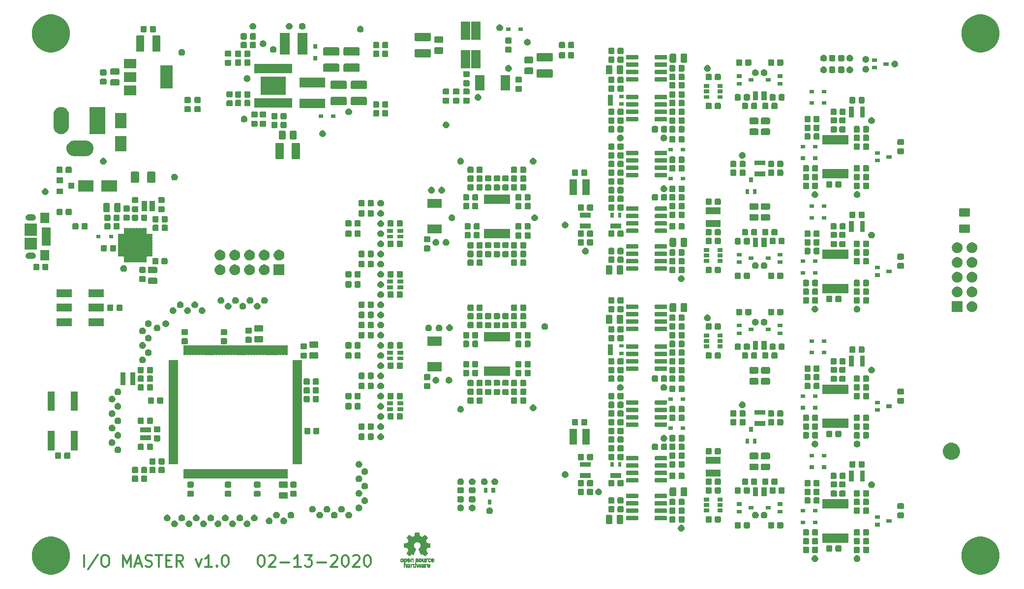
<source format=gbr>
G04 #@! TF.GenerationSoftware,KiCad,Pcbnew,5.1.5*
G04 #@! TF.CreationDate,2020-02-13T08:46:50-05:00*
G04 #@! TF.ProjectId,io-master,696f2d6d-6173-4746-9572-2e6b69636164,A*
G04 #@! TF.SameCoordinates,Original*
G04 #@! TF.FileFunction,Soldermask,Top*
G04 #@! TF.FilePolarity,Negative*
%FSLAX46Y46*%
G04 Gerber Fmt 4.6, Leading zero omitted, Abs format (unit mm)*
G04 Created by KiCad (PCBNEW 5.1.5) date 2020-02-13 08:46:50*
%MOMM*%
%LPD*%
G04 APERTURE LIST*
%ADD10C,0.350000*%
%ADD11C,0.010000*%
%ADD12C,0.100000*%
G04 APERTURE END LIST*
D10*
X71084642Y-124904761D02*
X71275119Y-124904761D01*
X71465595Y-125000000D01*
X71560833Y-125095238D01*
X71656071Y-125285714D01*
X71751309Y-125666666D01*
X71751309Y-126142857D01*
X71656071Y-126523809D01*
X71560833Y-126714285D01*
X71465595Y-126809523D01*
X71275119Y-126904761D01*
X71084642Y-126904761D01*
X70894166Y-126809523D01*
X70798928Y-126714285D01*
X70703690Y-126523809D01*
X70608452Y-126142857D01*
X70608452Y-125666666D01*
X70703690Y-125285714D01*
X70798928Y-125095238D01*
X70894166Y-125000000D01*
X71084642Y-124904761D01*
X72513214Y-125095238D02*
X72608452Y-125000000D01*
X72798928Y-124904761D01*
X73275119Y-124904761D01*
X73465595Y-125000000D01*
X73560833Y-125095238D01*
X73656071Y-125285714D01*
X73656071Y-125476190D01*
X73560833Y-125761904D01*
X72417976Y-126904761D01*
X73656071Y-126904761D01*
X74513214Y-126142857D02*
X76037023Y-126142857D01*
X78037023Y-126904761D02*
X76894166Y-126904761D01*
X77465595Y-126904761D02*
X77465595Y-124904761D01*
X77275119Y-125190476D01*
X77084642Y-125380952D01*
X76894166Y-125476190D01*
X78703690Y-124904761D02*
X79941785Y-124904761D01*
X79275119Y-125666666D01*
X79560833Y-125666666D01*
X79751309Y-125761904D01*
X79846547Y-125857142D01*
X79941785Y-126047619D01*
X79941785Y-126523809D01*
X79846547Y-126714285D01*
X79751309Y-126809523D01*
X79560833Y-126904761D01*
X78989404Y-126904761D01*
X78798928Y-126809523D01*
X78703690Y-126714285D01*
X80798928Y-126142857D02*
X82322738Y-126142857D01*
X83179880Y-125095238D02*
X83275119Y-125000000D01*
X83465595Y-124904761D01*
X83941785Y-124904761D01*
X84132261Y-125000000D01*
X84227500Y-125095238D01*
X84322738Y-125285714D01*
X84322738Y-125476190D01*
X84227500Y-125761904D01*
X83084642Y-126904761D01*
X84322738Y-126904761D01*
X85560833Y-124904761D02*
X85751309Y-124904761D01*
X85941785Y-125000000D01*
X86037023Y-125095238D01*
X86132261Y-125285714D01*
X86227500Y-125666666D01*
X86227500Y-126142857D01*
X86132261Y-126523809D01*
X86037023Y-126714285D01*
X85941785Y-126809523D01*
X85751309Y-126904761D01*
X85560833Y-126904761D01*
X85370357Y-126809523D01*
X85275119Y-126714285D01*
X85179880Y-126523809D01*
X85084642Y-126142857D01*
X85084642Y-125666666D01*
X85179880Y-125285714D01*
X85275119Y-125095238D01*
X85370357Y-125000000D01*
X85560833Y-124904761D01*
X86989404Y-125095238D02*
X87084642Y-125000000D01*
X87275119Y-124904761D01*
X87751309Y-124904761D01*
X87941785Y-125000000D01*
X88037023Y-125095238D01*
X88132261Y-125285714D01*
X88132261Y-125476190D01*
X88037023Y-125761904D01*
X86894166Y-126904761D01*
X88132261Y-126904761D01*
X89370357Y-124904761D02*
X89560833Y-124904761D01*
X89751309Y-125000000D01*
X89846547Y-125095238D01*
X89941785Y-125285714D01*
X90037023Y-125666666D01*
X90037023Y-126142857D01*
X89941785Y-126523809D01*
X89846547Y-126714285D01*
X89751309Y-126809523D01*
X89560833Y-126904761D01*
X89370357Y-126904761D01*
X89179880Y-126809523D01*
X89084642Y-126714285D01*
X88989404Y-126523809D01*
X88894166Y-126142857D01*
X88894166Y-125666666D01*
X88989404Y-125285714D01*
X89084642Y-125095238D01*
X89179880Y-125000000D01*
X89370357Y-124904761D01*
X40703690Y-126904761D02*
X40703690Y-124904761D01*
X43084642Y-124809523D02*
X41370357Y-127380952D01*
X44132261Y-124904761D02*
X44513214Y-124904761D01*
X44703690Y-125000000D01*
X44894166Y-125190476D01*
X44989404Y-125571428D01*
X44989404Y-126238095D01*
X44894166Y-126619047D01*
X44703690Y-126809523D01*
X44513214Y-126904761D01*
X44132261Y-126904761D01*
X43941785Y-126809523D01*
X43751309Y-126619047D01*
X43656071Y-126238095D01*
X43656071Y-125571428D01*
X43751309Y-125190476D01*
X43941785Y-125000000D01*
X44132261Y-124904761D01*
X47370357Y-126904761D02*
X47370357Y-124904761D01*
X48037023Y-126333333D01*
X48703690Y-124904761D01*
X48703690Y-126904761D01*
X49560833Y-126333333D02*
X50513214Y-126333333D01*
X49370357Y-126904761D02*
X50037023Y-124904761D01*
X50703690Y-126904761D01*
X51275119Y-126809523D02*
X51560833Y-126904761D01*
X52037023Y-126904761D01*
X52227500Y-126809523D01*
X52322738Y-126714285D01*
X52417976Y-126523809D01*
X52417976Y-126333333D01*
X52322738Y-126142857D01*
X52227500Y-126047619D01*
X52037023Y-125952380D01*
X51656071Y-125857142D01*
X51465595Y-125761904D01*
X51370357Y-125666666D01*
X51275119Y-125476190D01*
X51275119Y-125285714D01*
X51370357Y-125095238D01*
X51465595Y-125000000D01*
X51656071Y-124904761D01*
X52132261Y-124904761D01*
X52417976Y-125000000D01*
X52989404Y-124904761D02*
X54132261Y-124904761D01*
X53560833Y-126904761D02*
X53560833Y-124904761D01*
X54798928Y-125857142D02*
X55465595Y-125857142D01*
X55751309Y-126904761D02*
X54798928Y-126904761D01*
X54798928Y-124904761D01*
X55751309Y-124904761D01*
X57751309Y-126904761D02*
X57084642Y-125952380D01*
X56608452Y-126904761D02*
X56608452Y-124904761D01*
X57370357Y-124904761D01*
X57560833Y-125000000D01*
X57656071Y-125095238D01*
X57751309Y-125285714D01*
X57751309Y-125571428D01*
X57656071Y-125761904D01*
X57560833Y-125857142D01*
X57370357Y-125952380D01*
X56608452Y-125952380D01*
X59941785Y-125571428D02*
X60417976Y-126904761D01*
X60894166Y-125571428D01*
X62703690Y-126904761D02*
X61560833Y-126904761D01*
X62132261Y-126904761D02*
X62132261Y-124904761D01*
X61941785Y-125190476D01*
X61751309Y-125380952D01*
X61560833Y-125476190D01*
X63560833Y-126714285D02*
X63656071Y-126809523D01*
X63560833Y-126904761D01*
X63465595Y-126809523D01*
X63560833Y-126714285D01*
X63560833Y-126904761D01*
X64894166Y-124904761D02*
X65084642Y-124904761D01*
X65275119Y-125000000D01*
X65370357Y-125095238D01*
X65465595Y-125285714D01*
X65560833Y-125666666D01*
X65560833Y-126142857D01*
X65465595Y-126523809D01*
X65370357Y-126714285D01*
X65275119Y-126809523D01*
X65084642Y-126904761D01*
X64894166Y-126904761D01*
X64703690Y-126809523D01*
X64608452Y-126714285D01*
X64513214Y-126523809D01*
X64417976Y-126142857D01*
X64417976Y-125666666D01*
X64513214Y-125285714D01*
X64608452Y-125095238D01*
X64703690Y-125000000D01*
X64894166Y-124904761D01*
D11*
G36*
X96091241Y-125469184D02*
G01*
X96117753Y-125482282D01*
X96150447Y-125505106D01*
X96174275Y-125529996D01*
X96190594Y-125561249D01*
X96200760Y-125603166D01*
X96206128Y-125660044D01*
X96208056Y-125736184D01*
X96208169Y-125768917D01*
X96207839Y-125840656D01*
X96206473Y-125891927D01*
X96203500Y-125927404D01*
X96198351Y-125951763D01*
X96190457Y-125969680D01*
X96182243Y-125981902D01*
X96129813Y-126033905D01*
X96068070Y-126065184D01*
X96001464Y-126074592D01*
X95934442Y-126060980D01*
X95913208Y-126051354D01*
X95862376Y-126024859D01*
X95862376Y-126440052D01*
X95899475Y-126420868D01*
X95948357Y-126406025D01*
X96008439Y-126402222D01*
X96068436Y-126409243D01*
X96113744Y-126425013D01*
X96151325Y-126455047D01*
X96183436Y-126498024D01*
X96185850Y-126502436D01*
X96196033Y-126523221D01*
X96203470Y-126544170D01*
X96208589Y-126569548D01*
X96211819Y-126603618D01*
X96213587Y-126650641D01*
X96214323Y-126714882D01*
X96214456Y-126787176D01*
X96214456Y-127017822D01*
X96076139Y-127017822D01*
X96076139Y-126592533D01*
X96037451Y-126559979D01*
X95997262Y-126533940D01*
X95959203Y-126529205D01*
X95920934Y-126541389D01*
X95900538Y-126553320D01*
X95885358Y-126570313D01*
X95874562Y-126595995D01*
X95867317Y-126633991D01*
X95862792Y-126687926D01*
X95860156Y-126761425D01*
X95859228Y-126810347D01*
X95856089Y-127011535D01*
X95790074Y-127015336D01*
X95724060Y-127019136D01*
X95724060Y-125770650D01*
X95862376Y-125770650D01*
X95865903Y-125840254D01*
X95877785Y-125888569D01*
X95899980Y-125918631D01*
X95934441Y-125933471D01*
X95969258Y-125936436D01*
X96008671Y-125933028D01*
X96034829Y-125919617D01*
X96051186Y-125901896D01*
X96064063Y-125882835D01*
X96071728Y-125861601D01*
X96075139Y-125831849D01*
X96075251Y-125787236D01*
X96074103Y-125749880D01*
X96071468Y-125693604D01*
X96067544Y-125656658D01*
X96060937Y-125633223D01*
X96050251Y-125617480D01*
X96040167Y-125608380D01*
X95998030Y-125588537D01*
X95948160Y-125585332D01*
X95919524Y-125592168D01*
X95891172Y-125616464D01*
X95872391Y-125663728D01*
X95863288Y-125733624D01*
X95862376Y-125770650D01*
X95724060Y-125770650D01*
X95724060Y-125458614D01*
X95793218Y-125458614D01*
X95834740Y-125460256D01*
X95856162Y-125466087D01*
X95862374Y-125477461D01*
X95862376Y-125477798D01*
X95865258Y-125488938D01*
X95877970Y-125487673D01*
X95903243Y-125475433D01*
X95962131Y-125456707D01*
X96028385Y-125454739D01*
X96091241Y-125469184D01*
G37*
X96091241Y-125469184D02*
X96117753Y-125482282D01*
X96150447Y-125505106D01*
X96174275Y-125529996D01*
X96190594Y-125561249D01*
X96200760Y-125603166D01*
X96206128Y-125660044D01*
X96208056Y-125736184D01*
X96208169Y-125768917D01*
X96207839Y-125840656D01*
X96206473Y-125891927D01*
X96203500Y-125927404D01*
X96198351Y-125951763D01*
X96190457Y-125969680D01*
X96182243Y-125981902D01*
X96129813Y-126033905D01*
X96068070Y-126065184D01*
X96001464Y-126074592D01*
X95934442Y-126060980D01*
X95913208Y-126051354D01*
X95862376Y-126024859D01*
X95862376Y-126440052D01*
X95899475Y-126420868D01*
X95948357Y-126406025D01*
X96008439Y-126402222D01*
X96068436Y-126409243D01*
X96113744Y-126425013D01*
X96151325Y-126455047D01*
X96183436Y-126498024D01*
X96185850Y-126502436D01*
X96196033Y-126523221D01*
X96203470Y-126544170D01*
X96208589Y-126569548D01*
X96211819Y-126603618D01*
X96213587Y-126650641D01*
X96214323Y-126714882D01*
X96214456Y-126787176D01*
X96214456Y-127017822D01*
X96076139Y-127017822D01*
X96076139Y-126592533D01*
X96037451Y-126559979D01*
X95997262Y-126533940D01*
X95959203Y-126529205D01*
X95920934Y-126541389D01*
X95900538Y-126553320D01*
X95885358Y-126570313D01*
X95874562Y-126595995D01*
X95867317Y-126633991D01*
X95862792Y-126687926D01*
X95860156Y-126761425D01*
X95859228Y-126810347D01*
X95856089Y-127011535D01*
X95790074Y-127015336D01*
X95724060Y-127019136D01*
X95724060Y-125770650D01*
X95862376Y-125770650D01*
X95865903Y-125840254D01*
X95877785Y-125888569D01*
X95899980Y-125918631D01*
X95934441Y-125933471D01*
X95969258Y-125936436D01*
X96008671Y-125933028D01*
X96034829Y-125919617D01*
X96051186Y-125901896D01*
X96064063Y-125882835D01*
X96071728Y-125861601D01*
X96075139Y-125831849D01*
X96075251Y-125787236D01*
X96074103Y-125749880D01*
X96071468Y-125693604D01*
X96067544Y-125656658D01*
X96060937Y-125633223D01*
X96050251Y-125617480D01*
X96040167Y-125608380D01*
X95998030Y-125588537D01*
X95948160Y-125585332D01*
X95919524Y-125592168D01*
X95891172Y-125616464D01*
X95872391Y-125663728D01*
X95863288Y-125733624D01*
X95862376Y-125770650D01*
X95724060Y-125770650D01*
X95724060Y-125458614D01*
X95793218Y-125458614D01*
X95834740Y-125460256D01*
X95856162Y-125466087D01*
X95862374Y-125477461D01*
X95862376Y-125477798D01*
X95865258Y-125488938D01*
X95877970Y-125487673D01*
X95903243Y-125475433D01*
X95962131Y-125456707D01*
X96028385Y-125454739D01*
X96091241Y-125469184D01*
G36*
X96615790Y-126406555D02*
G01*
X96674945Y-126422339D01*
X96719977Y-126450948D01*
X96751754Y-126488419D01*
X96761634Y-126504411D01*
X96768927Y-126521163D01*
X96774026Y-126542592D01*
X96777321Y-126572616D01*
X96779203Y-126615154D01*
X96780063Y-126674122D01*
X96780293Y-126753440D01*
X96780297Y-126774484D01*
X96780297Y-127017822D01*
X96719941Y-127017822D01*
X96681443Y-127015126D01*
X96652977Y-127008295D01*
X96645845Y-127004083D01*
X96626348Y-126996813D01*
X96606434Y-127004083D01*
X96573647Y-127013160D01*
X96526022Y-127016813D01*
X96473236Y-127015228D01*
X96424964Y-127008589D01*
X96396782Y-127000072D01*
X96342247Y-126965063D01*
X96308165Y-126916479D01*
X96292843Y-126851882D01*
X96292701Y-126850223D01*
X96294045Y-126821566D01*
X96415644Y-126821566D01*
X96426274Y-126854161D01*
X96443590Y-126872505D01*
X96478348Y-126886379D01*
X96524227Y-126891917D01*
X96571012Y-126889191D01*
X96608486Y-126878274D01*
X96618985Y-126871269D01*
X96637332Y-126838904D01*
X96641980Y-126802111D01*
X96641980Y-126753763D01*
X96572418Y-126753763D01*
X96506333Y-126758850D01*
X96456236Y-126773263D01*
X96425071Y-126795729D01*
X96415644Y-126821566D01*
X96294045Y-126821566D01*
X96296013Y-126779647D01*
X96319290Y-126723845D01*
X96363052Y-126681647D01*
X96369101Y-126677808D01*
X96395093Y-126665309D01*
X96427265Y-126657740D01*
X96472240Y-126654061D01*
X96525669Y-126653216D01*
X96641980Y-126653169D01*
X96641980Y-126604411D01*
X96637047Y-126566581D01*
X96624457Y-126541236D01*
X96622983Y-126539887D01*
X96594966Y-126528800D01*
X96552674Y-126524503D01*
X96505936Y-126526615D01*
X96464582Y-126534756D01*
X96440043Y-126546965D01*
X96426747Y-126556746D01*
X96412706Y-126558613D01*
X96393329Y-126550600D01*
X96364024Y-126530739D01*
X96320197Y-126497063D01*
X96316175Y-126493909D01*
X96318236Y-126482236D01*
X96335432Y-126462822D01*
X96361567Y-126441248D01*
X96390448Y-126423096D01*
X96399522Y-126418809D01*
X96432620Y-126410256D01*
X96481120Y-126404155D01*
X96535305Y-126401708D01*
X96537839Y-126401703D01*
X96615790Y-126406555D01*
G37*
X96615790Y-126406555D02*
X96674945Y-126422339D01*
X96719977Y-126450948D01*
X96751754Y-126488419D01*
X96761634Y-126504411D01*
X96768927Y-126521163D01*
X96774026Y-126542592D01*
X96777321Y-126572616D01*
X96779203Y-126615154D01*
X96780063Y-126674122D01*
X96780293Y-126753440D01*
X96780297Y-126774484D01*
X96780297Y-127017822D01*
X96719941Y-127017822D01*
X96681443Y-127015126D01*
X96652977Y-127008295D01*
X96645845Y-127004083D01*
X96626348Y-126996813D01*
X96606434Y-127004083D01*
X96573647Y-127013160D01*
X96526022Y-127016813D01*
X96473236Y-127015228D01*
X96424964Y-127008589D01*
X96396782Y-127000072D01*
X96342247Y-126965063D01*
X96308165Y-126916479D01*
X96292843Y-126851882D01*
X96292701Y-126850223D01*
X96294045Y-126821566D01*
X96415644Y-126821566D01*
X96426274Y-126854161D01*
X96443590Y-126872505D01*
X96478348Y-126886379D01*
X96524227Y-126891917D01*
X96571012Y-126889191D01*
X96608486Y-126878274D01*
X96618985Y-126871269D01*
X96637332Y-126838904D01*
X96641980Y-126802111D01*
X96641980Y-126753763D01*
X96572418Y-126753763D01*
X96506333Y-126758850D01*
X96456236Y-126773263D01*
X96425071Y-126795729D01*
X96415644Y-126821566D01*
X96294045Y-126821566D01*
X96296013Y-126779647D01*
X96319290Y-126723845D01*
X96363052Y-126681647D01*
X96369101Y-126677808D01*
X96395093Y-126665309D01*
X96427265Y-126657740D01*
X96472240Y-126654061D01*
X96525669Y-126653216D01*
X96641980Y-126653169D01*
X96641980Y-126604411D01*
X96637047Y-126566581D01*
X96624457Y-126541236D01*
X96622983Y-126539887D01*
X96594966Y-126528800D01*
X96552674Y-126524503D01*
X96505936Y-126526615D01*
X96464582Y-126534756D01*
X96440043Y-126546965D01*
X96426747Y-126556746D01*
X96412706Y-126558613D01*
X96393329Y-126550600D01*
X96364024Y-126530739D01*
X96320197Y-126497063D01*
X96316175Y-126493909D01*
X96318236Y-126482236D01*
X96335432Y-126462822D01*
X96361567Y-126441248D01*
X96390448Y-126423096D01*
X96399522Y-126418809D01*
X96432620Y-126410256D01*
X96481120Y-126404155D01*
X96535305Y-126401708D01*
X96537839Y-126401703D01*
X96615790Y-126406555D01*
G36*
X97006644Y-126403020D02*
G01*
X97025461Y-126408660D01*
X97031527Y-126421053D01*
X97031782Y-126426647D01*
X97032871Y-126442230D01*
X97040368Y-126444676D01*
X97060619Y-126433993D01*
X97072649Y-126426694D01*
X97110600Y-126411063D01*
X97155928Y-126403334D01*
X97203456Y-126402740D01*
X97248005Y-126408513D01*
X97284398Y-126419884D01*
X97307457Y-126436088D01*
X97312004Y-126456355D01*
X97309709Y-126461843D01*
X97292980Y-126484626D01*
X97267037Y-126512647D01*
X97262345Y-126517177D01*
X97237617Y-126538005D01*
X97216282Y-126544735D01*
X97186445Y-126540038D01*
X97174492Y-126536917D01*
X97137295Y-126529421D01*
X97111141Y-126532792D01*
X97089054Y-126544681D01*
X97068822Y-126560635D01*
X97053921Y-126580700D01*
X97043566Y-126608702D01*
X97036971Y-126648467D01*
X97033351Y-126703823D01*
X97031922Y-126778594D01*
X97031782Y-126823740D01*
X97031782Y-127017822D01*
X96906040Y-127017822D01*
X96906040Y-126401683D01*
X96968911Y-126401683D01*
X97006644Y-126403020D01*
G37*
X97006644Y-126403020D02*
X97025461Y-126408660D01*
X97031527Y-126421053D01*
X97031782Y-126426647D01*
X97032871Y-126442230D01*
X97040368Y-126444676D01*
X97060619Y-126433993D01*
X97072649Y-126426694D01*
X97110600Y-126411063D01*
X97155928Y-126403334D01*
X97203456Y-126402740D01*
X97248005Y-126408513D01*
X97284398Y-126419884D01*
X97307457Y-126436088D01*
X97312004Y-126456355D01*
X97309709Y-126461843D01*
X97292980Y-126484626D01*
X97267037Y-126512647D01*
X97262345Y-126517177D01*
X97237617Y-126538005D01*
X97216282Y-126544735D01*
X97186445Y-126540038D01*
X97174492Y-126536917D01*
X97137295Y-126529421D01*
X97111141Y-126532792D01*
X97089054Y-126544681D01*
X97068822Y-126560635D01*
X97053921Y-126580700D01*
X97043566Y-126608702D01*
X97036971Y-126648467D01*
X97033351Y-126703823D01*
X97031922Y-126778594D01*
X97031782Y-126823740D01*
X97031782Y-127017822D01*
X96906040Y-127017822D01*
X96906040Y-126401683D01*
X96968911Y-126401683D01*
X97006644Y-126403020D01*
G36*
X97798812Y-127017822D02*
G01*
X97729654Y-127017822D01*
X97689512Y-127016645D01*
X97668606Y-127011772D01*
X97661078Y-127001186D01*
X97660495Y-126994029D01*
X97659226Y-126979676D01*
X97651221Y-126976923D01*
X97630185Y-126985771D01*
X97613827Y-126994029D01*
X97551023Y-127013597D01*
X97482752Y-127014729D01*
X97427248Y-127000135D01*
X97375562Y-126964877D01*
X97336162Y-126912835D01*
X97314587Y-126851450D01*
X97314038Y-126848018D01*
X97310833Y-126810571D01*
X97309239Y-126756813D01*
X97309367Y-126716155D01*
X97446721Y-126716155D01*
X97449903Y-126770194D01*
X97457141Y-126814735D01*
X97466940Y-126839888D01*
X97504011Y-126874260D01*
X97548026Y-126886582D01*
X97593416Y-126876618D01*
X97632203Y-126846895D01*
X97646892Y-126826905D01*
X97655481Y-126803050D01*
X97659504Y-126768230D01*
X97660495Y-126715930D01*
X97658722Y-126664139D01*
X97654037Y-126618634D01*
X97647397Y-126588181D01*
X97646290Y-126585452D01*
X97619509Y-126553000D01*
X97580421Y-126535183D01*
X97536685Y-126532306D01*
X97495962Y-126544674D01*
X97465913Y-126572593D01*
X97462796Y-126578148D01*
X97453039Y-126612022D01*
X97447723Y-126660728D01*
X97446721Y-126716155D01*
X97309367Y-126716155D01*
X97309432Y-126695540D01*
X97310336Y-126662563D01*
X97316486Y-126580981D01*
X97329267Y-126519730D01*
X97350529Y-126474449D01*
X97382122Y-126440779D01*
X97412793Y-126421014D01*
X97455646Y-126407120D01*
X97508944Y-126402354D01*
X97563520Y-126406236D01*
X97610208Y-126418282D01*
X97634876Y-126432693D01*
X97660495Y-126455878D01*
X97660495Y-126162773D01*
X97798812Y-126162773D01*
X97798812Y-127017822D01*
G37*
X97798812Y-127017822D02*
X97729654Y-127017822D01*
X97689512Y-127016645D01*
X97668606Y-127011772D01*
X97661078Y-127001186D01*
X97660495Y-126994029D01*
X97659226Y-126979676D01*
X97651221Y-126976923D01*
X97630185Y-126985771D01*
X97613827Y-126994029D01*
X97551023Y-127013597D01*
X97482752Y-127014729D01*
X97427248Y-127000135D01*
X97375562Y-126964877D01*
X97336162Y-126912835D01*
X97314587Y-126851450D01*
X97314038Y-126848018D01*
X97310833Y-126810571D01*
X97309239Y-126756813D01*
X97309367Y-126716155D01*
X97446721Y-126716155D01*
X97449903Y-126770194D01*
X97457141Y-126814735D01*
X97466940Y-126839888D01*
X97504011Y-126874260D01*
X97548026Y-126886582D01*
X97593416Y-126876618D01*
X97632203Y-126846895D01*
X97646892Y-126826905D01*
X97655481Y-126803050D01*
X97659504Y-126768230D01*
X97660495Y-126715930D01*
X97658722Y-126664139D01*
X97654037Y-126618634D01*
X97647397Y-126588181D01*
X97646290Y-126585452D01*
X97619509Y-126553000D01*
X97580421Y-126535183D01*
X97536685Y-126532306D01*
X97495962Y-126544674D01*
X97465913Y-126572593D01*
X97462796Y-126578148D01*
X97453039Y-126612022D01*
X97447723Y-126660728D01*
X97446721Y-126716155D01*
X97309367Y-126716155D01*
X97309432Y-126695540D01*
X97310336Y-126662563D01*
X97316486Y-126580981D01*
X97329267Y-126519730D01*
X97350529Y-126474449D01*
X97382122Y-126440779D01*
X97412793Y-126421014D01*
X97455646Y-126407120D01*
X97508944Y-126402354D01*
X97563520Y-126406236D01*
X97610208Y-126418282D01*
X97634876Y-126432693D01*
X97660495Y-126455878D01*
X97660495Y-126162773D01*
X97798812Y-126162773D01*
X97798812Y-127017822D01*
G36*
X98281524Y-126404237D02*
G01*
X98331255Y-126407971D01*
X98461291Y-126797773D01*
X98481678Y-126728614D01*
X98493946Y-126685874D01*
X98510085Y-126628115D01*
X98527512Y-126564625D01*
X98536726Y-126530570D01*
X98571388Y-126401683D01*
X98714391Y-126401683D01*
X98671646Y-126536857D01*
X98650596Y-126603342D01*
X98625167Y-126683539D01*
X98598610Y-126767193D01*
X98574902Y-126841782D01*
X98520902Y-127011535D01*
X98462598Y-127015328D01*
X98404295Y-127019122D01*
X98372679Y-126914734D01*
X98353182Y-126849889D01*
X98331904Y-126778400D01*
X98313308Y-126715263D01*
X98312574Y-126712750D01*
X98298684Y-126669969D01*
X98286429Y-126640779D01*
X98277846Y-126629741D01*
X98276082Y-126631018D01*
X98269891Y-126648130D01*
X98258128Y-126684787D01*
X98242225Y-126736378D01*
X98223614Y-126798294D01*
X98213543Y-126832352D01*
X98159007Y-127017822D01*
X98043264Y-127017822D01*
X97950737Y-126725471D01*
X97924744Y-126643462D01*
X97901066Y-126568987D01*
X97880820Y-126505544D01*
X97865126Y-126456632D01*
X97855102Y-126425749D01*
X97852055Y-126416726D01*
X97854467Y-126407487D01*
X97873408Y-126403441D01*
X97912823Y-126403846D01*
X97918993Y-126404152D01*
X97992086Y-126407971D01*
X98039957Y-126584010D01*
X98057553Y-126648211D01*
X98073277Y-126704649D01*
X98085746Y-126748422D01*
X98093574Y-126774630D01*
X98095020Y-126778903D01*
X98101014Y-126773990D01*
X98113101Y-126748532D01*
X98129893Y-126705997D01*
X98150003Y-126649850D01*
X98167003Y-126599130D01*
X98231794Y-126400504D01*
X98281524Y-126404237D01*
G37*
X98281524Y-126404237D02*
X98331255Y-126407971D01*
X98461291Y-126797773D01*
X98481678Y-126728614D01*
X98493946Y-126685874D01*
X98510085Y-126628115D01*
X98527512Y-126564625D01*
X98536726Y-126530570D01*
X98571388Y-126401683D01*
X98714391Y-126401683D01*
X98671646Y-126536857D01*
X98650596Y-126603342D01*
X98625167Y-126683539D01*
X98598610Y-126767193D01*
X98574902Y-126841782D01*
X98520902Y-127011535D01*
X98462598Y-127015328D01*
X98404295Y-127019122D01*
X98372679Y-126914734D01*
X98353182Y-126849889D01*
X98331904Y-126778400D01*
X98313308Y-126715263D01*
X98312574Y-126712750D01*
X98298684Y-126669969D01*
X98286429Y-126640779D01*
X98277846Y-126629741D01*
X98276082Y-126631018D01*
X98269891Y-126648130D01*
X98258128Y-126684787D01*
X98242225Y-126736378D01*
X98223614Y-126798294D01*
X98213543Y-126832352D01*
X98159007Y-127017822D01*
X98043264Y-127017822D01*
X97950737Y-126725471D01*
X97924744Y-126643462D01*
X97901066Y-126568987D01*
X97880820Y-126505544D01*
X97865126Y-126456632D01*
X97855102Y-126425749D01*
X97852055Y-126416726D01*
X97854467Y-126407487D01*
X97873408Y-126403441D01*
X97912823Y-126403846D01*
X97918993Y-126404152D01*
X97992086Y-126407971D01*
X98039957Y-126584010D01*
X98057553Y-126648211D01*
X98073277Y-126704649D01*
X98085746Y-126748422D01*
X98093574Y-126774630D01*
X98095020Y-126778903D01*
X98101014Y-126773990D01*
X98113101Y-126748532D01*
X98129893Y-126705997D01*
X98150003Y-126649850D01*
X98167003Y-126599130D01*
X98231794Y-126400504D01*
X98281524Y-126404237D01*
G36*
X99038411Y-126405417D02*
G01*
X99091411Y-126418290D01*
X99106731Y-126425110D01*
X99136428Y-126442974D01*
X99159220Y-126463093D01*
X99176083Y-126488962D01*
X99187998Y-126524073D01*
X99195942Y-126571920D01*
X99200894Y-126635996D01*
X99203831Y-126719794D01*
X99204947Y-126775768D01*
X99209052Y-127017822D01*
X99138932Y-127017822D01*
X99096393Y-127016038D01*
X99074476Y-127009942D01*
X99068812Y-126999706D01*
X99065821Y-126988637D01*
X99052451Y-126990754D01*
X99034233Y-126999629D01*
X98988624Y-127013233D01*
X98930007Y-127016899D01*
X98868354Y-127010903D01*
X98813638Y-126995521D01*
X98808730Y-126993386D01*
X98758723Y-126958255D01*
X98725756Y-126909419D01*
X98710587Y-126852333D01*
X98711746Y-126831824D01*
X98835508Y-126831824D01*
X98846413Y-126859425D01*
X98878745Y-126879204D01*
X98930910Y-126889819D01*
X98958787Y-126891228D01*
X99005247Y-126887620D01*
X99036129Y-126873597D01*
X99043664Y-126866931D01*
X99064076Y-126830666D01*
X99068812Y-126797773D01*
X99068812Y-126753763D01*
X99007513Y-126753763D01*
X98936256Y-126757395D01*
X98886276Y-126768818D01*
X98854696Y-126788824D01*
X98847626Y-126797743D01*
X98835508Y-126831824D01*
X98711746Y-126831824D01*
X98713971Y-126792456D01*
X98736663Y-126735244D01*
X98767624Y-126696580D01*
X98786376Y-126679864D01*
X98804733Y-126668878D01*
X98828619Y-126662180D01*
X98863957Y-126658326D01*
X98916669Y-126655873D01*
X98937577Y-126655168D01*
X99068812Y-126650879D01*
X99068620Y-126611158D01*
X99063537Y-126569405D01*
X99045162Y-126544158D01*
X99008039Y-126528030D01*
X99007043Y-126527742D01*
X98954410Y-126521400D01*
X98902906Y-126529684D01*
X98864630Y-126549827D01*
X98849272Y-126559773D01*
X98832730Y-126558397D01*
X98807275Y-126543987D01*
X98792328Y-126533817D01*
X98763091Y-126512088D01*
X98744980Y-126495800D01*
X98742074Y-126491137D01*
X98754040Y-126467005D01*
X98789396Y-126438185D01*
X98804753Y-126428461D01*
X98848901Y-126411714D01*
X98908398Y-126402227D01*
X98974487Y-126400095D01*
X99038411Y-126405417D01*
G37*
X99038411Y-126405417D02*
X99091411Y-126418290D01*
X99106731Y-126425110D01*
X99136428Y-126442974D01*
X99159220Y-126463093D01*
X99176083Y-126488962D01*
X99187998Y-126524073D01*
X99195942Y-126571920D01*
X99200894Y-126635996D01*
X99203831Y-126719794D01*
X99204947Y-126775768D01*
X99209052Y-127017822D01*
X99138932Y-127017822D01*
X99096393Y-127016038D01*
X99074476Y-127009942D01*
X99068812Y-126999706D01*
X99065821Y-126988637D01*
X99052451Y-126990754D01*
X99034233Y-126999629D01*
X98988624Y-127013233D01*
X98930007Y-127016899D01*
X98868354Y-127010903D01*
X98813638Y-126995521D01*
X98808730Y-126993386D01*
X98758723Y-126958255D01*
X98725756Y-126909419D01*
X98710587Y-126852333D01*
X98711746Y-126831824D01*
X98835508Y-126831824D01*
X98846413Y-126859425D01*
X98878745Y-126879204D01*
X98930910Y-126889819D01*
X98958787Y-126891228D01*
X99005247Y-126887620D01*
X99036129Y-126873597D01*
X99043664Y-126866931D01*
X99064076Y-126830666D01*
X99068812Y-126797773D01*
X99068812Y-126753763D01*
X99007513Y-126753763D01*
X98936256Y-126757395D01*
X98886276Y-126768818D01*
X98854696Y-126788824D01*
X98847626Y-126797743D01*
X98835508Y-126831824D01*
X98711746Y-126831824D01*
X98713971Y-126792456D01*
X98736663Y-126735244D01*
X98767624Y-126696580D01*
X98786376Y-126679864D01*
X98804733Y-126668878D01*
X98828619Y-126662180D01*
X98863957Y-126658326D01*
X98916669Y-126655873D01*
X98937577Y-126655168D01*
X99068812Y-126650879D01*
X99068620Y-126611158D01*
X99063537Y-126569405D01*
X99045162Y-126544158D01*
X99008039Y-126528030D01*
X99007043Y-126527742D01*
X98954410Y-126521400D01*
X98902906Y-126529684D01*
X98864630Y-126549827D01*
X98849272Y-126559773D01*
X98832730Y-126558397D01*
X98807275Y-126543987D01*
X98792328Y-126533817D01*
X98763091Y-126512088D01*
X98744980Y-126495800D01*
X98742074Y-126491137D01*
X98754040Y-126467005D01*
X98789396Y-126438185D01*
X98804753Y-126428461D01*
X98848901Y-126411714D01*
X98908398Y-126402227D01*
X98974487Y-126400095D01*
X99038411Y-126405417D01*
G36*
X99635255Y-126401486D02*
G01*
X99683595Y-126411015D01*
X99711114Y-126425125D01*
X99740064Y-126448568D01*
X99698876Y-126500571D01*
X99673482Y-126532064D01*
X99656238Y-126547428D01*
X99639102Y-126549776D01*
X99614027Y-126542217D01*
X99602257Y-126537941D01*
X99554270Y-126531631D01*
X99510324Y-126545156D01*
X99478060Y-126575710D01*
X99472819Y-126585452D01*
X99467112Y-126611258D01*
X99462706Y-126658817D01*
X99459811Y-126724758D01*
X99458631Y-126805710D01*
X99458614Y-126817226D01*
X99458614Y-127017822D01*
X99320297Y-127017822D01*
X99320297Y-126401683D01*
X99389456Y-126401683D01*
X99429333Y-126402725D01*
X99450107Y-126407358D01*
X99457789Y-126417849D01*
X99458614Y-126427745D01*
X99458614Y-126453806D01*
X99491745Y-126427745D01*
X99529735Y-126409965D01*
X99580770Y-126401174D01*
X99635255Y-126401486D01*
G37*
X99635255Y-126401486D02*
X99683595Y-126411015D01*
X99711114Y-126425125D01*
X99740064Y-126448568D01*
X99698876Y-126500571D01*
X99673482Y-126532064D01*
X99656238Y-126547428D01*
X99639102Y-126549776D01*
X99614027Y-126542217D01*
X99602257Y-126537941D01*
X99554270Y-126531631D01*
X99510324Y-126545156D01*
X99478060Y-126575710D01*
X99472819Y-126585452D01*
X99467112Y-126611258D01*
X99462706Y-126658817D01*
X99459811Y-126724758D01*
X99458631Y-126805710D01*
X99458614Y-126817226D01*
X99458614Y-127017822D01*
X99320297Y-127017822D01*
X99320297Y-126401683D01*
X99389456Y-126401683D01*
X99429333Y-126402725D01*
X99450107Y-126407358D01*
X99457789Y-126417849D01*
X99458614Y-126427745D01*
X99458614Y-126453806D01*
X99491745Y-126427745D01*
X99529735Y-126409965D01*
X99580770Y-126401174D01*
X99635255Y-126401486D01*
G36*
X100032581Y-126404970D02*
G01*
X100092685Y-126420597D01*
X100143021Y-126452848D01*
X100167393Y-126476940D01*
X100207345Y-126533895D01*
X100230242Y-126599965D01*
X100238108Y-126681182D01*
X100238148Y-126687748D01*
X100238218Y-126753763D01*
X99858264Y-126753763D01*
X99866363Y-126788342D01*
X99880987Y-126819659D01*
X99906581Y-126852291D01*
X99911935Y-126857500D01*
X99957943Y-126885694D01*
X100010410Y-126890475D01*
X100070803Y-126871926D01*
X100081040Y-126866931D01*
X100112439Y-126851745D01*
X100133470Y-126843094D01*
X100137139Y-126842293D01*
X100149948Y-126850063D01*
X100174378Y-126869072D01*
X100186779Y-126879460D01*
X100212476Y-126903321D01*
X100220915Y-126919077D01*
X100215058Y-126933571D01*
X100211928Y-126937534D01*
X100190725Y-126954879D01*
X100155738Y-126975959D01*
X100131337Y-126988265D01*
X100062072Y-127009946D01*
X99985388Y-127016971D01*
X99912765Y-127008647D01*
X99892426Y-127002686D01*
X99829476Y-126968952D01*
X99782815Y-126917045D01*
X99752173Y-126846459D01*
X99737282Y-126756692D01*
X99735647Y-126709753D01*
X99740421Y-126641413D01*
X99860990Y-126641413D01*
X99872652Y-126646465D01*
X99903998Y-126650429D01*
X99949571Y-126652768D01*
X99980446Y-126653169D01*
X100035981Y-126652783D01*
X100071033Y-126650975D01*
X100090262Y-126646773D01*
X100098330Y-126639203D01*
X100099901Y-126628218D01*
X100089121Y-126594381D01*
X100061980Y-126560940D01*
X100026277Y-126535272D01*
X99990560Y-126524772D01*
X99942048Y-126534086D01*
X99900053Y-126561013D01*
X99870936Y-126599827D01*
X99860990Y-126641413D01*
X99740421Y-126641413D01*
X99742599Y-126610236D01*
X99764055Y-126530949D01*
X99800470Y-126471263D01*
X99852297Y-126430549D01*
X99919990Y-126408179D01*
X99956662Y-126403871D01*
X100032581Y-126404970D01*
G37*
X100032581Y-126404970D02*
X100092685Y-126420597D01*
X100143021Y-126452848D01*
X100167393Y-126476940D01*
X100207345Y-126533895D01*
X100230242Y-126599965D01*
X100238108Y-126681182D01*
X100238148Y-126687748D01*
X100238218Y-126753763D01*
X99858264Y-126753763D01*
X99866363Y-126788342D01*
X99880987Y-126819659D01*
X99906581Y-126852291D01*
X99911935Y-126857500D01*
X99957943Y-126885694D01*
X100010410Y-126890475D01*
X100070803Y-126871926D01*
X100081040Y-126866931D01*
X100112439Y-126851745D01*
X100133470Y-126843094D01*
X100137139Y-126842293D01*
X100149948Y-126850063D01*
X100174378Y-126869072D01*
X100186779Y-126879460D01*
X100212476Y-126903321D01*
X100220915Y-126919077D01*
X100215058Y-126933571D01*
X100211928Y-126937534D01*
X100190725Y-126954879D01*
X100155738Y-126975959D01*
X100131337Y-126988265D01*
X100062072Y-127009946D01*
X99985388Y-127016971D01*
X99912765Y-127008647D01*
X99892426Y-127002686D01*
X99829476Y-126968952D01*
X99782815Y-126917045D01*
X99752173Y-126846459D01*
X99737282Y-126756692D01*
X99735647Y-126709753D01*
X99740421Y-126641413D01*
X99860990Y-126641413D01*
X99872652Y-126646465D01*
X99903998Y-126650429D01*
X99949571Y-126652768D01*
X99980446Y-126653169D01*
X100035981Y-126652783D01*
X100071033Y-126650975D01*
X100090262Y-126646773D01*
X100098330Y-126639203D01*
X100099901Y-126628218D01*
X100089121Y-126594381D01*
X100061980Y-126560940D01*
X100026277Y-126535272D01*
X99990560Y-126524772D01*
X99942048Y-126534086D01*
X99900053Y-126561013D01*
X99870936Y-126599827D01*
X99860990Y-126641413D01*
X99740421Y-126641413D01*
X99742599Y-126610236D01*
X99764055Y-126530949D01*
X99800470Y-126471263D01*
X99852297Y-126430549D01*
X99919990Y-126408179D01*
X99956662Y-126403871D01*
X100032581Y-126404970D01*
G36*
X95461739Y-125465148D02*
G01*
X95527521Y-125494231D01*
X95577460Y-125542793D01*
X95611626Y-125610908D01*
X95630093Y-125698651D01*
X95631417Y-125712351D01*
X95632454Y-125808939D01*
X95619007Y-125893602D01*
X95591892Y-125962221D01*
X95577373Y-125984294D01*
X95526799Y-126031011D01*
X95462391Y-126061268D01*
X95390334Y-126073824D01*
X95316815Y-126067439D01*
X95260928Y-126047772D01*
X95212868Y-126014629D01*
X95173588Y-125971175D01*
X95172908Y-125970158D01*
X95156956Y-125943338D01*
X95146590Y-125916368D01*
X95140312Y-125882332D01*
X95136627Y-125834310D01*
X95135003Y-125794931D01*
X95134328Y-125759219D01*
X95260045Y-125759219D01*
X95261274Y-125794770D01*
X95265734Y-125842094D01*
X95273603Y-125872465D01*
X95287793Y-125894072D01*
X95301083Y-125906694D01*
X95348198Y-125933122D01*
X95397495Y-125936653D01*
X95443407Y-125917639D01*
X95466362Y-125896331D01*
X95482904Y-125874859D01*
X95492579Y-125854313D01*
X95496826Y-125827574D01*
X95497080Y-125787523D01*
X95495772Y-125750638D01*
X95492957Y-125697947D01*
X95488495Y-125663772D01*
X95480452Y-125641480D01*
X95466897Y-125624442D01*
X95456155Y-125614703D01*
X95411223Y-125589123D01*
X95362751Y-125587847D01*
X95322106Y-125602999D01*
X95287433Y-125634642D01*
X95266776Y-125686620D01*
X95260045Y-125759219D01*
X95134328Y-125759219D01*
X95133521Y-125716621D01*
X95136052Y-125658056D01*
X95143638Y-125614007D01*
X95157319Y-125579248D01*
X95178135Y-125548551D01*
X95185853Y-125539436D01*
X95234111Y-125494021D01*
X95285872Y-125467493D01*
X95349172Y-125456379D01*
X95380039Y-125455471D01*
X95461739Y-125465148D01*
G37*
X95461739Y-125465148D02*
X95527521Y-125494231D01*
X95577460Y-125542793D01*
X95611626Y-125610908D01*
X95630093Y-125698651D01*
X95631417Y-125712351D01*
X95632454Y-125808939D01*
X95619007Y-125893602D01*
X95591892Y-125962221D01*
X95577373Y-125984294D01*
X95526799Y-126031011D01*
X95462391Y-126061268D01*
X95390334Y-126073824D01*
X95316815Y-126067439D01*
X95260928Y-126047772D01*
X95212868Y-126014629D01*
X95173588Y-125971175D01*
X95172908Y-125970158D01*
X95156956Y-125943338D01*
X95146590Y-125916368D01*
X95140312Y-125882332D01*
X95136627Y-125834310D01*
X95135003Y-125794931D01*
X95134328Y-125759219D01*
X95260045Y-125759219D01*
X95261274Y-125794770D01*
X95265734Y-125842094D01*
X95273603Y-125872465D01*
X95287793Y-125894072D01*
X95301083Y-125906694D01*
X95348198Y-125933122D01*
X95397495Y-125936653D01*
X95443407Y-125917639D01*
X95466362Y-125896331D01*
X95482904Y-125874859D01*
X95492579Y-125854313D01*
X95496826Y-125827574D01*
X95497080Y-125787523D01*
X95495772Y-125750638D01*
X95492957Y-125697947D01*
X95488495Y-125663772D01*
X95480452Y-125641480D01*
X95466897Y-125624442D01*
X95456155Y-125614703D01*
X95411223Y-125589123D01*
X95362751Y-125587847D01*
X95322106Y-125602999D01*
X95287433Y-125634642D01*
X95266776Y-125686620D01*
X95260045Y-125759219D01*
X95134328Y-125759219D01*
X95133521Y-125716621D01*
X95136052Y-125658056D01*
X95143638Y-125614007D01*
X95157319Y-125579248D01*
X95178135Y-125548551D01*
X95185853Y-125539436D01*
X95234111Y-125494021D01*
X95285872Y-125467493D01*
X95349172Y-125456379D01*
X95380039Y-125455471D01*
X95461739Y-125465148D01*
G36*
X96643301Y-125472614D02*
G01*
X96655832Y-125478514D01*
X96699201Y-125510283D01*
X96740210Y-125556646D01*
X96770832Y-125607696D01*
X96779541Y-125631166D01*
X96787488Y-125673091D01*
X96792226Y-125723757D01*
X96792801Y-125744679D01*
X96792871Y-125810693D01*
X96412917Y-125810693D01*
X96421017Y-125845273D01*
X96440896Y-125886170D01*
X96475653Y-125921514D01*
X96517002Y-125944282D01*
X96543351Y-125949010D01*
X96579084Y-125943273D01*
X96621718Y-125928882D01*
X96636201Y-125922262D01*
X96689760Y-125895513D01*
X96735467Y-125930376D01*
X96761842Y-125953955D01*
X96775876Y-125973417D01*
X96776586Y-125979129D01*
X96764049Y-125992973D01*
X96736572Y-126014012D01*
X96711634Y-126030425D01*
X96644336Y-126059930D01*
X96568890Y-126073284D01*
X96494112Y-126069812D01*
X96434505Y-126051663D01*
X96373059Y-126012784D01*
X96329392Y-125961595D01*
X96302074Y-125895367D01*
X96289678Y-125811371D01*
X96288579Y-125772936D01*
X96292978Y-125684861D01*
X96293518Y-125682299D01*
X96419418Y-125682299D01*
X96422885Y-125690558D01*
X96437137Y-125695113D01*
X96466530Y-125697065D01*
X96515425Y-125697517D01*
X96534252Y-125697525D01*
X96591533Y-125696843D01*
X96627859Y-125694364D01*
X96647396Y-125689443D01*
X96654310Y-125681434D01*
X96654555Y-125678862D01*
X96646664Y-125658423D01*
X96626915Y-125629789D01*
X96618425Y-125619763D01*
X96586906Y-125591408D01*
X96554051Y-125580259D01*
X96536349Y-125579327D01*
X96488461Y-125590981D01*
X96448301Y-125622285D01*
X96422827Y-125667752D01*
X96422375Y-125669233D01*
X96419418Y-125682299D01*
X96293518Y-125682299D01*
X96307608Y-125615510D01*
X96333962Y-125560025D01*
X96366193Y-125520639D01*
X96425783Y-125477931D01*
X96495832Y-125455109D01*
X96570339Y-125453046D01*
X96643301Y-125472614D01*
G37*
X96643301Y-125472614D02*
X96655832Y-125478514D01*
X96699201Y-125510283D01*
X96740210Y-125556646D01*
X96770832Y-125607696D01*
X96779541Y-125631166D01*
X96787488Y-125673091D01*
X96792226Y-125723757D01*
X96792801Y-125744679D01*
X96792871Y-125810693D01*
X96412917Y-125810693D01*
X96421017Y-125845273D01*
X96440896Y-125886170D01*
X96475653Y-125921514D01*
X96517002Y-125944282D01*
X96543351Y-125949010D01*
X96579084Y-125943273D01*
X96621718Y-125928882D01*
X96636201Y-125922262D01*
X96689760Y-125895513D01*
X96735467Y-125930376D01*
X96761842Y-125953955D01*
X96775876Y-125973417D01*
X96776586Y-125979129D01*
X96764049Y-125992973D01*
X96736572Y-126014012D01*
X96711634Y-126030425D01*
X96644336Y-126059930D01*
X96568890Y-126073284D01*
X96494112Y-126069812D01*
X96434505Y-126051663D01*
X96373059Y-126012784D01*
X96329392Y-125961595D01*
X96302074Y-125895367D01*
X96289678Y-125811371D01*
X96288579Y-125772936D01*
X96292978Y-125684861D01*
X96293518Y-125682299D01*
X96419418Y-125682299D01*
X96422885Y-125690558D01*
X96437137Y-125695113D01*
X96466530Y-125697065D01*
X96515425Y-125697517D01*
X96534252Y-125697525D01*
X96591533Y-125696843D01*
X96627859Y-125694364D01*
X96647396Y-125689443D01*
X96654310Y-125681434D01*
X96654555Y-125678862D01*
X96646664Y-125658423D01*
X96626915Y-125629789D01*
X96618425Y-125619763D01*
X96586906Y-125591408D01*
X96554051Y-125580259D01*
X96536349Y-125579327D01*
X96488461Y-125590981D01*
X96448301Y-125622285D01*
X96422827Y-125667752D01*
X96422375Y-125669233D01*
X96419418Y-125682299D01*
X96293518Y-125682299D01*
X96307608Y-125615510D01*
X96333962Y-125560025D01*
X96366193Y-125520639D01*
X96425783Y-125477931D01*
X96495832Y-125455109D01*
X96570339Y-125453046D01*
X96643301Y-125472614D01*
G36*
X98014017Y-125456452D02*
G01*
X98061634Y-125465482D01*
X98111034Y-125484370D01*
X98116312Y-125486777D01*
X98153774Y-125506476D01*
X98179717Y-125524781D01*
X98188103Y-125536508D01*
X98180117Y-125555632D01*
X98160720Y-125583850D01*
X98152110Y-125594384D01*
X98116628Y-125635847D01*
X98070885Y-125608858D01*
X98027350Y-125590878D01*
X97977050Y-125581267D01*
X97928812Y-125580660D01*
X97891467Y-125589691D01*
X97882505Y-125595327D01*
X97865437Y-125621171D01*
X97863363Y-125650941D01*
X97876134Y-125674197D01*
X97883688Y-125678708D01*
X97906325Y-125684309D01*
X97946115Y-125690892D01*
X97995166Y-125697183D01*
X98004215Y-125698170D01*
X98082996Y-125711798D01*
X98140136Y-125734946D01*
X98178030Y-125769752D01*
X98199079Y-125818354D01*
X98205635Y-125877718D01*
X98196577Y-125945198D01*
X98167164Y-125998188D01*
X98117278Y-126036783D01*
X98046800Y-126061081D01*
X97968565Y-126070667D01*
X97904766Y-126070552D01*
X97853016Y-126061845D01*
X97817673Y-126049825D01*
X97773017Y-126028880D01*
X97731747Y-126004574D01*
X97717079Y-125993876D01*
X97679357Y-125963084D01*
X97724852Y-125917049D01*
X97770347Y-125871013D01*
X97822072Y-125905243D01*
X97873952Y-125930952D01*
X97929351Y-125944399D01*
X97982605Y-125945818D01*
X98028049Y-125935443D01*
X98060016Y-125913507D01*
X98070338Y-125894998D01*
X98068789Y-125865314D01*
X98043140Y-125842615D01*
X97993460Y-125826940D01*
X97939031Y-125819695D01*
X97855264Y-125805873D01*
X97793033Y-125779796D01*
X97751507Y-125740699D01*
X97729853Y-125687820D01*
X97726853Y-125625126D01*
X97741671Y-125559642D01*
X97775454Y-125510144D01*
X97828505Y-125476408D01*
X97901126Y-125458207D01*
X97954928Y-125454639D01*
X98014017Y-125456452D01*
G37*
X98014017Y-125456452D02*
X98061634Y-125465482D01*
X98111034Y-125484370D01*
X98116312Y-125486777D01*
X98153774Y-125506476D01*
X98179717Y-125524781D01*
X98188103Y-125536508D01*
X98180117Y-125555632D01*
X98160720Y-125583850D01*
X98152110Y-125594384D01*
X98116628Y-125635847D01*
X98070885Y-125608858D01*
X98027350Y-125590878D01*
X97977050Y-125581267D01*
X97928812Y-125580660D01*
X97891467Y-125589691D01*
X97882505Y-125595327D01*
X97865437Y-125621171D01*
X97863363Y-125650941D01*
X97876134Y-125674197D01*
X97883688Y-125678708D01*
X97906325Y-125684309D01*
X97946115Y-125690892D01*
X97995166Y-125697183D01*
X98004215Y-125698170D01*
X98082996Y-125711798D01*
X98140136Y-125734946D01*
X98178030Y-125769752D01*
X98199079Y-125818354D01*
X98205635Y-125877718D01*
X98196577Y-125945198D01*
X98167164Y-125998188D01*
X98117278Y-126036783D01*
X98046800Y-126061081D01*
X97968565Y-126070667D01*
X97904766Y-126070552D01*
X97853016Y-126061845D01*
X97817673Y-126049825D01*
X97773017Y-126028880D01*
X97731747Y-126004574D01*
X97717079Y-125993876D01*
X97679357Y-125963084D01*
X97724852Y-125917049D01*
X97770347Y-125871013D01*
X97822072Y-125905243D01*
X97873952Y-125930952D01*
X97929351Y-125944399D01*
X97982605Y-125945818D01*
X98028049Y-125935443D01*
X98060016Y-125913507D01*
X98070338Y-125894998D01*
X98068789Y-125865314D01*
X98043140Y-125842615D01*
X97993460Y-125826940D01*
X97939031Y-125819695D01*
X97855264Y-125805873D01*
X97793033Y-125779796D01*
X97751507Y-125740699D01*
X97729853Y-125687820D01*
X97726853Y-125625126D01*
X97741671Y-125559642D01*
X97775454Y-125510144D01*
X97828505Y-125476408D01*
X97901126Y-125458207D01*
X97954928Y-125454639D01*
X98014017Y-125456452D01*
G36*
X98610762Y-125466055D02*
G01*
X98674363Y-125500692D01*
X98724123Y-125555372D01*
X98747568Y-125599842D01*
X98757634Y-125639121D01*
X98764156Y-125695116D01*
X98766951Y-125759621D01*
X98765836Y-125824429D01*
X98760626Y-125881334D01*
X98754541Y-125911727D01*
X98734014Y-125953306D01*
X98698463Y-125997468D01*
X98655619Y-126036087D01*
X98613211Y-126061034D01*
X98612177Y-126061430D01*
X98559553Y-126072331D01*
X98497188Y-126072601D01*
X98437924Y-126062676D01*
X98415040Y-126054722D01*
X98356102Y-126021300D01*
X98313890Y-125977511D01*
X98286156Y-125919538D01*
X98270651Y-125843565D01*
X98267143Y-125803771D01*
X98267590Y-125753766D01*
X98402376Y-125753766D01*
X98406917Y-125826732D01*
X98419986Y-125882334D01*
X98440756Y-125917861D01*
X98455552Y-125928020D01*
X98493464Y-125935104D01*
X98538527Y-125933007D01*
X98577487Y-125922812D01*
X98587704Y-125917204D01*
X98614659Y-125884538D01*
X98632451Y-125834545D01*
X98640024Y-125773705D01*
X98636325Y-125708497D01*
X98628057Y-125669253D01*
X98604320Y-125623805D01*
X98566849Y-125595396D01*
X98521720Y-125585573D01*
X98475011Y-125595887D01*
X98439132Y-125621112D01*
X98420277Y-125641925D01*
X98409272Y-125662439D01*
X98404026Y-125690203D01*
X98402449Y-125732762D01*
X98402376Y-125753766D01*
X98267590Y-125753766D01*
X98268094Y-125697580D01*
X98285388Y-125610501D01*
X98319029Y-125542530D01*
X98369018Y-125493664D01*
X98435356Y-125463899D01*
X98449601Y-125460448D01*
X98535210Y-125452345D01*
X98610762Y-125466055D01*
G37*
X98610762Y-125466055D02*
X98674363Y-125500692D01*
X98724123Y-125555372D01*
X98747568Y-125599842D01*
X98757634Y-125639121D01*
X98764156Y-125695116D01*
X98766951Y-125759621D01*
X98765836Y-125824429D01*
X98760626Y-125881334D01*
X98754541Y-125911727D01*
X98734014Y-125953306D01*
X98698463Y-125997468D01*
X98655619Y-126036087D01*
X98613211Y-126061034D01*
X98612177Y-126061430D01*
X98559553Y-126072331D01*
X98497188Y-126072601D01*
X98437924Y-126062676D01*
X98415040Y-126054722D01*
X98356102Y-126021300D01*
X98313890Y-125977511D01*
X98286156Y-125919538D01*
X98270651Y-125843565D01*
X98267143Y-125803771D01*
X98267590Y-125753766D01*
X98402376Y-125753766D01*
X98406917Y-125826732D01*
X98419986Y-125882334D01*
X98440756Y-125917861D01*
X98455552Y-125928020D01*
X98493464Y-125935104D01*
X98538527Y-125933007D01*
X98577487Y-125922812D01*
X98587704Y-125917204D01*
X98614659Y-125884538D01*
X98632451Y-125834545D01*
X98640024Y-125773705D01*
X98636325Y-125708497D01*
X98628057Y-125669253D01*
X98604320Y-125623805D01*
X98566849Y-125595396D01*
X98521720Y-125585573D01*
X98475011Y-125595887D01*
X98439132Y-125621112D01*
X98420277Y-125641925D01*
X98409272Y-125662439D01*
X98404026Y-125690203D01*
X98402449Y-125732762D01*
X98402376Y-125753766D01*
X98267590Y-125753766D01*
X98268094Y-125697580D01*
X98285388Y-125610501D01*
X98319029Y-125542530D01*
X98369018Y-125493664D01*
X98435356Y-125463899D01*
X98449601Y-125460448D01*
X98535210Y-125452345D01*
X98610762Y-125466055D01*
G36*
X98993367Y-125654342D02*
G01*
X98994555Y-125746563D01*
X98998897Y-125816610D01*
X99007558Y-125867381D01*
X99021704Y-125901772D01*
X99042500Y-125922679D01*
X99071110Y-125933000D01*
X99106535Y-125935636D01*
X99143636Y-125932682D01*
X99171818Y-125921889D01*
X99192243Y-125900360D01*
X99206079Y-125865199D01*
X99214491Y-125813510D01*
X99218643Y-125742394D01*
X99219703Y-125654342D01*
X99219703Y-125458614D01*
X99358020Y-125458614D01*
X99358020Y-126062179D01*
X99288862Y-126062179D01*
X99247170Y-126060489D01*
X99225701Y-126054556D01*
X99219703Y-126043293D01*
X99216091Y-126033261D01*
X99201714Y-126035383D01*
X99172736Y-126049580D01*
X99106319Y-126071480D01*
X99035875Y-126069928D01*
X98968377Y-126046147D01*
X98936233Y-126027362D01*
X98911715Y-126007022D01*
X98893804Y-125981573D01*
X98881479Y-125947458D01*
X98873723Y-125901121D01*
X98869516Y-125839007D01*
X98867840Y-125757561D01*
X98867624Y-125694578D01*
X98867624Y-125458614D01*
X98993367Y-125458614D01*
X98993367Y-125654342D01*
G37*
X98993367Y-125654342D02*
X98994555Y-125746563D01*
X98998897Y-125816610D01*
X99007558Y-125867381D01*
X99021704Y-125901772D01*
X99042500Y-125922679D01*
X99071110Y-125933000D01*
X99106535Y-125935636D01*
X99143636Y-125932682D01*
X99171818Y-125921889D01*
X99192243Y-125900360D01*
X99206079Y-125865199D01*
X99214491Y-125813510D01*
X99218643Y-125742394D01*
X99219703Y-125654342D01*
X99219703Y-125458614D01*
X99358020Y-125458614D01*
X99358020Y-126062179D01*
X99288862Y-126062179D01*
X99247170Y-126060489D01*
X99225701Y-126054556D01*
X99219703Y-126043293D01*
X99216091Y-126033261D01*
X99201714Y-126035383D01*
X99172736Y-126049580D01*
X99106319Y-126071480D01*
X99035875Y-126069928D01*
X98968377Y-126046147D01*
X98936233Y-126027362D01*
X98911715Y-126007022D01*
X98893804Y-125981573D01*
X98881479Y-125947458D01*
X98873723Y-125901121D01*
X98869516Y-125839007D01*
X98867840Y-125757561D01*
X98867624Y-125694578D01*
X98867624Y-125458614D01*
X98993367Y-125458614D01*
X98993367Y-125654342D01*
G36*
X100217226Y-125463880D02*
G01*
X100290080Y-125494830D01*
X100313027Y-125509895D01*
X100342354Y-125533048D01*
X100360764Y-125551253D01*
X100363961Y-125557183D01*
X100354935Y-125570340D01*
X100331837Y-125592667D01*
X100313344Y-125608250D01*
X100262728Y-125648926D01*
X100222760Y-125615295D01*
X100191874Y-125593584D01*
X100161759Y-125586090D01*
X100127292Y-125587920D01*
X100072561Y-125601528D01*
X100034886Y-125629772D01*
X100011991Y-125675433D01*
X100001597Y-125741289D01*
X100001595Y-125741331D01*
X100002494Y-125814939D01*
X100016463Y-125868946D01*
X100044328Y-125905716D01*
X100063325Y-125918168D01*
X100113776Y-125933673D01*
X100167663Y-125933683D01*
X100214546Y-125918638D01*
X100225644Y-125911287D01*
X100253476Y-125892511D01*
X100275236Y-125889434D01*
X100298704Y-125903409D01*
X100324649Y-125928510D01*
X100365716Y-125970880D01*
X100320121Y-126008464D01*
X100249674Y-126050882D01*
X100170233Y-126071785D01*
X100087215Y-126070272D01*
X100032694Y-126056411D01*
X99968970Y-126022135D01*
X99918005Y-125968212D01*
X99894851Y-125930149D01*
X99876099Y-125875536D01*
X99866715Y-125806369D01*
X99866643Y-125731407D01*
X99875824Y-125659409D01*
X99894199Y-125599137D01*
X99897093Y-125592958D01*
X99939952Y-125532351D01*
X99997979Y-125488224D01*
X100066591Y-125461493D01*
X100141201Y-125453073D01*
X100217226Y-125463880D01*
G37*
X100217226Y-125463880D02*
X100290080Y-125494830D01*
X100313027Y-125509895D01*
X100342354Y-125533048D01*
X100360764Y-125551253D01*
X100363961Y-125557183D01*
X100354935Y-125570340D01*
X100331837Y-125592667D01*
X100313344Y-125608250D01*
X100262728Y-125648926D01*
X100222760Y-125615295D01*
X100191874Y-125593584D01*
X100161759Y-125586090D01*
X100127292Y-125587920D01*
X100072561Y-125601528D01*
X100034886Y-125629772D01*
X100011991Y-125675433D01*
X100001597Y-125741289D01*
X100001595Y-125741331D01*
X100002494Y-125814939D01*
X100016463Y-125868946D01*
X100044328Y-125905716D01*
X100063325Y-125918168D01*
X100113776Y-125933673D01*
X100167663Y-125933683D01*
X100214546Y-125918638D01*
X100225644Y-125911287D01*
X100253476Y-125892511D01*
X100275236Y-125889434D01*
X100298704Y-125903409D01*
X100324649Y-125928510D01*
X100365716Y-125970880D01*
X100320121Y-126008464D01*
X100249674Y-126050882D01*
X100170233Y-126071785D01*
X100087215Y-126070272D01*
X100032694Y-126056411D01*
X99968970Y-126022135D01*
X99918005Y-125968212D01*
X99894851Y-125930149D01*
X99876099Y-125875536D01*
X99866715Y-125806369D01*
X99866643Y-125731407D01*
X99875824Y-125659409D01*
X99894199Y-125599137D01*
X99897093Y-125592958D01*
X99939952Y-125532351D01*
X99997979Y-125488224D01*
X100066591Y-125461493D01*
X100141201Y-125453073D01*
X100217226Y-125463880D01*
G36*
X100677898Y-125456457D02*
G01*
X100710096Y-125464279D01*
X100771825Y-125492921D01*
X100824610Y-125536667D01*
X100861141Y-125589117D01*
X100866160Y-125600893D01*
X100873045Y-125631740D01*
X100877864Y-125677371D01*
X100879505Y-125723492D01*
X100879505Y-125810693D01*
X100697178Y-125810693D01*
X100621979Y-125810978D01*
X100569003Y-125812704D01*
X100535325Y-125817181D01*
X100518020Y-125825720D01*
X100514163Y-125839630D01*
X100520829Y-125860222D01*
X100532770Y-125884315D01*
X100566080Y-125924525D01*
X100612368Y-125944558D01*
X100668944Y-125943905D01*
X100733031Y-125922101D01*
X100788417Y-125895193D01*
X100834375Y-125931532D01*
X100880333Y-125967872D01*
X100837096Y-126007819D01*
X100779374Y-126045563D01*
X100708386Y-126068320D01*
X100632029Y-126074688D01*
X100558199Y-126063268D01*
X100546287Y-126059393D01*
X100481399Y-126025506D01*
X100433130Y-125974986D01*
X100400465Y-125906325D01*
X100382385Y-125818014D01*
X100382175Y-125816121D01*
X100380556Y-125719878D01*
X100387100Y-125685542D01*
X100514852Y-125685542D01*
X100526584Y-125690822D01*
X100558438Y-125694867D01*
X100605397Y-125697176D01*
X100635154Y-125697525D01*
X100690648Y-125697306D01*
X100725346Y-125695916D01*
X100743601Y-125692251D01*
X100749766Y-125685210D01*
X100748195Y-125673690D01*
X100746878Y-125669233D01*
X100724382Y-125627355D01*
X100689003Y-125593604D01*
X100657780Y-125578773D01*
X100616301Y-125579668D01*
X100574269Y-125598164D01*
X100539012Y-125628786D01*
X100517854Y-125666062D01*
X100514852Y-125685542D01*
X100387100Y-125685542D01*
X100396690Y-125635229D01*
X100428698Y-125564191D01*
X100474701Y-125508779D01*
X100532821Y-125471009D01*
X100601180Y-125452896D01*
X100677898Y-125456457D01*
G37*
X100677898Y-125456457D02*
X100710096Y-125464279D01*
X100771825Y-125492921D01*
X100824610Y-125536667D01*
X100861141Y-125589117D01*
X100866160Y-125600893D01*
X100873045Y-125631740D01*
X100877864Y-125677371D01*
X100879505Y-125723492D01*
X100879505Y-125810693D01*
X100697178Y-125810693D01*
X100621979Y-125810978D01*
X100569003Y-125812704D01*
X100535325Y-125817181D01*
X100518020Y-125825720D01*
X100514163Y-125839630D01*
X100520829Y-125860222D01*
X100532770Y-125884315D01*
X100566080Y-125924525D01*
X100612368Y-125944558D01*
X100668944Y-125943905D01*
X100733031Y-125922101D01*
X100788417Y-125895193D01*
X100834375Y-125931532D01*
X100880333Y-125967872D01*
X100837096Y-126007819D01*
X100779374Y-126045563D01*
X100708386Y-126068320D01*
X100632029Y-126074688D01*
X100558199Y-126063268D01*
X100546287Y-126059393D01*
X100481399Y-126025506D01*
X100433130Y-125974986D01*
X100400465Y-125906325D01*
X100382385Y-125818014D01*
X100382175Y-125816121D01*
X100380556Y-125719878D01*
X100387100Y-125685542D01*
X100514852Y-125685542D01*
X100526584Y-125690822D01*
X100558438Y-125694867D01*
X100605397Y-125697176D01*
X100635154Y-125697525D01*
X100690648Y-125697306D01*
X100725346Y-125695916D01*
X100743601Y-125692251D01*
X100749766Y-125685210D01*
X100748195Y-125673690D01*
X100746878Y-125669233D01*
X100724382Y-125627355D01*
X100689003Y-125593604D01*
X100657780Y-125578773D01*
X100616301Y-125579668D01*
X100574269Y-125598164D01*
X100539012Y-125628786D01*
X100517854Y-125666062D01*
X100514852Y-125685542D01*
X100387100Y-125685542D01*
X100396690Y-125635229D01*
X100428698Y-125564191D01*
X100474701Y-125508779D01*
X100532821Y-125471009D01*
X100601180Y-125452896D01*
X100677898Y-125456457D01*
G36*
X97245988Y-125469002D02*
G01*
X97277283Y-125483950D01*
X97307591Y-125505541D01*
X97330682Y-125530391D01*
X97347500Y-125562087D01*
X97358994Y-125604214D01*
X97366109Y-125660358D01*
X97369793Y-125734106D01*
X97370992Y-125829044D01*
X97371011Y-125838985D01*
X97371287Y-126062179D01*
X97232970Y-126062179D01*
X97232970Y-125856418D01*
X97232872Y-125780189D01*
X97232191Y-125724939D01*
X97230349Y-125686501D01*
X97226767Y-125660706D01*
X97220868Y-125643384D01*
X97212073Y-125630368D01*
X97199820Y-125617507D01*
X97156953Y-125589873D01*
X97110157Y-125584745D01*
X97065576Y-125602217D01*
X97050072Y-125615221D01*
X97038690Y-125627447D01*
X97030519Y-125640540D01*
X97025026Y-125658615D01*
X97021680Y-125685787D01*
X97019949Y-125726170D01*
X97019303Y-125783879D01*
X97019208Y-125854132D01*
X97019208Y-126062179D01*
X96880891Y-126062179D01*
X96880891Y-125458614D01*
X96950050Y-125458614D01*
X96991572Y-125460256D01*
X97012994Y-125466087D01*
X97019205Y-125477461D01*
X97019208Y-125477798D01*
X97022090Y-125488938D01*
X97034801Y-125487674D01*
X97060074Y-125475434D01*
X97117395Y-125457424D01*
X97182963Y-125455421D01*
X97245988Y-125469002D01*
G37*
X97245988Y-125469002D02*
X97277283Y-125483950D01*
X97307591Y-125505541D01*
X97330682Y-125530391D01*
X97347500Y-125562087D01*
X97358994Y-125604214D01*
X97366109Y-125660358D01*
X97369793Y-125734106D01*
X97370992Y-125829044D01*
X97371011Y-125838985D01*
X97371287Y-126062179D01*
X97232970Y-126062179D01*
X97232970Y-125856418D01*
X97232872Y-125780189D01*
X97232191Y-125724939D01*
X97230349Y-125686501D01*
X97226767Y-125660706D01*
X97220868Y-125643384D01*
X97212073Y-125630368D01*
X97199820Y-125617507D01*
X97156953Y-125589873D01*
X97110157Y-125584745D01*
X97065576Y-125602217D01*
X97050072Y-125615221D01*
X97038690Y-125627447D01*
X97030519Y-125640540D01*
X97025026Y-125658615D01*
X97021680Y-125685787D01*
X97019949Y-125726170D01*
X97019303Y-125783879D01*
X97019208Y-125854132D01*
X97019208Y-126062179D01*
X96880891Y-126062179D01*
X96880891Y-125458614D01*
X96950050Y-125458614D01*
X96991572Y-125460256D01*
X97012994Y-125466087D01*
X97019205Y-125477461D01*
X97019208Y-125477798D01*
X97022090Y-125488938D01*
X97034801Y-125487674D01*
X97060074Y-125475434D01*
X97117395Y-125457424D01*
X97182963Y-125455421D01*
X97245988Y-125469002D01*
G36*
X99799460Y-125458030D02*
G01*
X99842711Y-125471245D01*
X99870558Y-125487941D01*
X99879629Y-125501145D01*
X99877132Y-125516797D01*
X99860931Y-125541385D01*
X99847232Y-125558800D01*
X99818992Y-125590283D01*
X99797775Y-125603529D01*
X99779688Y-125602664D01*
X99726035Y-125589010D01*
X99686630Y-125589630D01*
X99654632Y-125605104D01*
X99643890Y-125614161D01*
X99609505Y-125646027D01*
X99609505Y-126062179D01*
X99471188Y-126062179D01*
X99471188Y-125458614D01*
X99540347Y-125458614D01*
X99581869Y-125460256D01*
X99603291Y-125466087D01*
X99609502Y-125477461D01*
X99609505Y-125477798D01*
X99612439Y-125489713D01*
X99625704Y-125488159D01*
X99644084Y-125479563D01*
X99682046Y-125463568D01*
X99712872Y-125453945D01*
X99752536Y-125451478D01*
X99799460Y-125458030D01*
G37*
X99799460Y-125458030D02*
X99842711Y-125471245D01*
X99870558Y-125487941D01*
X99879629Y-125501145D01*
X99877132Y-125516797D01*
X99860931Y-125541385D01*
X99847232Y-125558800D01*
X99818992Y-125590283D01*
X99797775Y-125603529D01*
X99779688Y-125602664D01*
X99726035Y-125589010D01*
X99686630Y-125589630D01*
X99654632Y-125605104D01*
X99643890Y-125614161D01*
X99609505Y-125646027D01*
X99609505Y-126062179D01*
X99471188Y-126062179D01*
X99471188Y-125458614D01*
X99540347Y-125458614D01*
X99581869Y-125460256D01*
X99603291Y-125466087D01*
X99609502Y-125477461D01*
X99609505Y-125477798D01*
X99612439Y-125489713D01*
X99625704Y-125488159D01*
X99644084Y-125479563D01*
X99682046Y-125463568D01*
X99712872Y-125453945D01*
X99752536Y-125451478D01*
X99799460Y-125458030D01*
G36*
X98376964Y-121290018D02*
G01*
X98433812Y-121591570D01*
X98853338Y-121764512D01*
X99104984Y-121593395D01*
X99175458Y-121545750D01*
X99239163Y-121503210D01*
X99293126Y-121467715D01*
X99334373Y-121441210D01*
X99359934Y-121425636D01*
X99366895Y-121422278D01*
X99379435Y-121430914D01*
X99406231Y-121454792D01*
X99444280Y-121490859D01*
X99490579Y-121536067D01*
X99542123Y-121587364D01*
X99595909Y-121641701D01*
X99648935Y-121696028D01*
X99698195Y-121747295D01*
X99740687Y-121792451D01*
X99773407Y-121828446D01*
X99793351Y-121852230D01*
X99798119Y-121860190D01*
X99791257Y-121874865D01*
X99772020Y-121907014D01*
X99742430Y-121953492D01*
X99704510Y-122011156D01*
X99660282Y-122076860D01*
X99634654Y-122114336D01*
X99587941Y-122182768D01*
X99546432Y-122244520D01*
X99512140Y-122296519D01*
X99487080Y-122335692D01*
X99473264Y-122358965D01*
X99471188Y-122363855D01*
X99475895Y-122377755D01*
X99488723Y-122410150D01*
X99507738Y-122456485D01*
X99531003Y-122512206D01*
X99556584Y-122572758D01*
X99582545Y-122633586D01*
X99606950Y-122690136D01*
X99627863Y-122737852D01*
X99643349Y-122772181D01*
X99651472Y-122788568D01*
X99651952Y-122789212D01*
X99664707Y-122792341D01*
X99698677Y-122799321D01*
X99750340Y-122809467D01*
X99816176Y-122822092D01*
X99892664Y-122836509D01*
X99937290Y-122844823D01*
X100019021Y-122860384D01*
X100092843Y-122875192D01*
X100155021Y-122888436D01*
X100201822Y-122899305D01*
X100229509Y-122906989D01*
X100235074Y-122909427D01*
X100240526Y-122925930D01*
X100244924Y-122963200D01*
X100248272Y-123016880D01*
X100250574Y-123082612D01*
X100251832Y-123156037D01*
X100252048Y-123232796D01*
X100251227Y-123308532D01*
X100249371Y-123378886D01*
X100246482Y-123439500D01*
X100242565Y-123486016D01*
X100237622Y-123514075D01*
X100234657Y-123519916D01*
X100216934Y-123526917D01*
X100179381Y-123536927D01*
X100126964Y-123548769D01*
X100064652Y-123561267D01*
X100042900Y-123565310D01*
X99938024Y-123584520D01*
X99855180Y-123599991D01*
X99791630Y-123612337D01*
X99744637Y-123622173D01*
X99711463Y-123630114D01*
X99689371Y-123636776D01*
X99675624Y-123642773D01*
X99667484Y-123648719D01*
X99666345Y-123649894D01*
X99654977Y-123668826D01*
X99637635Y-123705669D01*
X99616050Y-123755913D01*
X99591954Y-123815046D01*
X99567079Y-123878556D01*
X99543157Y-123941932D01*
X99521919Y-124000662D01*
X99505097Y-124050235D01*
X99494422Y-124086139D01*
X99491627Y-124103862D01*
X99491860Y-124104483D01*
X99501331Y-124118970D01*
X99522818Y-124150844D01*
X99554063Y-124196789D01*
X99592807Y-124253485D01*
X99636793Y-124317617D01*
X99649319Y-124335842D01*
X99693984Y-124401914D01*
X99733288Y-124462200D01*
X99765088Y-124513235D01*
X99787245Y-124551560D01*
X99797617Y-124573711D01*
X99798119Y-124576432D01*
X99789405Y-124590736D01*
X99765325Y-124619072D01*
X99728976Y-124658396D01*
X99683453Y-124705661D01*
X99631852Y-124757823D01*
X99577267Y-124811835D01*
X99522794Y-124864653D01*
X99471529Y-124913231D01*
X99426567Y-124954523D01*
X99391004Y-124985485D01*
X99367935Y-125003070D01*
X99361554Y-125005941D01*
X99346699Y-124999178D01*
X99316286Y-124980939D01*
X99275268Y-124954297D01*
X99243709Y-124932852D01*
X99186525Y-124893503D01*
X99118806Y-124847171D01*
X99050880Y-124800913D01*
X99014361Y-124776155D01*
X98890752Y-124692547D01*
X98786991Y-124748650D01*
X98739720Y-124773228D01*
X98699523Y-124792331D01*
X98672326Y-124803227D01*
X98665402Y-124804743D01*
X98657077Y-124793549D01*
X98640654Y-124761917D01*
X98617357Y-124712765D01*
X98588414Y-124649010D01*
X98555050Y-124573571D01*
X98518491Y-124489364D01*
X98479964Y-124399308D01*
X98440694Y-124306321D01*
X98401908Y-124213320D01*
X98364830Y-124123223D01*
X98330689Y-124038948D01*
X98300708Y-123963413D01*
X98276116Y-123899534D01*
X98258136Y-123850231D01*
X98247997Y-123818421D01*
X98246366Y-123807496D01*
X98259291Y-123793561D01*
X98287589Y-123770940D01*
X98325346Y-123744333D01*
X98328515Y-123742228D01*
X98426100Y-123664114D01*
X98504786Y-123572982D01*
X98563891Y-123471745D01*
X98602732Y-123363318D01*
X98620628Y-123250614D01*
X98616897Y-123136548D01*
X98590857Y-123024034D01*
X98541825Y-122915985D01*
X98527400Y-122892345D01*
X98452369Y-122796887D01*
X98363730Y-122720232D01*
X98264549Y-122662780D01*
X98157895Y-122624929D01*
X98046836Y-122607078D01*
X97934439Y-122609625D01*
X97823773Y-122632970D01*
X97717906Y-122677510D01*
X97619905Y-122743645D01*
X97589590Y-122770487D01*
X97512438Y-122854512D01*
X97456218Y-122942966D01*
X97417653Y-123042115D01*
X97396174Y-123140303D01*
X97390872Y-123250697D01*
X97408552Y-123361640D01*
X97447419Y-123469381D01*
X97505677Y-123570169D01*
X97581531Y-123660256D01*
X97673183Y-123735892D01*
X97685228Y-123743864D01*
X97723389Y-123769974D01*
X97752399Y-123792595D01*
X97766268Y-123807039D01*
X97766469Y-123807496D01*
X97763492Y-123823121D01*
X97751689Y-123858582D01*
X97732286Y-123910962D01*
X97706512Y-123977345D01*
X97675591Y-124054814D01*
X97640751Y-124140450D01*
X97603217Y-124231337D01*
X97564217Y-124324559D01*
X97524977Y-124417197D01*
X97486724Y-124506335D01*
X97450683Y-124589055D01*
X97418083Y-124662441D01*
X97390148Y-124723575D01*
X97368105Y-124769541D01*
X97353182Y-124797421D01*
X97347172Y-124804743D01*
X97328809Y-124799041D01*
X97294448Y-124783749D01*
X97250016Y-124761599D01*
X97225583Y-124748650D01*
X97121822Y-124692547D01*
X96998213Y-124776155D01*
X96935114Y-124818987D01*
X96866030Y-124866122D01*
X96801293Y-124910503D01*
X96768866Y-124932852D01*
X96723259Y-124963477D01*
X96684640Y-124987747D01*
X96658048Y-125002587D01*
X96649410Y-125005724D01*
X96636839Y-124997261D01*
X96609016Y-124973636D01*
X96568639Y-124937302D01*
X96518405Y-124890711D01*
X96461012Y-124836317D01*
X96424714Y-124801392D01*
X96361210Y-124738996D01*
X96306327Y-124683188D01*
X96262286Y-124636354D01*
X96231305Y-124600882D01*
X96215602Y-124579161D01*
X96214095Y-124574752D01*
X96221086Y-124557985D01*
X96240406Y-124524082D01*
X96269909Y-124476476D01*
X96307455Y-124418599D01*
X96350900Y-124353884D01*
X96363255Y-124335842D01*
X96408273Y-124270267D01*
X96448660Y-124211228D01*
X96482160Y-124162042D01*
X96506514Y-124126028D01*
X96519464Y-124106502D01*
X96520715Y-124104483D01*
X96518844Y-124088922D01*
X96508913Y-124054709D01*
X96492653Y-124006355D01*
X96471795Y-123948371D01*
X96448073Y-123885270D01*
X96423216Y-123821563D01*
X96398958Y-123761761D01*
X96377029Y-123710376D01*
X96359162Y-123671919D01*
X96347087Y-123650902D01*
X96346229Y-123649894D01*
X96338846Y-123643888D01*
X96326375Y-123637948D01*
X96306080Y-123631460D01*
X96275222Y-123623809D01*
X96231066Y-123614380D01*
X96170874Y-123602559D01*
X96091907Y-123587729D01*
X95991430Y-123569277D01*
X95969675Y-123565310D01*
X95905198Y-123552853D01*
X95848989Y-123540666D01*
X95806013Y-123529926D01*
X95781240Y-123521809D01*
X95777918Y-123519916D01*
X95772444Y-123503138D01*
X95767994Y-123465645D01*
X95764572Y-123411794D01*
X95762181Y-123345944D01*
X95760823Y-123272453D01*
X95760501Y-123195680D01*
X95761219Y-123119983D01*
X95762979Y-123049720D01*
X95765784Y-122989250D01*
X95769638Y-122942930D01*
X95774543Y-122915119D01*
X95777500Y-122909427D01*
X95793963Y-122903686D01*
X95831449Y-122894345D01*
X95886225Y-122882215D01*
X95954555Y-122868107D01*
X96032706Y-122852830D01*
X96075284Y-122844823D01*
X96156071Y-122829721D01*
X96228113Y-122816040D01*
X96287889Y-122804467D01*
X96331879Y-122795687D01*
X96356561Y-122790387D01*
X96360623Y-122789212D01*
X96367489Y-122775965D01*
X96382002Y-122744057D01*
X96402229Y-122698047D01*
X96426234Y-122642492D01*
X96452082Y-122581953D01*
X96477840Y-122520986D01*
X96501573Y-122464151D01*
X96521346Y-122416006D01*
X96535224Y-122381110D01*
X96541274Y-122364021D01*
X96541386Y-122363274D01*
X96534528Y-122349793D01*
X96515302Y-122318770D01*
X96485728Y-122273289D01*
X96447827Y-122216432D01*
X96403620Y-122151283D01*
X96377921Y-122113862D01*
X96331093Y-122045247D01*
X96289501Y-121982952D01*
X96255175Y-121930129D01*
X96230143Y-121889927D01*
X96216435Y-121865500D01*
X96214456Y-121860024D01*
X96222966Y-121847278D01*
X96246493Y-121820063D01*
X96282032Y-121781428D01*
X96326577Y-121734423D01*
X96377123Y-121682095D01*
X96430664Y-121627495D01*
X96484195Y-121573670D01*
X96534711Y-121523670D01*
X96579206Y-121480543D01*
X96614675Y-121447339D01*
X96638113Y-121427106D01*
X96645954Y-121422278D01*
X96658720Y-121429067D01*
X96689256Y-121448142D01*
X96734590Y-121477561D01*
X96791756Y-121515381D01*
X96857784Y-121559661D01*
X96907590Y-121593395D01*
X97159236Y-121764512D01*
X97368999Y-121678041D01*
X97578763Y-121591570D01*
X97635611Y-121290018D01*
X97692460Y-120988466D01*
X98320115Y-120988466D01*
X98376964Y-121290018D01*
G37*
X98376964Y-121290018D02*
X98433812Y-121591570D01*
X98853338Y-121764512D01*
X99104984Y-121593395D01*
X99175458Y-121545750D01*
X99239163Y-121503210D01*
X99293126Y-121467715D01*
X99334373Y-121441210D01*
X99359934Y-121425636D01*
X99366895Y-121422278D01*
X99379435Y-121430914D01*
X99406231Y-121454792D01*
X99444280Y-121490859D01*
X99490579Y-121536067D01*
X99542123Y-121587364D01*
X99595909Y-121641701D01*
X99648935Y-121696028D01*
X99698195Y-121747295D01*
X99740687Y-121792451D01*
X99773407Y-121828446D01*
X99793351Y-121852230D01*
X99798119Y-121860190D01*
X99791257Y-121874865D01*
X99772020Y-121907014D01*
X99742430Y-121953492D01*
X99704510Y-122011156D01*
X99660282Y-122076860D01*
X99634654Y-122114336D01*
X99587941Y-122182768D01*
X99546432Y-122244520D01*
X99512140Y-122296519D01*
X99487080Y-122335692D01*
X99473264Y-122358965D01*
X99471188Y-122363855D01*
X99475895Y-122377755D01*
X99488723Y-122410150D01*
X99507738Y-122456485D01*
X99531003Y-122512206D01*
X99556584Y-122572758D01*
X99582545Y-122633586D01*
X99606950Y-122690136D01*
X99627863Y-122737852D01*
X99643349Y-122772181D01*
X99651472Y-122788568D01*
X99651952Y-122789212D01*
X99664707Y-122792341D01*
X99698677Y-122799321D01*
X99750340Y-122809467D01*
X99816176Y-122822092D01*
X99892664Y-122836509D01*
X99937290Y-122844823D01*
X100019021Y-122860384D01*
X100092843Y-122875192D01*
X100155021Y-122888436D01*
X100201822Y-122899305D01*
X100229509Y-122906989D01*
X100235074Y-122909427D01*
X100240526Y-122925930D01*
X100244924Y-122963200D01*
X100248272Y-123016880D01*
X100250574Y-123082612D01*
X100251832Y-123156037D01*
X100252048Y-123232796D01*
X100251227Y-123308532D01*
X100249371Y-123378886D01*
X100246482Y-123439500D01*
X100242565Y-123486016D01*
X100237622Y-123514075D01*
X100234657Y-123519916D01*
X100216934Y-123526917D01*
X100179381Y-123536927D01*
X100126964Y-123548769D01*
X100064652Y-123561267D01*
X100042900Y-123565310D01*
X99938024Y-123584520D01*
X99855180Y-123599991D01*
X99791630Y-123612337D01*
X99744637Y-123622173D01*
X99711463Y-123630114D01*
X99689371Y-123636776D01*
X99675624Y-123642773D01*
X99667484Y-123648719D01*
X99666345Y-123649894D01*
X99654977Y-123668826D01*
X99637635Y-123705669D01*
X99616050Y-123755913D01*
X99591954Y-123815046D01*
X99567079Y-123878556D01*
X99543157Y-123941932D01*
X99521919Y-124000662D01*
X99505097Y-124050235D01*
X99494422Y-124086139D01*
X99491627Y-124103862D01*
X99491860Y-124104483D01*
X99501331Y-124118970D01*
X99522818Y-124150844D01*
X99554063Y-124196789D01*
X99592807Y-124253485D01*
X99636793Y-124317617D01*
X99649319Y-124335842D01*
X99693984Y-124401914D01*
X99733288Y-124462200D01*
X99765088Y-124513235D01*
X99787245Y-124551560D01*
X99797617Y-124573711D01*
X99798119Y-124576432D01*
X99789405Y-124590736D01*
X99765325Y-124619072D01*
X99728976Y-124658396D01*
X99683453Y-124705661D01*
X99631852Y-124757823D01*
X99577267Y-124811835D01*
X99522794Y-124864653D01*
X99471529Y-124913231D01*
X99426567Y-124954523D01*
X99391004Y-124985485D01*
X99367935Y-125003070D01*
X99361554Y-125005941D01*
X99346699Y-124999178D01*
X99316286Y-124980939D01*
X99275268Y-124954297D01*
X99243709Y-124932852D01*
X99186525Y-124893503D01*
X99118806Y-124847171D01*
X99050880Y-124800913D01*
X99014361Y-124776155D01*
X98890752Y-124692547D01*
X98786991Y-124748650D01*
X98739720Y-124773228D01*
X98699523Y-124792331D01*
X98672326Y-124803227D01*
X98665402Y-124804743D01*
X98657077Y-124793549D01*
X98640654Y-124761917D01*
X98617357Y-124712765D01*
X98588414Y-124649010D01*
X98555050Y-124573571D01*
X98518491Y-124489364D01*
X98479964Y-124399308D01*
X98440694Y-124306321D01*
X98401908Y-124213320D01*
X98364830Y-124123223D01*
X98330689Y-124038948D01*
X98300708Y-123963413D01*
X98276116Y-123899534D01*
X98258136Y-123850231D01*
X98247997Y-123818421D01*
X98246366Y-123807496D01*
X98259291Y-123793561D01*
X98287589Y-123770940D01*
X98325346Y-123744333D01*
X98328515Y-123742228D01*
X98426100Y-123664114D01*
X98504786Y-123572982D01*
X98563891Y-123471745D01*
X98602732Y-123363318D01*
X98620628Y-123250614D01*
X98616897Y-123136548D01*
X98590857Y-123024034D01*
X98541825Y-122915985D01*
X98527400Y-122892345D01*
X98452369Y-122796887D01*
X98363730Y-122720232D01*
X98264549Y-122662780D01*
X98157895Y-122624929D01*
X98046836Y-122607078D01*
X97934439Y-122609625D01*
X97823773Y-122632970D01*
X97717906Y-122677510D01*
X97619905Y-122743645D01*
X97589590Y-122770487D01*
X97512438Y-122854512D01*
X97456218Y-122942966D01*
X97417653Y-123042115D01*
X97396174Y-123140303D01*
X97390872Y-123250697D01*
X97408552Y-123361640D01*
X97447419Y-123469381D01*
X97505677Y-123570169D01*
X97581531Y-123660256D01*
X97673183Y-123735892D01*
X97685228Y-123743864D01*
X97723389Y-123769974D01*
X97752399Y-123792595D01*
X97766268Y-123807039D01*
X97766469Y-123807496D01*
X97763492Y-123823121D01*
X97751689Y-123858582D01*
X97732286Y-123910962D01*
X97706512Y-123977345D01*
X97675591Y-124054814D01*
X97640751Y-124140450D01*
X97603217Y-124231337D01*
X97564217Y-124324559D01*
X97524977Y-124417197D01*
X97486724Y-124506335D01*
X97450683Y-124589055D01*
X97418083Y-124662441D01*
X97390148Y-124723575D01*
X97368105Y-124769541D01*
X97353182Y-124797421D01*
X97347172Y-124804743D01*
X97328809Y-124799041D01*
X97294448Y-124783749D01*
X97250016Y-124761599D01*
X97225583Y-124748650D01*
X97121822Y-124692547D01*
X96998213Y-124776155D01*
X96935114Y-124818987D01*
X96866030Y-124866122D01*
X96801293Y-124910503D01*
X96768866Y-124932852D01*
X96723259Y-124963477D01*
X96684640Y-124987747D01*
X96658048Y-125002587D01*
X96649410Y-125005724D01*
X96636839Y-124997261D01*
X96609016Y-124973636D01*
X96568639Y-124937302D01*
X96518405Y-124890711D01*
X96461012Y-124836317D01*
X96424714Y-124801392D01*
X96361210Y-124738996D01*
X96306327Y-124683188D01*
X96262286Y-124636354D01*
X96231305Y-124600882D01*
X96215602Y-124579161D01*
X96214095Y-124574752D01*
X96221086Y-124557985D01*
X96240406Y-124524082D01*
X96269909Y-124476476D01*
X96307455Y-124418599D01*
X96350900Y-124353884D01*
X96363255Y-124335842D01*
X96408273Y-124270267D01*
X96448660Y-124211228D01*
X96482160Y-124162042D01*
X96506514Y-124126028D01*
X96519464Y-124106502D01*
X96520715Y-124104483D01*
X96518844Y-124088922D01*
X96508913Y-124054709D01*
X96492653Y-124006355D01*
X96471795Y-123948371D01*
X96448073Y-123885270D01*
X96423216Y-123821563D01*
X96398958Y-123761761D01*
X96377029Y-123710376D01*
X96359162Y-123671919D01*
X96347087Y-123650902D01*
X96346229Y-123649894D01*
X96338846Y-123643888D01*
X96326375Y-123637948D01*
X96306080Y-123631460D01*
X96275222Y-123623809D01*
X96231066Y-123614380D01*
X96170874Y-123602559D01*
X96091907Y-123587729D01*
X95991430Y-123569277D01*
X95969675Y-123565310D01*
X95905198Y-123552853D01*
X95848989Y-123540666D01*
X95806013Y-123529926D01*
X95781240Y-123521809D01*
X95777918Y-123519916D01*
X95772444Y-123503138D01*
X95767994Y-123465645D01*
X95764572Y-123411794D01*
X95762181Y-123345944D01*
X95760823Y-123272453D01*
X95760501Y-123195680D01*
X95761219Y-123119983D01*
X95762979Y-123049720D01*
X95765784Y-122989250D01*
X95769638Y-122942930D01*
X95774543Y-122915119D01*
X95777500Y-122909427D01*
X95793963Y-122903686D01*
X95831449Y-122894345D01*
X95886225Y-122882215D01*
X95954555Y-122868107D01*
X96032706Y-122852830D01*
X96075284Y-122844823D01*
X96156071Y-122829721D01*
X96228113Y-122816040D01*
X96287889Y-122804467D01*
X96331879Y-122795687D01*
X96356561Y-122790387D01*
X96360623Y-122789212D01*
X96367489Y-122775965D01*
X96382002Y-122744057D01*
X96402229Y-122698047D01*
X96426234Y-122642492D01*
X96452082Y-122581953D01*
X96477840Y-122520986D01*
X96501573Y-122464151D01*
X96521346Y-122416006D01*
X96535224Y-122381110D01*
X96541274Y-122364021D01*
X96541386Y-122363274D01*
X96534528Y-122349793D01*
X96515302Y-122318770D01*
X96485728Y-122273289D01*
X96447827Y-122216432D01*
X96403620Y-122151283D01*
X96377921Y-122113862D01*
X96331093Y-122045247D01*
X96289501Y-121982952D01*
X96255175Y-121930129D01*
X96230143Y-121889927D01*
X96216435Y-121865500D01*
X96214456Y-121860024D01*
X96222966Y-121847278D01*
X96246493Y-121820063D01*
X96282032Y-121781428D01*
X96326577Y-121734423D01*
X96377123Y-121682095D01*
X96430664Y-121627495D01*
X96484195Y-121573670D01*
X96534711Y-121523670D01*
X96579206Y-121480543D01*
X96614675Y-121447339D01*
X96638113Y-121427106D01*
X96645954Y-121422278D01*
X96658720Y-121429067D01*
X96689256Y-121448142D01*
X96734590Y-121477561D01*
X96791756Y-121515381D01*
X96857784Y-121559661D01*
X96907590Y-121593395D01*
X97159236Y-121764512D01*
X97368999Y-121678041D01*
X97578763Y-121591570D01*
X97635611Y-121290018D01*
X97692460Y-120988466D01*
X98320115Y-120988466D01*
X98376964Y-121290018D01*
D12*
G36*
X195956741Y-121846048D02*
G01*
X196553663Y-122093301D01*
X197090878Y-122452257D01*
X197547743Y-122909122D01*
X197906699Y-123446337D01*
X198153952Y-124043259D01*
X198280000Y-124676948D01*
X198280000Y-125323052D01*
X198153952Y-125956741D01*
X197906699Y-126553663D01*
X197547743Y-127090878D01*
X197090878Y-127547743D01*
X196553663Y-127906699D01*
X195956741Y-128153952D01*
X195323052Y-128280000D01*
X194676948Y-128280000D01*
X194043259Y-128153952D01*
X193446337Y-127906699D01*
X192909122Y-127547743D01*
X192452257Y-127090878D01*
X192093301Y-126553663D01*
X191846048Y-125956741D01*
X191720000Y-125323052D01*
X191720000Y-124676948D01*
X191846048Y-124043259D01*
X192093301Y-123446337D01*
X192452257Y-122909122D01*
X192909122Y-122452257D01*
X193446337Y-122093301D01*
X194043259Y-121846048D01*
X194676948Y-121720000D01*
X195323052Y-121720000D01*
X195956741Y-121846048D01*
G37*
G36*
X35956741Y-121846048D02*
G01*
X36553663Y-122093301D01*
X37090878Y-122452257D01*
X37547743Y-122909122D01*
X37906699Y-123446337D01*
X38153952Y-124043259D01*
X38280000Y-124676948D01*
X38280000Y-125323052D01*
X38153952Y-125956741D01*
X37906699Y-126553663D01*
X37547743Y-127090878D01*
X37090878Y-127547743D01*
X36553663Y-127906699D01*
X35956741Y-128153952D01*
X35323052Y-128280000D01*
X34676948Y-128280000D01*
X34043259Y-128153952D01*
X33446337Y-127906699D01*
X32909122Y-127547743D01*
X32452257Y-127090878D01*
X32093301Y-126553663D01*
X31846048Y-125956741D01*
X31720000Y-125323052D01*
X31720000Y-124676948D01*
X31846048Y-124043259D01*
X32093301Y-123446337D01*
X32452257Y-122909122D01*
X32909122Y-122452257D01*
X33446337Y-122093301D01*
X34043259Y-121846048D01*
X34676948Y-121720000D01*
X35323052Y-121720000D01*
X35956741Y-121846048D01*
G37*
G36*
X166669180Y-124942289D02*
G01*
X166669183Y-124942290D01*
X166669182Y-124942290D01*
X166774735Y-124986012D01*
X166869727Y-125049483D01*
X166950517Y-125130273D01*
X167013988Y-125225265D01*
X167013989Y-125225267D01*
X167057711Y-125330820D01*
X167080000Y-125442875D01*
X167080000Y-125557125D01*
X167057711Y-125669180D01*
X167057710Y-125669182D01*
X167013988Y-125774735D01*
X166950517Y-125869727D01*
X166869727Y-125950517D01*
X166774735Y-126013988D01*
X166774734Y-126013989D01*
X166774733Y-126013989D01*
X166669180Y-126057711D01*
X166557125Y-126080000D01*
X166442875Y-126080000D01*
X166330820Y-126057711D01*
X166225267Y-126013989D01*
X166225266Y-126013989D01*
X166225265Y-126013988D01*
X166130273Y-125950517D01*
X166049483Y-125869727D01*
X165986012Y-125774735D01*
X165942290Y-125669182D01*
X165942289Y-125669180D01*
X165920000Y-125557125D01*
X165920000Y-125442875D01*
X165942289Y-125330820D01*
X165986011Y-125225267D01*
X165986012Y-125225265D01*
X166049483Y-125130273D01*
X166130273Y-125049483D01*
X166225265Y-124986012D01*
X166330818Y-124942290D01*
X166330817Y-124942290D01*
X166330820Y-124942289D01*
X166442875Y-124920000D01*
X166557125Y-124920000D01*
X166669180Y-124942289D01*
G37*
G36*
X173919180Y-124942289D02*
G01*
X173919183Y-124942290D01*
X173919182Y-124942290D01*
X174024735Y-124986012D01*
X174119727Y-125049483D01*
X174200517Y-125130273D01*
X174263988Y-125225265D01*
X174263989Y-125225267D01*
X174307711Y-125330820D01*
X174330000Y-125442875D01*
X174330000Y-125557125D01*
X174307711Y-125669180D01*
X174307710Y-125669182D01*
X174263988Y-125774735D01*
X174200517Y-125869727D01*
X174119727Y-125950517D01*
X174024735Y-126013988D01*
X174024734Y-126013989D01*
X174024733Y-126013989D01*
X173919180Y-126057711D01*
X173807125Y-126080000D01*
X173692875Y-126080000D01*
X173580820Y-126057711D01*
X173475267Y-126013989D01*
X173475266Y-126013989D01*
X173475265Y-126013988D01*
X173380273Y-125950517D01*
X173299483Y-125869727D01*
X173236012Y-125774735D01*
X173192290Y-125669182D01*
X173192289Y-125669180D01*
X173170000Y-125557125D01*
X173170000Y-125442875D01*
X173192289Y-125330820D01*
X173236011Y-125225267D01*
X173236012Y-125225265D01*
X173299483Y-125130273D01*
X173380273Y-125049483D01*
X173475265Y-124986012D01*
X173580818Y-124942290D01*
X173580817Y-124942290D01*
X173580820Y-124942289D01*
X173692875Y-124920000D01*
X173807125Y-124920000D01*
X173919180Y-124942289D01*
G37*
G36*
X175636881Y-123449486D02*
G01*
X175675947Y-123461336D01*
X175711957Y-123480584D01*
X175743517Y-123506483D01*
X175769416Y-123538043D01*
X175788664Y-123574053D01*
X175800514Y-123613119D01*
X175805000Y-123658659D01*
X175805000Y-124341341D01*
X175800514Y-124386881D01*
X175788664Y-124425947D01*
X175769416Y-124461957D01*
X175743517Y-124493517D01*
X175711957Y-124519416D01*
X175675947Y-124538664D01*
X175636881Y-124550514D01*
X175591341Y-124555000D01*
X174983659Y-124555000D01*
X174938119Y-124550514D01*
X174899053Y-124538664D01*
X174863043Y-124519416D01*
X174831483Y-124493517D01*
X174805584Y-124461957D01*
X174786336Y-124425947D01*
X174774486Y-124386881D01*
X174770000Y-124341341D01*
X174770000Y-123658659D01*
X174774486Y-123613119D01*
X174786336Y-123574053D01*
X174805584Y-123538043D01*
X174831483Y-123506483D01*
X174863043Y-123480584D01*
X174899053Y-123461336D01*
X174938119Y-123449486D01*
X174983659Y-123445000D01*
X175591341Y-123445000D01*
X175636881Y-123449486D01*
G37*
G36*
X174061881Y-123449486D02*
G01*
X174100947Y-123461336D01*
X174136957Y-123480584D01*
X174168517Y-123506483D01*
X174194416Y-123538043D01*
X174213664Y-123574053D01*
X174225514Y-123613119D01*
X174230000Y-123658659D01*
X174230000Y-124341341D01*
X174225514Y-124386881D01*
X174213664Y-124425947D01*
X174194416Y-124461957D01*
X174168517Y-124493517D01*
X174136957Y-124519416D01*
X174100947Y-124538664D01*
X174061881Y-124550514D01*
X174016341Y-124555000D01*
X173408659Y-124555000D01*
X173363119Y-124550514D01*
X173324053Y-124538664D01*
X173288043Y-124519416D01*
X173256483Y-124493517D01*
X173230584Y-124461957D01*
X173211336Y-124425947D01*
X173199486Y-124386881D01*
X173195000Y-124341341D01*
X173195000Y-123658659D01*
X173199486Y-123613119D01*
X173211336Y-123574053D01*
X173230584Y-123538043D01*
X173256483Y-123506483D01*
X173288043Y-123480584D01*
X173324053Y-123461336D01*
X173363119Y-123449486D01*
X173408659Y-123445000D01*
X174016341Y-123445000D01*
X174061881Y-123449486D01*
G37*
G36*
X165311881Y-123449486D02*
G01*
X165350947Y-123461336D01*
X165386957Y-123480584D01*
X165418517Y-123506483D01*
X165444416Y-123538043D01*
X165463664Y-123574053D01*
X165475514Y-123613119D01*
X165480000Y-123658659D01*
X165480000Y-124341341D01*
X165475514Y-124386881D01*
X165463664Y-124425947D01*
X165444416Y-124461957D01*
X165418517Y-124493517D01*
X165386957Y-124519416D01*
X165350947Y-124538664D01*
X165311881Y-124550514D01*
X165266341Y-124555000D01*
X164658659Y-124555000D01*
X164613119Y-124550514D01*
X164574053Y-124538664D01*
X164538043Y-124519416D01*
X164506483Y-124493517D01*
X164480584Y-124461957D01*
X164461336Y-124425947D01*
X164449486Y-124386881D01*
X164445000Y-124341341D01*
X164445000Y-123658659D01*
X164449486Y-123613119D01*
X164461336Y-123574053D01*
X164480584Y-123538043D01*
X164506483Y-123506483D01*
X164538043Y-123480584D01*
X164574053Y-123461336D01*
X164613119Y-123449486D01*
X164658659Y-123445000D01*
X165266341Y-123445000D01*
X165311881Y-123449486D01*
G37*
G36*
X166886881Y-123449486D02*
G01*
X166925947Y-123461336D01*
X166961957Y-123480584D01*
X166993517Y-123506483D01*
X167019416Y-123538043D01*
X167038664Y-123574053D01*
X167050514Y-123613119D01*
X167055000Y-123658659D01*
X167055000Y-124341341D01*
X167050514Y-124386881D01*
X167038664Y-124425947D01*
X167019416Y-124461957D01*
X166993517Y-124493517D01*
X166961957Y-124519416D01*
X166925947Y-124538664D01*
X166886881Y-124550514D01*
X166841341Y-124555000D01*
X166233659Y-124555000D01*
X166188119Y-124550514D01*
X166149053Y-124538664D01*
X166113043Y-124519416D01*
X166081483Y-124493517D01*
X166055584Y-124461957D01*
X166036336Y-124425947D01*
X166024486Y-124386881D01*
X166020000Y-124341341D01*
X166020000Y-123658659D01*
X166024486Y-123613119D01*
X166036336Y-123574053D01*
X166055584Y-123538043D01*
X166081483Y-123506483D01*
X166113043Y-123480584D01*
X166149053Y-123461336D01*
X166188119Y-123449486D01*
X166233659Y-123445000D01*
X166841341Y-123445000D01*
X166886881Y-123449486D01*
G37*
G36*
X169311881Y-123199486D02*
G01*
X169350947Y-123211336D01*
X169386957Y-123230584D01*
X169418517Y-123256483D01*
X169444416Y-123288043D01*
X169463664Y-123324053D01*
X169475514Y-123363119D01*
X169480000Y-123408659D01*
X169480000Y-124091341D01*
X169475514Y-124136881D01*
X169463664Y-124175947D01*
X169444416Y-124211957D01*
X169418517Y-124243517D01*
X169386957Y-124269416D01*
X169350947Y-124288664D01*
X169311881Y-124300514D01*
X169266341Y-124305000D01*
X168658659Y-124305000D01*
X168613119Y-124300514D01*
X168574053Y-124288664D01*
X168538043Y-124269416D01*
X168506483Y-124243517D01*
X168480584Y-124211957D01*
X168461336Y-124175947D01*
X168449486Y-124136881D01*
X168445000Y-124091341D01*
X168445000Y-123408659D01*
X168449486Y-123363119D01*
X168461336Y-123324053D01*
X168480584Y-123288043D01*
X168506483Y-123256483D01*
X168538043Y-123230584D01*
X168574053Y-123211336D01*
X168613119Y-123199486D01*
X168658659Y-123195000D01*
X169266341Y-123195000D01*
X169311881Y-123199486D01*
G37*
G36*
X170886881Y-123199486D02*
G01*
X170925947Y-123211336D01*
X170961957Y-123230584D01*
X170993517Y-123256483D01*
X171019416Y-123288043D01*
X171038664Y-123324053D01*
X171050514Y-123363119D01*
X171055000Y-123408659D01*
X171055000Y-124091341D01*
X171050514Y-124136881D01*
X171038664Y-124175947D01*
X171019416Y-124211957D01*
X170993517Y-124243517D01*
X170961957Y-124269416D01*
X170925947Y-124288664D01*
X170886881Y-124300514D01*
X170841341Y-124305000D01*
X170233659Y-124305000D01*
X170188119Y-124300514D01*
X170149053Y-124288664D01*
X170113043Y-124269416D01*
X170081483Y-124243517D01*
X170055584Y-124211957D01*
X170036336Y-124175947D01*
X170024486Y-124136881D01*
X170020000Y-124091341D01*
X170020000Y-123408659D01*
X170024486Y-123363119D01*
X170036336Y-123324053D01*
X170055584Y-123288043D01*
X170081483Y-123256483D01*
X170113043Y-123230584D01*
X170149053Y-123211336D01*
X170188119Y-123199486D01*
X170233659Y-123195000D01*
X170841341Y-123195000D01*
X170886881Y-123199486D01*
G37*
G36*
X174061881Y-121949486D02*
G01*
X174100947Y-121961336D01*
X174136957Y-121980584D01*
X174168517Y-122006483D01*
X174194416Y-122038043D01*
X174213664Y-122074053D01*
X174225514Y-122113119D01*
X174230000Y-122158659D01*
X174230000Y-122841341D01*
X174225514Y-122886881D01*
X174213664Y-122925947D01*
X174194416Y-122961957D01*
X174168517Y-122993517D01*
X174136957Y-123019416D01*
X174100947Y-123038664D01*
X174061881Y-123050514D01*
X174016341Y-123055000D01*
X173408659Y-123055000D01*
X173363119Y-123050514D01*
X173324053Y-123038664D01*
X173288043Y-123019416D01*
X173256483Y-122993517D01*
X173230584Y-122961957D01*
X173211336Y-122925947D01*
X173199486Y-122886881D01*
X173195000Y-122841341D01*
X173195000Y-122158659D01*
X173199486Y-122113119D01*
X173211336Y-122074053D01*
X173230584Y-122038043D01*
X173256483Y-122006483D01*
X173288043Y-121980584D01*
X173324053Y-121961336D01*
X173363119Y-121949486D01*
X173408659Y-121945000D01*
X174016341Y-121945000D01*
X174061881Y-121949486D01*
G37*
G36*
X175636881Y-121949486D02*
G01*
X175675947Y-121961336D01*
X175711957Y-121980584D01*
X175743517Y-122006483D01*
X175769416Y-122038043D01*
X175788664Y-122074053D01*
X175800514Y-122113119D01*
X175805000Y-122158659D01*
X175805000Y-122841341D01*
X175800514Y-122886881D01*
X175788664Y-122925947D01*
X175769416Y-122961957D01*
X175743517Y-122993517D01*
X175711957Y-123019416D01*
X175675947Y-123038664D01*
X175636881Y-123050514D01*
X175591341Y-123055000D01*
X174983659Y-123055000D01*
X174938119Y-123050514D01*
X174899053Y-123038664D01*
X174863043Y-123019416D01*
X174831483Y-122993517D01*
X174805584Y-122961957D01*
X174786336Y-122925947D01*
X174774486Y-122886881D01*
X174770000Y-122841341D01*
X174770000Y-122158659D01*
X174774486Y-122113119D01*
X174786336Y-122074053D01*
X174805584Y-122038043D01*
X174831483Y-122006483D01*
X174863043Y-121980584D01*
X174899053Y-121961336D01*
X174938119Y-121949486D01*
X174983659Y-121945000D01*
X175591341Y-121945000D01*
X175636881Y-121949486D01*
G37*
G36*
X166886881Y-121949486D02*
G01*
X166925947Y-121961336D01*
X166961957Y-121980584D01*
X166993517Y-122006483D01*
X167019416Y-122038043D01*
X167038664Y-122074053D01*
X167050514Y-122113119D01*
X167055000Y-122158659D01*
X167055000Y-122841341D01*
X167050514Y-122886881D01*
X167038664Y-122925947D01*
X167019416Y-122961957D01*
X166993517Y-122993517D01*
X166961957Y-123019416D01*
X166925947Y-123038664D01*
X166886881Y-123050514D01*
X166841341Y-123055000D01*
X166233659Y-123055000D01*
X166188119Y-123050514D01*
X166149053Y-123038664D01*
X166113043Y-123019416D01*
X166081483Y-122993517D01*
X166055584Y-122961957D01*
X166036336Y-122925947D01*
X166024486Y-122886881D01*
X166020000Y-122841341D01*
X166020000Y-122158659D01*
X166024486Y-122113119D01*
X166036336Y-122074053D01*
X166055584Y-122038043D01*
X166081483Y-122006483D01*
X166113043Y-121980584D01*
X166149053Y-121961336D01*
X166188119Y-121949486D01*
X166233659Y-121945000D01*
X166841341Y-121945000D01*
X166886881Y-121949486D01*
G37*
G36*
X165311881Y-121949486D02*
G01*
X165350947Y-121961336D01*
X165386957Y-121980584D01*
X165418517Y-122006483D01*
X165444416Y-122038043D01*
X165463664Y-122074053D01*
X165475514Y-122113119D01*
X165480000Y-122158659D01*
X165480000Y-122841341D01*
X165475514Y-122886881D01*
X165463664Y-122925947D01*
X165444416Y-122961957D01*
X165418517Y-122993517D01*
X165386957Y-123019416D01*
X165350947Y-123038664D01*
X165311881Y-123050514D01*
X165266341Y-123055000D01*
X164658659Y-123055000D01*
X164613119Y-123050514D01*
X164574053Y-123038664D01*
X164538043Y-123019416D01*
X164506483Y-122993517D01*
X164480584Y-122961957D01*
X164461336Y-122925947D01*
X164449486Y-122886881D01*
X164445000Y-122841341D01*
X164445000Y-122158659D01*
X164449486Y-122113119D01*
X164461336Y-122074053D01*
X164480584Y-122038043D01*
X164506483Y-122006483D01*
X164538043Y-121980584D01*
X164574053Y-121961336D01*
X164613119Y-121949486D01*
X164658659Y-121945000D01*
X165266341Y-121945000D01*
X165311881Y-121949486D01*
G37*
G36*
X172255000Y-122755000D02*
G01*
X167745000Y-122755000D01*
X167745000Y-121145000D01*
X172255000Y-121145000D01*
X172255000Y-122755000D01*
G37*
G36*
X174061881Y-120449486D02*
G01*
X174100947Y-120461336D01*
X174136957Y-120480584D01*
X174168517Y-120506483D01*
X174194416Y-120538043D01*
X174213664Y-120574053D01*
X174225514Y-120613119D01*
X174230000Y-120658659D01*
X174230000Y-121341341D01*
X174225514Y-121386881D01*
X174213664Y-121425947D01*
X174194416Y-121461957D01*
X174168517Y-121493517D01*
X174136957Y-121519416D01*
X174100947Y-121538664D01*
X174061881Y-121550514D01*
X174016341Y-121555000D01*
X173408659Y-121555000D01*
X173363119Y-121550514D01*
X173324053Y-121538664D01*
X173288043Y-121519416D01*
X173256483Y-121493517D01*
X173230584Y-121461957D01*
X173211336Y-121425947D01*
X173199486Y-121386881D01*
X173195000Y-121341341D01*
X173195000Y-120658659D01*
X173199486Y-120613119D01*
X173211336Y-120574053D01*
X173230584Y-120538043D01*
X173256483Y-120506483D01*
X173288043Y-120480584D01*
X173324053Y-120461336D01*
X173363119Y-120449486D01*
X173408659Y-120445000D01*
X174016341Y-120445000D01*
X174061881Y-120449486D01*
G37*
G36*
X166886881Y-120449486D02*
G01*
X166925947Y-120461336D01*
X166961957Y-120480584D01*
X166993517Y-120506483D01*
X167019416Y-120538043D01*
X167038664Y-120574053D01*
X167050514Y-120613119D01*
X167055000Y-120658659D01*
X167055000Y-121341341D01*
X167050514Y-121386881D01*
X167038664Y-121425947D01*
X167019416Y-121461957D01*
X166993517Y-121493517D01*
X166961957Y-121519416D01*
X166925947Y-121538664D01*
X166886881Y-121550514D01*
X166841341Y-121555000D01*
X166233659Y-121555000D01*
X166188119Y-121550514D01*
X166149053Y-121538664D01*
X166113043Y-121519416D01*
X166081483Y-121493517D01*
X166055584Y-121461957D01*
X166036336Y-121425947D01*
X166024486Y-121386881D01*
X166020000Y-121341341D01*
X166020000Y-120658659D01*
X166024486Y-120613119D01*
X166036336Y-120574053D01*
X166055584Y-120538043D01*
X166081483Y-120506483D01*
X166113043Y-120480584D01*
X166149053Y-120461336D01*
X166188119Y-120449486D01*
X166233659Y-120445000D01*
X166841341Y-120445000D01*
X166886881Y-120449486D01*
G37*
G36*
X175636881Y-120449486D02*
G01*
X175675947Y-120461336D01*
X175711957Y-120480584D01*
X175743517Y-120506483D01*
X175769416Y-120538043D01*
X175788664Y-120574053D01*
X175800514Y-120613119D01*
X175805000Y-120658659D01*
X175805000Y-121341341D01*
X175800514Y-121386881D01*
X175788664Y-121425947D01*
X175769416Y-121461957D01*
X175743517Y-121493517D01*
X175711957Y-121519416D01*
X175675947Y-121538664D01*
X175636881Y-121550514D01*
X175591341Y-121555000D01*
X174983659Y-121555000D01*
X174938119Y-121550514D01*
X174899053Y-121538664D01*
X174863043Y-121519416D01*
X174831483Y-121493517D01*
X174805584Y-121461957D01*
X174786336Y-121425947D01*
X174774486Y-121386881D01*
X174770000Y-121341341D01*
X174770000Y-120658659D01*
X174774486Y-120613119D01*
X174786336Y-120574053D01*
X174805584Y-120538043D01*
X174831483Y-120506483D01*
X174863043Y-120480584D01*
X174899053Y-120461336D01*
X174938119Y-120449486D01*
X174983659Y-120445000D01*
X175591341Y-120445000D01*
X175636881Y-120449486D01*
G37*
G36*
X165311881Y-120449486D02*
G01*
X165350947Y-120461336D01*
X165386957Y-120480584D01*
X165418517Y-120506483D01*
X165444416Y-120538043D01*
X165463664Y-120574053D01*
X165475514Y-120613119D01*
X165480000Y-120658659D01*
X165480000Y-121341341D01*
X165475514Y-121386881D01*
X165463664Y-121425947D01*
X165444416Y-121461957D01*
X165418517Y-121493517D01*
X165386957Y-121519416D01*
X165350947Y-121538664D01*
X165311881Y-121550514D01*
X165266341Y-121555000D01*
X164658659Y-121555000D01*
X164613119Y-121550514D01*
X164574053Y-121538664D01*
X164538043Y-121519416D01*
X164506483Y-121493517D01*
X164480584Y-121461957D01*
X164461336Y-121425947D01*
X164449486Y-121386881D01*
X164445000Y-121341341D01*
X164445000Y-120658659D01*
X164449486Y-120613119D01*
X164461336Y-120574053D01*
X164480584Y-120538043D01*
X164506483Y-120506483D01*
X164538043Y-120480584D01*
X164574053Y-120461336D01*
X164613119Y-120449486D01*
X164658659Y-120445000D01*
X165266341Y-120445000D01*
X165311881Y-120449486D01*
G37*
G36*
X143669180Y-119692289D02*
G01*
X143669183Y-119692290D01*
X143669182Y-119692290D01*
X143774735Y-119736012D01*
X143869727Y-119799483D01*
X143950517Y-119880273D01*
X144000447Y-119955000D01*
X144013989Y-119975267D01*
X144057711Y-120080820D01*
X144080000Y-120192875D01*
X144080000Y-120307125D01*
X144057711Y-120419180D01*
X144057710Y-120419182D01*
X144013988Y-120524735D01*
X143950517Y-120619727D01*
X143869727Y-120700517D01*
X143774735Y-120763988D01*
X143774734Y-120763989D01*
X143774733Y-120763989D01*
X143669180Y-120807711D01*
X143557125Y-120830000D01*
X143442875Y-120830000D01*
X143330820Y-120807711D01*
X143225267Y-120763989D01*
X143225266Y-120763989D01*
X143225265Y-120763988D01*
X143130273Y-120700517D01*
X143049483Y-120619727D01*
X142986012Y-120524735D01*
X142942290Y-120419182D01*
X142942289Y-120419180D01*
X142920000Y-120307125D01*
X142920000Y-120192875D01*
X142942289Y-120080820D01*
X142986011Y-119975267D01*
X142999553Y-119955000D01*
X143049483Y-119880273D01*
X143130273Y-119799483D01*
X143225265Y-119736012D01*
X143330818Y-119692290D01*
X143330817Y-119692290D01*
X143330820Y-119692289D01*
X143442875Y-119670000D01*
X143557125Y-119670000D01*
X143669180Y-119692289D01*
G37*
G36*
X153561881Y-119199486D02*
G01*
X153600947Y-119211336D01*
X153636957Y-119230584D01*
X153668517Y-119256483D01*
X153694416Y-119288043D01*
X153713664Y-119324053D01*
X153725514Y-119363119D01*
X153730000Y-119408659D01*
X153730000Y-120091341D01*
X153725514Y-120136881D01*
X153713664Y-120175947D01*
X153694416Y-120211957D01*
X153668517Y-120243517D01*
X153636957Y-120269416D01*
X153600947Y-120288664D01*
X153561881Y-120300514D01*
X153516341Y-120305000D01*
X152908659Y-120305000D01*
X152863119Y-120300514D01*
X152824053Y-120288664D01*
X152788043Y-120269416D01*
X152756483Y-120243517D01*
X152730584Y-120211957D01*
X152711336Y-120175947D01*
X152699486Y-120136881D01*
X152695000Y-120091341D01*
X152695000Y-119408659D01*
X152699486Y-119363119D01*
X152711336Y-119324053D01*
X152730584Y-119288043D01*
X152756483Y-119256483D01*
X152788043Y-119230584D01*
X152824053Y-119211336D01*
X152863119Y-119199486D01*
X152908659Y-119195000D01*
X153516341Y-119195000D01*
X153561881Y-119199486D01*
G37*
G36*
X160886881Y-119199486D02*
G01*
X160925947Y-119211336D01*
X160961957Y-119230584D01*
X160993517Y-119256483D01*
X161019416Y-119288043D01*
X161038664Y-119324053D01*
X161050514Y-119363119D01*
X161055000Y-119408659D01*
X161055000Y-120091341D01*
X161050514Y-120136881D01*
X161038664Y-120175947D01*
X161019416Y-120211957D01*
X160993517Y-120243517D01*
X160961957Y-120269416D01*
X160925947Y-120288664D01*
X160886881Y-120300514D01*
X160841341Y-120305000D01*
X160233659Y-120305000D01*
X160188119Y-120300514D01*
X160149053Y-120288664D01*
X160113043Y-120269416D01*
X160081483Y-120243517D01*
X160055584Y-120211957D01*
X160036336Y-120175947D01*
X160024486Y-120136881D01*
X160020000Y-120091341D01*
X160020000Y-119408659D01*
X160024486Y-119363119D01*
X160036336Y-119324053D01*
X160055584Y-119288043D01*
X160081483Y-119256483D01*
X160113043Y-119230584D01*
X160149053Y-119211336D01*
X160188119Y-119199486D01*
X160233659Y-119195000D01*
X160841341Y-119195000D01*
X160886881Y-119199486D01*
G37*
G36*
X159311881Y-119199486D02*
G01*
X159350947Y-119211336D01*
X159386957Y-119230584D01*
X159418517Y-119256483D01*
X159444416Y-119288043D01*
X159463664Y-119324053D01*
X159475514Y-119363119D01*
X159480000Y-119408659D01*
X159480000Y-120091341D01*
X159475514Y-120136881D01*
X159463664Y-120175947D01*
X159444416Y-120211957D01*
X159418517Y-120243517D01*
X159386957Y-120269416D01*
X159350947Y-120288664D01*
X159311881Y-120300514D01*
X159266341Y-120305000D01*
X158658659Y-120305000D01*
X158613119Y-120300514D01*
X158574053Y-120288664D01*
X158538043Y-120269416D01*
X158506483Y-120243517D01*
X158480584Y-120211957D01*
X158461336Y-120175947D01*
X158449486Y-120136881D01*
X158445000Y-120091341D01*
X158445000Y-119408659D01*
X158449486Y-119363119D01*
X158461336Y-119324053D01*
X158480584Y-119288043D01*
X158506483Y-119256483D01*
X158538043Y-119230584D01*
X158574053Y-119211336D01*
X158613119Y-119199486D01*
X158658659Y-119195000D01*
X159266341Y-119195000D01*
X159311881Y-119199486D01*
G37*
G36*
X155136881Y-119199486D02*
G01*
X155175947Y-119211336D01*
X155211957Y-119230584D01*
X155243517Y-119256483D01*
X155269416Y-119288043D01*
X155288664Y-119324053D01*
X155300514Y-119363119D01*
X155305000Y-119408659D01*
X155305000Y-120091341D01*
X155300514Y-120136881D01*
X155288664Y-120175947D01*
X155269416Y-120211957D01*
X155243517Y-120243517D01*
X155211957Y-120269416D01*
X155175947Y-120288664D01*
X155136881Y-120300514D01*
X155091341Y-120305000D01*
X154483659Y-120305000D01*
X154438119Y-120300514D01*
X154399053Y-120288664D01*
X154363043Y-120269416D01*
X154331483Y-120243517D01*
X154305584Y-120211957D01*
X154286336Y-120175947D01*
X154274486Y-120136881D01*
X154270000Y-120091341D01*
X154270000Y-119408659D01*
X154274486Y-119363119D01*
X154286336Y-119324053D01*
X154305584Y-119288043D01*
X154331483Y-119256483D01*
X154363043Y-119230584D01*
X154399053Y-119211336D01*
X154438119Y-119199486D01*
X154483659Y-119195000D01*
X155091341Y-119195000D01*
X155136881Y-119199486D01*
G37*
G36*
X56419180Y-118942289D02*
G01*
X56439039Y-118950515D01*
X56524735Y-118986012D01*
X56619727Y-119049483D01*
X56700517Y-119130273D01*
X56756926Y-119214696D01*
X56763989Y-119225267D01*
X56807711Y-119330820D01*
X56830000Y-119442875D01*
X56830000Y-119557125D01*
X56807711Y-119669180D01*
X56807710Y-119669182D01*
X56763988Y-119774735D01*
X56700517Y-119869727D01*
X56619727Y-119950517D01*
X56524735Y-120013988D01*
X56524734Y-120013989D01*
X56524733Y-120013989D01*
X56419180Y-120057711D01*
X56307125Y-120080000D01*
X56192875Y-120080000D01*
X56080820Y-120057711D01*
X55975267Y-120013989D01*
X55975266Y-120013989D01*
X55975265Y-120013988D01*
X55880273Y-119950517D01*
X55799483Y-119869727D01*
X55736012Y-119774735D01*
X55692290Y-119669182D01*
X55692289Y-119669180D01*
X55670000Y-119557125D01*
X55670000Y-119442875D01*
X55692289Y-119330820D01*
X55736011Y-119225267D01*
X55743074Y-119214696D01*
X55799483Y-119130273D01*
X55880273Y-119049483D01*
X55975265Y-118986012D01*
X56060961Y-118950515D01*
X56080820Y-118942289D01*
X56192875Y-118920000D01*
X56307125Y-118920000D01*
X56419180Y-118942289D01*
G37*
G36*
X61419180Y-118942289D02*
G01*
X61439039Y-118950515D01*
X61524735Y-118986012D01*
X61619727Y-119049483D01*
X61700517Y-119130273D01*
X61756926Y-119214696D01*
X61763989Y-119225267D01*
X61807711Y-119330820D01*
X61830000Y-119442875D01*
X61830000Y-119557125D01*
X61807711Y-119669180D01*
X61807710Y-119669182D01*
X61763988Y-119774735D01*
X61700517Y-119869727D01*
X61619727Y-119950517D01*
X61524735Y-120013988D01*
X61524734Y-120013989D01*
X61524733Y-120013989D01*
X61419180Y-120057711D01*
X61307125Y-120080000D01*
X61192875Y-120080000D01*
X61080820Y-120057711D01*
X60975267Y-120013989D01*
X60975266Y-120013989D01*
X60975265Y-120013988D01*
X60880273Y-119950517D01*
X60799483Y-119869727D01*
X60736012Y-119774735D01*
X60692290Y-119669182D01*
X60692289Y-119669180D01*
X60670000Y-119557125D01*
X60670000Y-119442875D01*
X60692289Y-119330820D01*
X60736011Y-119225267D01*
X60743074Y-119214696D01*
X60799483Y-119130273D01*
X60880273Y-119049483D01*
X60975265Y-118986012D01*
X61060961Y-118950515D01*
X61080820Y-118942289D01*
X61192875Y-118920000D01*
X61307125Y-118920000D01*
X61419180Y-118942289D01*
G37*
G36*
X68919180Y-118942289D02*
G01*
X68939039Y-118950515D01*
X69024735Y-118986012D01*
X69119727Y-119049483D01*
X69200517Y-119130273D01*
X69256926Y-119214696D01*
X69263989Y-119225267D01*
X69307711Y-119330820D01*
X69330000Y-119442875D01*
X69330000Y-119557125D01*
X69307711Y-119669180D01*
X69307710Y-119669182D01*
X69263988Y-119774735D01*
X69200517Y-119869727D01*
X69119727Y-119950517D01*
X69024735Y-120013988D01*
X69024734Y-120013989D01*
X69024733Y-120013989D01*
X68919180Y-120057711D01*
X68807125Y-120080000D01*
X68692875Y-120080000D01*
X68580820Y-120057711D01*
X68475267Y-120013989D01*
X68475266Y-120013989D01*
X68475265Y-120013988D01*
X68380273Y-119950517D01*
X68299483Y-119869727D01*
X68236012Y-119774735D01*
X68192290Y-119669182D01*
X68192289Y-119669180D01*
X68170000Y-119557125D01*
X68170000Y-119442875D01*
X68192289Y-119330820D01*
X68236011Y-119225267D01*
X68243074Y-119214696D01*
X68299483Y-119130273D01*
X68380273Y-119049483D01*
X68475265Y-118986012D01*
X68560961Y-118950515D01*
X68580820Y-118942289D01*
X68692875Y-118920000D01*
X68807125Y-118920000D01*
X68919180Y-118942289D01*
G37*
G36*
X66419180Y-118942289D02*
G01*
X66439039Y-118950515D01*
X66524735Y-118986012D01*
X66619727Y-119049483D01*
X66700517Y-119130273D01*
X66756926Y-119214696D01*
X66763989Y-119225267D01*
X66807711Y-119330820D01*
X66830000Y-119442875D01*
X66830000Y-119557125D01*
X66807711Y-119669180D01*
X66807710Y-119669182D01*
X66763988Y-119774735D01*
X66700517Y-119869727D01*
X66619727Y-119950517D01*
X66524735Y-120013988D01*
X66524734Y-120013989D01*
X66524733Y-120013989D01*
X66419180Y-120057711D01*
X66307125Y-120080000D01*
X66192875Y-120080000D01*
X66080820Y-120057711D01*
X65975267Y-120013989D01*
X65975266Y-120013989D01*
X65975265Y-120013988D01*
X65880273Y-119950517D01*
X65799483Y-119869727D01*
X65736012Y-119774735D01*
X65692290Y-119669182D01*
X65692289Y-119669180D01*
X65670000Y-119557125D01*
X65670000Y-119442875D01*
X65692289Y-119330820D01*
X65736011Y-119225267D01*
X65743074Y-119214696D01*
X65799483Y-119130273D01*
X65880273Y-119049483D01*
X65975265Y-118986012D01*
X66060961Y-118950515D01*
X66080820Y-118942289D01*
X66192875Y-118920000D01*
X66307125Y-118920000D01*
X66419180Y-118942289D01*
G37*
G36*
X58919180Y-118942289D02*
G01*
X58939039Y-118950515D01*
X59024735Y-118986012D01*
X59119727Y-119049483D01*
X59200517Y-119130273D01*
X59256926Y-119214696D01*
X59263989Y-119225267D01*
X59307711Y-119330820D01*
X59330000Y-119442875D01*
X59330000Y-119557125D01*
X59307711Y-119669180D01*
X59307710Y-119669182D01*
X59263988Y-119774735D01*
X59200517Y-119869727D01*
X59119727Y-119950517D01*
X59024735Y-120013988D01*
X59024734Y-120013989D01*
X59024733Y-120013989D01*
X58919180Y-120057711D01*
X58807125Y-120080000D01*
X58692875Y-120080000D01*
X58580820Y-120057711D01*
X58475267Y-120013989D01*
X58475266Y-120013989D01*
X58475265Y-120013988D01*
X58380273Y-119950517D01*
X58299483Y-119869727D01*
X58236012Y-119774735D01*
X58192290Y-119669182D01*
X58192289Y-119669180D01*
X58170000Y-119557125D01*
X58170000Y-119442875D01*
X58192289Y-119330820D01*
X58236011Y-119225267D01*
X58243074Y-119214696D01*
X58299483Y-119130273D01*
X58380273Y-119049483D01*
X58475265Y-118986012D01*
X58560961Y-118950515D01*
X58580820Y-118942289D01*
X58692875Y-118920000D01*
X58807125Y-118920000D01*
X58919180Y-118942289D01*
G37*
G36*
X63919180Y-118942289D02*
G01*
X63939039Y-118950515D01*
X64024735Y-118986012D01*
X64119727Y-119049483D01*
X64200517Y-119130273D01*
X64256926Y-119214696D01*
X64263989Y-119225267D01*
X64307711Y-119330820D01*
X64330000Y-119442875D01*
X64330000Y-119557125D01*
X64307711Y-119669180D01*
X64307710Y-119669182D01*
X64263988Y-119774735D01*
X64200517Y-119869727D01*
X64119727Y-119950517D01*
X64024735Y-120013988D01*
X64024734Y-120013989D01*
X64024733Y-120013989D01*
X63919180Y-120057711D01*
X63807125Y-120080000D01*
X63692875Y-120080000D01*
X63580820Y-120057711D01*
X63475267Y-120013989D01*
X63475266Y-120013989D01*
X63475265Y-120013988D01*
X63380273Y-119950517D01*
X63299483Y-119869727D01*
X63236012Y-119774735D01*
X63192290Y-119669182D01*
X63192289Y-119669180D01*
X63170000Y-119557125D01*
X63170000Y-119442875D01*
X63192289Y-119330820D01*
X63236011Y-119225267D01*
X63243074Y-119214696D01*
X63299483Y-119130273D01*
X63380273Y-119049483D01*
X63475265Y-118986012D01*
X63560961Y-118950515D01*
X63580820Y-118942289D01*
X63692875Y-118920000D01*
X63807125Y-118920000D01*
X63919180Y-118942289D01*
G37*
G36*
X177680000Y-119955000D02*
G01*
X176820000Y-119955000D01*
X176820000Y-119345000D01*
X177680000Y-119345000D01*
X177680000Y-119955000D01*
G37*
G36*
X75219180Y-118442289D02*
G01*
X75324733Y-118486011D01*
X75324735Y-118486012D01*
X75419727Y-118549483D01*
X75500517Y-118630273D01*
X75553788Y-118710000D01*
X75563989Y-118725267D01*
X75607711Y-118830820D01*
X75630000Y-118942875D01*
X75630000Y-119057125D01*
X75607711Y-119169180D01*
X75584479Y-119225267D01*
X75563988Y-119274735D01*
X75500517Y-119369727D01*
X75419727Y-119450517D01*
X75324735Y-119513988D01*
X75324734Y-119513989D01*
X75324733Y-119513989D01*
X75219180Y-119557711D01*
X75107125Y-119580000D01*
X74992875Y-119580000D01*
X74880820Y-119557711D01*
X74775267Y-119513989D01*
X74775266Y-119513989D01*
X74775265Y-119513988D01*
X74680273Y-119450517D01*
X74599483Y-119369727D01*
X74536012Y-119274735D01*
X74515521Y-119225267D01*
X74492289Y-119169180D01*
X74470000Y-119057125D01*
X74470000Y-118942875D01*
X74492289Y-118830820D01*
X74536011Y-118725267D01*
X74546212Y-118710000D01*
X74599483Y-118630273D01*
X74680273Y-118549483D01*
X74775265Y-118486012D01*
X74775267Y-118486011D01*
X74880820Y-118442289D01*
X74992875Y-118420000D01*
X75107125Y-118420000D01*
X75219180Y-118442289D01*
G37*
G36*
X72719180Y-118442289D02*
G01*
X72824733Y-118486011D01*
X72824735Y-118486012D01*
X72919727Y-118549483D01*
X73000517Y-118630273D01*
X73053788Y-118710000D01*
X73063989Y-118725267D01*
X73107711Y-118830820D01*
X73130000Y-118942875D01*
X73130000Y-119057125D01*
X73107711Y-119169180D01*
X73084479Y-119225267D01*
X73063988Y-119274735D01*
X73000517Y-119369727D01*
X72919727Y-119450517D01*
X72824735Y-119513988D01*
X72824734Y-119513989D01*
X72824733Y-119513989D01*
X72719180Y-119557711D01*
X72607125Y-119580000D01*
X72492875Y-119580000D01*
X72380820Y-119557711D01*
X72275267Y-119513989D01*
X72275266Y-119513989D01*
X72275265Y-119513988D01*
X72180273Y-119450517D01*
X72099483Y-119369727D01*
X72036012Y-119274735D01*
X72015521Y-119225267D01*
X71992289Y-119169180D01*
X71970000Y-119057125D01*
X71970000Y-118942875D01*
X71992289Y-118830820D01*
X72036011Y-118725267D01*
X72046212Y-118710000D01*
X72099483Y-118630273D01*
X72180273Y-118549483D01*
X72275265Y-118486012D01*
X72275267Y-118486011D01*
X72380820Y-118442289D01*
X72492875Y-118420000D01*
X72607125Y-118420000D01*
X72719180Y-118442289D01*
G37*
G36*
X164830000Y-119555000D02*
G01*
X164070000Y-119555000D01*
X164070000Y-118945000D01*
X164830000Y-118945000D01*
X164830000Y-119555000D01*
G37*
G36*
X166930000Y-119555000D02*
G01*
X166170000Y-119555000D01*
X166170000Y-118945000D01*
X166930000Y-118945000D01*
X166930000Y-119555000D01*
G37*
G36*
X133316756Y-117974966D02*
G01*
X133360518Y-117988240D01*
X133400844Y-118009795D01*
X133436194Y-118038806D01*
X133465205Y-118074156D01*
X133486760Y-118114482D01*
X133500034Y-118158244D01*
X133505000Y-118208658D01*
X133505000Y-119291342D01*
X133500034Y-119341756D01*
X133486760Y-119385518D01*
X133465205Y-119425844D01*
X133436194Y-119461194D01*
X133400844Y-119490205D01*
X133360518Y-119511760D01*
X133316756Y-119525034D01*
X133266342Y-119530000D01*
X132608658Y-119530000D01*
X132558244Y-119525034D01*
X132514482Y-119511760D01*
X132474156Y-119490205D01*
X132438806Y-119461194D01*
X132409795Y-119425844D01*
X132388240Y-119385518D01*
X132374966Y-119341756D01*
X132370000Y-119291342D01*
X132370000Y-118208658D01*
X132374966Y-118158244D01*
X132388240Y-118114482D01*
X132409795Y-118074156D01*
X132438806Y-118038806D01*
X132474156Y-118009795D01*
X132514482Y-117988240D01*
X132558244Y-117974966D01*
X132608658Y-117970000D01*
X133266342Y-117970000D01*
X133316756Y-117974966D01*
G37*
G36*
X131441756Y-117974966D02*
G01*
X131485518Y-117988240D01*
X131525844Y-118009795D01*
X131561194Y-118038806D01*
X131590205Y-118074156D01*
X131611760Y-118114482D01*
X131625034Y-118158244D01*
X131630000Y-118208658D01*
X131630000Y-119291342D01*
X131625034Y-119341756D01*
X131611760Y-119385518D01*
X131590205Y-119425844D01*
X131561194Y-119461194D01*
X131525844Y-119490205D01*
X131485518Y-119511760D01*
X131441756Y-119525034D01*
X131391342Y-119530000D01*
X130733658Y-119530000D01*
X130683244Y-119525034D01*
X130639482Y-119511760D01*
X130599156Y-119490205D01*
X130563806Y-119461194D01*
X130534795Y-119425844D01*
X130513240Y-119385518D01*
X130499966Y-119341756D01*
X130495000Y-119291342D01*
X130495000Y-118208658D01*
X130499966Y-118158244D01*
X130513240Y-118114482D01*
X130534795Y-118074156D01*
X130563806Y-118038806D01*
X130599156Y-118009795D01*
X130639482Y-117988240D01*
X130683244Y-117974966D01*
X130733658Y-117970000D01*
X131391342Y-117970000D01*
X131441756Y-117974966D01*
G37*
G36*
X142311881Y-118199486D02*
G01*
X142350947Y-118211336D01*
X142386957Y-118230584D01*
X142418517Y-118256483D01*
X142444416Y-118288043D01*
X142463664Y-118324053D01*
X142475514Y-118363119D01*
X142480000Y-118408659D01*
X142480000Y-119091341D01*
X142475514Y-119136881D01*
X142463664Y-119175947D01*
X142444416Y-119211957D01*
X142418517Y-119243517D01*
X142386957Y-119269416D01*
X142350947Y-119288664D01*
X142311881Y-119300514D01*
X142266341Y-119305000D01*
X141658659Y-119305000D01*
X141613119Y-119300514D01*
X141574053Y-119288664D01*
X141538043Y-119269416D01*
X141506483Y-119243517D01*
X141480584Y-119211957D01*
X141461336Y-119175947D01*
X141449486Y-119136881D01*
X141445000Y-119091341D01*
X141445000Y-118408659D01*
X141449486Y-118363119D01*
X141461336Y-118324053D01*
X141480584Y-118288043D01*
X141506483Y-118256483D01*
X141538043Y-118230584D01*
X141574053Y-118211336D01*
X141613119Y-118199486D01*
X141658659Y-118195000D01*
X142266341Y-118195000D01*
X142311881Y-118199486D01*
G37*
G36*
X150136881Y-118199486D02*
G01*
X150175947Y-118211336D01*
X150211957Y-118230584D01*
X150243517Y-118256483D01*
X150269416Y-118288043D01*
X150288664Y-118324053D01*
X150300514Y-118363119D01*
X150305000Y-118408659D01*
X150305000Y-119091341D01*
X150300514Y-119136881D01*
X150288664Y-119175947D01*
X150269416Y-119211957D01*
X150243517Y-119243517D01*
X150211957Y-119269416D01*
X150175947Y-119288664D01*
X150136881Y-119300514D01*
X150091341Y-119305000D01*
X149483659Y-119305000D01*
X149438119Y-119300514D01*
X149399053Y-119288664D01*
X149363043Y-119269416D01*
X149331483Y-119243517D01*
X149305584Y-119211957D01*
X149286336Y-119175947D01*
X149274486Y-119136881D01*
X149270000Y-119091341D01*
X149270000Y-118408659D01*
X149274486Y-118363119D01*
X149286336Y-118324053D01*
X149305584Y-118288043D01*
X149331483Y-118256483D01*
X149363043Y-118230584D01*
X149399053Y-118211336D01*
X149438119Y-118199486D01*
X149483659Y-118195000D01*
X150091341Y-118195000D01*
X150136881Y-118199486D01*
G37*
G36*
X148561881Y-118199486D02*
G01*
X148600947Y-118211336D01*
X148636957Y-118230584D01*
X148668517Y-118256483D01*
X148694416Y-118288043D01*
X148713664Y-118324053D01*
X148725514Y-118363119D01*
X148730000Y-118408659D01*
X148730000Y-119091341D01*
X148725514Y-119136881D01*
X148713664Y-119175947D01*
X148694416Y-119211957D01*
X148668517Y-119243517D01*
X148636957Y-119269416D01*
X148600947Y-119288664D01*
X148561881Y-119300514D01*
X148516341Y-119305000D01*
X147908659Y-119305000D01*
X147863119Y-119300514D01*
X147824053Y-119288664D01*
X147788043Y-119269416D01*
X147756483Y-119243517D01*
X147730584Y-119211957D01*
X147711336Y-119175947D01*
X147699486Y-119136881D01*
X147695000Y-119091341D01*
X147695000Y-118408659D01*
X147699486Y-118363119D01*
X147711336Y-118324053D01*
X147730584Y-118288043D01*
X147756483Y-118256483D01*
X147788043Y-118230584D01*
X147824053Y-118211336D01*
X147863119Y-118199486D01*
X147908659Y-118195000D01*
X148516341Y-118195000D01*
X148561881Y-118199486D01*
G37*
G36*
X143886881Y-118199486D02*
G01*
X143925947Y-118211336D01*
X143961957Y-118230584D01*
X143993517Y-118256483D01*
X144019416Y-118288043D01*
X144038664Y-118324053D01*
X144050514Y-118363119D01*
X144055000Y-118408659D01*
X144055000Y-119091341D01*
X144050514Y-119136881D01*
X144038664Y-119175947D01*
X144019416Y-119211957D01*
X143993517Y-119243517D01*
X143961957Y-119269416D01*
X143925947Y-119288664D01*
X143886881Y-119300514D01*
X143841341Y-119305000D01*
X143233659Y-119305000D01*
X143188119Y-119300514D01*
X143149053Y-119288664D01*
X143113043Y-119269416D01*
X143081483Y-119243517D01*
X143055584Y-119211957D01*
X143036336Y-119175947D01*
X143024486Y-119136881D01*
X143020000Y-119091341D01*
X143020000Y-118408659D01*
X143024486Y-118363119D01*
X143036336Y-118324053D01*
X143055584Y-118288043D01*
X143081483Y-118256483D01*
X143113043Y-118230584D01*
X143149053Y-118211336D01*
X143188119Y-118199486D01*
X143233659Y-118195000D01*
X143841341Y-118195000D01*
X143886881Y-118199486D01*
G37*
G36*
X179680000Y-119305000D02*
G01*
X178820000Y-119305000D01*
X178820000Y-118695000D01*
X179680000Y-118695000D01*
X179680000Y-119305000D01*
G37*
G36*
X62669180Y-117942289D02*
G01*
X62774733Y-117986011D01*
X62774735Y-117986012D01*
X62869727Y-118049483D01*
X62950517Y-118130273D01*
X63004681Y-118211336D01*
X63013989Y-118225267D01*
X63057711Y-118330820D01*
X63080000Y-118442875D01*
X63080000Y-118557125D01*
X63057711Y-118669180D01*
X63034479Y-118725267D01*
X63013988Y-118774735D01*
X62950517Y-118869727D01*
X62869727Y-118950517D01*
X62774735Y-119013988D01*
X62774734Y-119013989D01*
X62774733Y-119013989D01*
X62669180Y-119057711D01*
X62557125Y-119080000D01*
X62442875Y-119080000D01*
X62330820Y-119057711D01*
X62225267Y-119013989D01*
X62225266Y-119013989D01*
X62225265Y-119013988D01*
X62130273Y-118950517D01*
X62049483Y-118869727D01*
X61986012Y-118774735D01*
X61965521Y-118725267D01*
X61942289Y-118669180D01*
X61920000Y-118557125D01*
X61920000Y-118442875D01*
X61942289Y-118330820D01*
X61986011Y-118225267D01*
X61995319Y-118211336D01*
X62049483Y-118130273D01*
X62130273Y-118049483D01*
X62225265Y-117986012D01*
X62225267Y-117986011D01*
X62330820Y-117942289D01*
X62442875Y-117920000D01*
X62557125Y-117920000D01*
X62669180Y-117942289D01*
G37*
G36*
X55169180Y-117942289D02*
G01*
X55274733Y-117986011D01*
X55274735Y-117986012D01*
X55369727Y-118049483D01*
X55450517Y-118130273D01*
X55504681Y-118211336D01*
X55513989Y-118225267D01*
X55557711Y-118330820D01*
X55580000Y-118442875D01*
X55580000Y-118557125D01*
X55557711Y-118669180D01*
X55534479Y-118725267D01*
X55513988Y-118774735D01*
X55450517Y-118869727D01*
X55369727Y-118950517D01*
X55274735Y-119013988D01*
X55274734Y-119013989D01*
X55274733Y-119013989D01*
X55169180Y-119057711D01*
X55057125Y-119080000D01*
X54942875Y-119080000D01*
X54830820Y-119057711D01*
X54725267Y-119013989D01*
X54725266Y-119013989D01*
X54725265Y-119013988D01*
X54630273Y-118950517D01*
X54549483Y-118869727D01*
X54486012Y-118774735D01*
X54465521Y-118725267D01*
X54442289Y-118669180D01*
X54420000Y-118557125D01*
X54420000Y-118442875D01*
X54442289Y-118330820D01*
X54486011Y-118225267D01*
X54495319Y-118211336D01*
X54549483Y-118130273D01*
X54630273Y-118049483D01*
X54725265Y-117986012D01*
X54725267Y-117986011D01*
X54830820Y-117942289D01*
X54942875Y-117920000D01*
X55057125Y-117920000D01*
X55169180Y-117942289D01*
G37*
G36*
X57669180Y-117942289D02*
G01*
X57774733Y-117986011D01*
X57774735Y-117986012D01*
X57869727Y-118049483D01*
X57950517Y-118130273D01*
X58004681Y-118211336D01*
X58013989Y-118225267D01*
X58057711Y-118330820D01*
X58080000Y-118442875D01*
X58080000Y-118557125D01*
X58057711Y-118669180D01*
X58034479Y-118725267D01*
X58013988Y-118774735D01*
X57950517Y-118869727D01*
X57869727Y-118950517D01*
X57774735Y-119013988D01*
X57774734Y-119013989D01*
X57774733Y-119013989D01*
X57669180Y-119057711D01*
X57557125Y-119080000D01*
X57442875Y-119080000D01*
X57330820Y-119057711D01*
X57225267Y-119013989D01*
X57225266Y-119013989D01*
X57225265Y-119013988D01*
X57130273Y-118950517D01*
X57049483Y-118869727D01*
X56986012Y-118774735D01*
X56965521Y-118725267D01*
X56942289Y-118669180D01*
X56920000Y-118557125D01*
X56920000Y-118442875D01*
X56942289Y-118330820D01*
X56986011Y-118225267D01*
X56995319Y-118211336D01*
X57049483Y-118130273D01*
X57130273Y-118049483D01*
X57225265Y-117986012D01*
X57225267Y-117986011D01*
X57330820Y-117942289D01*
X57442875Y-117920000D01*
X57557125Y-117920000D01*
X57669180Y-117942289D01*
G37*
G36*
X60169180Y-117942289D02*
G01*
X60274733Y-117986011D01*
X60274735Y-117986012D01*
X60369727Y-118049483D01*
X60450517Y-118130273D01*
X60504681Y-118211336D01*
X60513989Y-118225267D01*
X60557711Y-118330820D01*
X60580000Y-118442875D01*
X60580000Y-118557125D01*
X60557711Y-118669180D01*
X60534479Y-118725267D01*
X60513988Y-118774735D01*
X60450517Y-118869727D01*
X60369727Y-118950517D01*
X60274735Y-119013988D01*
X60274734Y-119013989D01*
X60274733Y-119013989D01*
X60169180Y-119057711D01*
X60057125Y-119080000D01*
X59942875Y-119080000D01*
X59830820Y-119057711D01*
X59725267Y-119013989D01*
X59725266Y-119013989D01*
X59725265Y-119013988D01*
X59630273Y-118950517D01*
X59549483Y-118869727D01*
X59486012Y-118774735D01*
X59465521Y-118725267D01*
X59442289Y-118669180D01*
X59420000Y-118557125D01*
X59420000Y-118442875D01*
X59442289Y-118330820D01*
X59486011Y-118225267D01*
X59495319Y-118211336D01*
X59549483Y-118130273D01*
X59630273Y-118049483D01*
X59725265Y-117986012D01*
X59725267Y-117986011D01*
X59830820Y-117942289D01*
X59942875Y-117920000D01*
X60057125Y-117920000D01*
X60169180Y-117942289D01*
G37*
G36*
X65169180Y-117942289D02*
G01*
X65274733Y-117986011D01*
X65274735Y-117986012D01*
X65369727Y-118049483D01*
X65450517Y-118130273D01*
X65504681Y-118211336D01*
X65513989Y-118225267D01*
X65557711Y-118330820D01*
X65580000Y-118442875D01*
X65580000Y-118557125D01*
X65557711Y-118669180D01*
X65534479Y-118725267D01*
X65513988Y-118774735D01*
X65450517Y-118869727D01*
X65369727Y-118950517D01*
X65274735Y-119013988D01*
X65274734Y-119013989D01*
X65274733Y-119013989D01*
X65169180Y-119057711D01*
X65057125Y-119080000D01*
X64942875Y-119080000D01*
X64830820Y-119057711D01*
X64725267Y-119013989D01*
X64725266Y-119013989D01*
X64725265Y-119013988D01*
X64630273Y-118950517D01*
X64549483Y-118869727D01*
X64486012Y-118774735D01*
X64465521Y-118725267D01*
X64442289Y-118669180D01*
X64420000Y-118557125D01*
X64420000Y-118442875D01*
X64442289Y-118330820D01*
X64486011Y-118225267D01*
X64495319Y-118211336D01*
X64549483Y-118130273D01*
X64630273Y-118049483D01*
X64725265Y-117986012D01*
X64725267Y-117986011D01*
X64830820Y-117942289D01*
X64942875Y-117920000D01*
X65057125Y-117920000D01*
X65169180Y-117942289D01*
G37*
G36*
X70169180Y-117942289D02*
G01*
X70274733Y-117986011D01*
X70274735Y-117986012D01*
X70369727Y-118049483D01*
X70450517Y-118130273D01*
X70504681Y-118211336D01*
X70513989Y-118225267D01*
X70557711Y-118330820D01*
X70580000Y-118442875D01*
X70580000Y-118557125D01*
X70557711Y-118669180D01*
X70534479Y-118725267D01*
X70513988Y-118774735D01*
X70450517Y-118869727D01*
X70369727Y-118950517D01*
X70274735Y-119013988D01*
X70274734Y-119013989D01*
X70274733Y-119013989D01*
X70169180Y-119057711D01*
X70057125Y-119080000D01*
X69942875Y-119080000D01*
X69830820Y-119057711D01*
X69725267Y-119013989D01*
X69725266Y-119013989D01*
X69725265Y-119013988D01*
X69630273Y-118950517D01*
X69549483Y-118869727D01*
X69486012Y-118774735D01*
X69465521Y-118725267D01*
X69442289Y-118669180D01*
X69420000Y-118557125D01*
X69420000Y-118442875D01*
X69442289Y-118330820D01*
X69486011Y-118225267D01*
X69495319Y-118211336D01*
X69549483Y-118130273D01*
X69630273Y-118049483D01*
X69725265Y-117986012D01*
X69725267Y-117986011D01*
X69830820Y-117942289D01*
X69942875Y-117920000D01*
X70057125Y-117920000D01*
X70169180Y-117942289D01*
G37*
G36*
X67669180Y-117942289D02*
G01*
X67774733Y-117986011D01*
X67774735Y-117986012D01*
X67869727Y-118049483D01*
X67950517Y-118130273D01*
X68004681Y-118211336D01*
X68013989Y-118225267D01*
X68057711Y-118330820D01*
X68080000Y-118442875D01*
X68080000Y-118557125D01*
X68057711Y-118669180D01*
X68034479Y-118725267D01*
X68013988Y-118774735D01*
X67950517Y-118869727D01*
X67869727Y-118950517D01*
X67774735Y-119013988D01*
X67774734Y-119013989D01*
X67774733Y-119013989D01*
X67669180Y-119057711D01*
X67557125Y-119080000D01*
X67442875Y-119080000D01*
X67330820Y-119057711D01*
X67225267Y-119013989D01*
X67225266Y-119013989D01*
X67225265Y-119013988D01*
X67130273Y-118950517D01*
X67049483Y-118869727D01*
X66986012Y-118774735D01*
X66965521Y-118725267D01*
X66942289Y-118669180D01*
X66920000Y-118557125D01*
X66920000Y-118442875D01*
X66942289Y-118330820D01*
X66986011Y-118225267D01*
X66995319Y-118211336D01*
X67049483Y-118130273D01*
X67130273Y-118049483D01*
X67225265Y-117986012D01*
X67225267Y-117986011D01*
X67330820Y-117942289D01*
X67442875Y-117920000D01*
X67557125Y-117920000D01*
X67669180Y-117942289D01*
G37*
G36*
X140917218Y-118143165D02*
G01*
X140943391Y-118151104D01*
X140967509Y-118163995D01*
X140988653Y-118181347D01*
X141006005Y-118202491D01*
X141018896Y-118226609D01*
X141026835Y-118252782D01*
X141030000Y-118284910D01*
X141030000Y-118755090D01*
X141026835Y-118787218D01*
X141018896Y-118813391D01*
X141006005Y-118837509D01*
X140988653Y-118858653D01*
X140967509Y-118876005D01*
X140943391Y-118888896D01*
X140917218Y-118896835D01*
X140885090Y-118900000D01*
X139064910Y-118900000D01*
X139032782Y-118896835D01*
X139006609Y-118888896D01*
X138982491Y-118876005D01*
X138961347Y-118858653D01*
X138943995Y-118837509D01*
X138931104Y-118813391D01*
X138923165Y-118787218D01*
X138920000Y-118755090D01*
X138920000Y-118284910D01*
X138923165Y-118252782D01*
X138931104Y-118226609D01*
X138943995Y-118202491D01*
X138961347Y-118181347D01*
X138982491Y-118163995D01*
X139006609Y-118151104D01*
X139032782Y-118143165D01*
X139064910Y-118140000D01*
X140885090Y-118140000D01*
X140917218Y-118143165D01*
G37*
G36*
X135967218Y-118143165D02*
G01*
X135993391Y-118151104D01*
X136017509Y-118163995D01*
X136038653Y-118181347D01*
X136056005Y-118202491D01*
X136068896Y-118226609D01*
X136076835Y-118252782D01*
X136080000Y-118284910D01*
X136080000Y-118755090D01*
X136076835Y-118787218D01*
X136068896Y-118813391D01*
X136056005Y-118837509D01*
X136038653Y-118858653D01*
X136017509Y-118876005D01*
X135993391Y-118888896D01*
X135967218Y-118896835D01*
X135935090Y-118900000D01*
X134114910Y-118900000D01*
X134082782Y-118896835D01*
X134056609Y-118888896D01*
X134032491Y-118876005D01*
X134011347Y-118858653D01*
X133993995Y-118837509D01*
X133981104Y-118813391D01*
X133973165Y-118787218D01*
X133970000Y-118755090D01*
X133970000Y-118284910D01*
X133973165Y-118252782D01*
X133981104Y-118226609D01*
X133993995Y-118202491D01*
X134011347Y-118181347D01*
X134032491Y-118163995D01*
X134056609Y-118151104D01*
X134082782Y-118143165D01*
X134114910Y-118140000D01*
X135935090Y-118140000D01*
X135967218Y-118143165D01*
G37*
G36*
X177680000Y-118655000D02*
G01*
X176820000Y-118655000D01*
X176820000Y-118045000D01*
X177680000Y-118045000D01*
X177680000Y-118655000D01*
G37*
G36*
X76469180Y-117442289D02*
G01*
X76574733Y-117486011D01*
X76574735Y-117486012D01*
X76669727Y-117549483D01*
X76750517Y-117630273D01*
X76813988Y-117725265D01*
X76813989Y-117725267D01*
X76857711Y-117830820D01*
X76880000Y-117942875D01*
X76880000Y-118057125D01*
X76857711Y-118169180D01*
X76821548Y-118256483D01*
X76813988Y-118274735D01*
X76750517Y-118369727D01*
X76669727Y-118450517D01*
X76574735Y-118513988D01*
X76574734Y-118513989D01*
X76574733Y-118513989D01*
X76469180Y-118557711D01*
X76357125Y-118580000D01*
X76242875Y-118580000D01*
X76130820Y-118557711D01*
X76025267Y-118513989D01*
X76025266Y-118513989D01*
X76025265Y-118513988D01*
X75930273Y-118450517D01*
X75849483Y-118369727D01*
X75786012Y-118274735D01*
X75778452Y-118256483D01*
X75742289Y-118169180D01*
X75720000Y-118057125D01*
X75720000Y-117942875D01*
X75742289Y-117830820D01*
X75786011Y-117725267D01*
X75786012Y-117725265D01*
X75849483Y-117630273D01*
X75930273Y-117549483D01*
X76025265Y-117486012D01*
X76025267Y-117486011D01*
X76130820Y-117442289D01*
X76242875Y-117420000D01*
X76357125Y-117420000D01*
X76469180Y-117442289D01*
G37*
G36*
X81419180Y-117442289D02*
G01*
X81524733Y-117486011D01*
X81524735Y-117486012D01*
X81619727Y-117549483D01*
X81700517Y-117630273D01*
X81763988Y-117725265D01*
X81763989Y-117725267D01*
X81807711Y-117830820D01*
X81830000Y-117942875D01*
X81830000Y-118057125D01*
X81807711Y-118169180D01*
X81771548Y-118256483D01*
X81763988Y-118274735D01*
X81700517Y-118369727D01*
X81619727Y-118450517D01*
X81524735Y-118513988D01*
X81524734Y-118513989D01*
X81524733Y-118513989D01*
X81419180Y-118557711D01*
X81307125Y-118580000D01*
X81192875Y-118580000D01*
X81080820Y-118557711D01*
X80975267Y-118513989D01*
X80975266Y-118513989D01*
X80975265Y-118513988D01*
X80880273Y-118450517D01*
X80799483Y-118369727D01*
X80736012Y-118274735D01*
X80728452Y-118256483D01*
X80692289Y-118169180D01*
X80670000Y-118057125D01*
X80670000Y-117942875D01*
X80692289Y-117830820D01*
X80736011Y-117725267D01*
X80736012Y-117725265D01*
X80799483Y-117630273D01*
X80880273Y-117549483D01*
X80975265Y-117486012D01*
X80975267Y-117486011D01*
X81080820Y-117442289D01*
X81192875Y-117420000D01*
X81307125Y-117420000D01*
X81419180Y-117442289D01*
G37*
G36*
X83919180Y-117442289D02*
G01*
X84024733Y-117486011D01*
X84024735Y-117486012D01*
X84119727Y-117549483D01*
X84200517Y-117630273D01*
X84263988Y-117725265D01*
X84263989Y-117725267D01*
X84307711Y-117830820D01*
X84330000Y-117942875D01*
X84330000Y-118057125D01*
X84307711Y-118169180D01*
X84271548Y-118256483D01*
X84263988Y-118274735D01*
X84200517Y-118369727D01*
X84119727Y-118450517D01*
X84024735Y-118513988D01*
X84024734Y-118513989D01*
X84024733Y-118513989D01*
X83919180Y-118557711D01*
X83807125Y-118580000D01*
X83692875Y-118580000D01*
X83580820Y-118557711D01*
X83475267Y-118513989D01*
X83475266Y-118513989D01*
X83475265Y-118513988D01*
X83380273Y-118450517D01*
X83299483Y-118369727D01*
X83236012Y-118274735D01*
X83228452Y-118256483D01*
X83192289Y-118169180D01*
X83170000Y-118057125D01*
X83170000Y-117942875D01*
X83192289Y-117830820D01*
X83236011Y-117725267D01*
X83236012Y-117725265D01*
X83299483Y-117630273D01*
X83380273Y-117549483D01*
X83475265Y-117486012D01*
X83475267Y-117486011D01*
X83580820Y-117442289D01*
X83692875Y-117420000D01*
X83807125Y-117420000D01*
X83919180Y-117442289D01*
G37*
G36*
X156419180Y-117442289D02*
G01*
X156524733Y-117486011D01*
X156524735Y-117486012D01*
X156619727Y-117549483D01*
X156700517Y-117630273D01*
X156763988Y-117725265D01*
X156763989Y-117725267D01*
X156807711Y-117830820D01*
X156830000Y-117942875D01*
X156830000Y-118057125D01*
X156807711Y-118169180D01*
X156771548Y-118256483D01*
X156763988Y-118274735D01*
X156700517Y-118369727D01*
X156619727Y-118450517D01*
X156524735Y-118513988D01*
X156524734Y-118513989D01*
X156524733Y-118513989D01*
X156419180Y-118557711D01*
X156307125Y-118580000D01*
X156192875Y-118580000D01*
X156080820Y-118557711D01*
X155975267Y-118513989D01*
X155975266Y-118513989D01*
X155975265Y-118513988D01*
X155880273Y-118450517D01*
X155799483Y-118369727D01*
X155736012Y-118274735D01*
X155728452Y-118256483D01*
X155692289Y-118169180D01*
X155670000Y-118057125D01*
X155670000Y-117942875D01*
X155692289Y-117830820D01*
X155736011Y-117725267D01*
X155736012Y-117725265D01*
X155799483Y-117630273D01*
X155880273Y-117549483D01*
X155975265Y-117486012D01*
X155975267Y-117486011D01*
X156080820Y-117442289D01*
X156192875Y-117420000D01*
X156307125Y-117420000D01*
X156419180Y-117442289D01*
G37*
G36*
X157919180Y-117442289D02*
G01*
X158024733Y-117486011D01*
X158024735Y-117486012D01*
X158119727Y-117549483D01*
X158200517Y-117630273D01*
X158263988Y-117725265D01*
X158263989Y-117725267D01*
X158307711Y-117830820D01*
X158330000Y-117942875D01*
X158330000Y-118057125D01*
X158307711Y-118169180D01*
X158271548Y-118256483D01*
X158263988Y-118274735D01*
X158200517Y-118369727D01*
X158119727Y-118450517D01*
X158024735Y-118513988D01*
X158024734Y-118513989D01*
X158024733Y-118513989D01*
X157919180Y-118557711D01*
X157807125Y-118580000D01*
X157692875Y-118580000D01*
X157580820Y-118557711D01*
X157475267Y-118513989D01*
X157475266Y-118513989D01*
X157475265Y-118513988D01*
X157380273Y-118450517D01*
X157299483Y-118369727D01*
X157236012Y-118274735D01*
X157228452Y-118256483D01*
X157192289Y-118169180D01*
X157170000Y-118057125D01*
X157170000Y-117942875D01*
X157192289Y-117830820D01*
X157236011Y-117725267D01*
X157236012Y-117725265D01*
X157299483Y-117630273D01*
X157380273Y-117549483D01*
X157475265Y-117486012D01*
X157475267Y-117486011D01*
X157580820Y-117442289D01*
X157692875Y-117420000D01*
X157807125Y-117420000D01*
X157919180Y-117442289D01*
G37*
G36*
X86419180Y-117442289D02*
G01*
X86524733Y-117486011D01*
X86524735Y-117486012D01*
X86619727Y-117549483D01*
X86700517Y-117630273D01*
X86763988Y-117725265D01*
X86763989Y-117725267D01*
X86807711Y-117830820D01*
X86830000Y-117942875D01*
X86830000Y-118057125D01*
X86807711Y-118169180D01*
X86771548Y-118256483D01*
X86763988Y-118274735D01*
X86700517Y-118369727D01*
X86619727Y-118450517D01*
X86524735Y-118513988D01*
X86524734Y-118513989D01*
X86524733Y-118513989D01*
X86419180Y-118557711D01*
X86307125Y-118580000D01*
X86192875Y-118580000D01*
X86080820Y-118557711D01*
X85975267Y-118513989D01*
X85975266Y-118513989D01*
X85975265Y-118513988D01*
X85880273Y-118450517D01*
X85799483Y-118369727D01*
X85736012Y-118274735D01*
X85728452Y-118256483D01*
X85692289Y-118169180D01*
X85670000Y-118057125D01*
X85670000Y-117942875D01*
X85692289Y-117830820D01*
X85736011Y-117725267D01*
X85736012Y-117725265D01*
X85799483Y-117630273D01*
X85880273Y-117549483D01*
X85975265Y-117486012D01*
X85975267Y-117486011D01*
X86080820Y-117442289D01*
X86192875Y-117420000D01*
X86307125Y-117420000D01*
X86419180Y-117442289D01*
G37*
G36*
X73969180Y-117442289D02*
G01*
X74074733Y-117486011D01*
X74074735Y-117486012D01*
X74169727Y-117549483D01*
X74250517Y-117630273D01*
X74313988Y-117725265D01*
X74313989Y-117725267D01*
X74357711Y-117830820D01*
X74380000Y-117942875D01*
X74380000Y-118057125D01*
X74357711Y-118169180D01*
X74321548Y-118256483D01*
X74313988Y-118274735D01*
X74250517Y-118369727D01*
X74169727Y-118450517D01*
X74074735Y-118513988D01*
X74074734Y-118513989D01*
X74074733Y-118513989D01*
X73969180Y-118557711D01*
X73857125Y-118580000D01*
X73742875Y-118580000D01*
X73630820Y-118557711D01*
X73525267Y-118513989D01*
X73525266Y-118513989D01*
X73525265Y-118513988D01*
X73430273Y-118450517D01*
X73349483Y-118369727D01*
X73286012Y-118274735D01*
X73278452Y-118256483D01*
X73242289Y-118169180D01*
X73220000Y-118057125D01*
X73220000Y-117942875D01*
X73242289Y-117830820D01*
X73286011Y-117725267D01*
X73286012Y-117725265D01*
X73349483Y-117630273D01*
X73430273Y-117549483D01*
X73525265Y-117486012D01*
X73525267Y-117486011D01*
X73630820Y-117442289D01*
X73742875Y-117420000D01*
X73857125Y-117420000D01*
X73969180Y-117442289D01*
G37*
G36*
X181636881Y-117524486D02*
G01*
X181675947Y-117536336D01*
X181711957Y-117555584D01*
X181743517Y-117581483D01*
X181769416Y-117613043D01*
X181788664Y-117649053D01*
X181800514Y-117688119D01*
X181805000Y-117733659D01*
X181805000Y-118341341D01*
X181800514Y-118386881D01*
X181788664Y-118425947D01*
X181769416Y-118461957D01*
X181743517Y-118493517D01*
X181711957Y-118519416D01*
X181675947Y-118538664D01*
X181636881Y-118550514D01*
X181591341Y-118555000D01*
X180908659Y-118555000D01*
X180863119Y-118550514D01*
X180824053Y-118538664D01*
X180788043Y-118519416D01*
X180756483Y-118493517D01*
X180730584Y-118461957D01*
X180711336Y-118425947D01*
X180699486Y-118386881D01*
X180695000Y-118341341D01*
X180695000Y-117733659D01*
X180699486Y-117688119D01*
X180711336Y-117649053D01*
X180730584Y-117613043D01*
X180756483Y-117581483D01*
X180788043Y-117555584D01*
X180824053Y-117536336D01*
X180863119Y-117524486D01*
X180908659Y-117520000D01*
X181591341Y-117520000D01*
X181636881Y-117524486D01*
G37*
G36*
X110669180Y-116692289D02*
G01*
X110739097Y-116721250D01*
X110774735Y-116736012D01*
X110869727Y-116799483D01*
X110950517Y-116880273D01*
X111013988Y-116975265D01*
X111013989Y-116975267D01*
X111057711Y-117080820D01*
X111080000Y-117192875D01*
X111080000Y-117307125D01*
X111057711Y-117419180D01*
X111039992Y-117461957D01*
X111013988Y-117524735D01*
X110950517Y-117619727D01*
X110869727Y-117700517D01*
X110774735Y-117763988D01*
X110774734Y-117763989D01*
X110774733Y-117763989D01*
X110669180Y-117807711D01*
X110557125Y-117830000D01*
X110442875Y-117830000D01*
X110330820Y-117807711D01*
X110225267Y-117763989D01*
X110225266Y-117763989D01*
X110225265Y-117763988D01*
X110130273Y-117700517D01*
X110049483Y-117619727D01*
X109986012Y-117524735D01*
X109960008Y-117461957D01*
X109942289Y-117419180D01*
X109920000Y-117307125D01*
X109920000Y-117192875D01*
X109942289Y-117080820D01*
X109986011Y-116975267D01*
X109986012Y-116975265D01*
X110049483Y-116880273D01*
X110130273Y-116799483D01*
X110225265Y-116736012D01*
X110260903Y-116721250D01*
X110330820Y-116692289D01*
X110442875Y-116670000D01*
X110557125Y-116670000D01*
X110669180Y-116692289D01*
G37*
G36*
X175636881Y-116699486D02*
G01*
X175675947Y-116711336D01*
X175711957Y-116730584D01*
X175743517Y-116756483D01*
X175769416Y-116788043D01*
X175788664Y-116824053D01*
X175800514Y-116863119D01*
X175805000Y-116908659D01*
X175805000Y-117591341D01*
X175800514Y-117636881D01*
X175788664Y-117675947D01*
X175769416Y-117711957D01*
X175743517Y-117743517D01*
X175711957Y-117769416D01*
X175675947Y-117788664D01*
X175636881Y-117800514D01*
X175591341Y-117805000D01*
X174983659Y-117805000D01*
X174938119Y-117800514D01*
X174899053Y-117788664D01*
X174863043Y-117769416D01*
X174831483Y-117743517D01*
X174805584Y-117711957D01*
X174786336Y-117675947D01*
X174774486Y-117636881D01*
X174770000Y-117591341D01*
X174770000Y-116908659D01*
X174774486Y-116863119D01*
X174786336Y-116824053D01*
X174805584Y-116788043D01*
X174831483Y-116756483D01*
X174863043Y-116730584D01*
X174899053Y-116711336D01*
X174938119Y-116699486D01*
X174983659Y-116695000D01*
X175591341Y-116695000D01*
X175636881Y-116699486D01*
G37*
G36*
X142311881Y-116699486D02*
G01*
X142350947Y-116711336D01*
X142386957Y-116730584D01*
X142418517Y-116756483D01*
X142444416Y-116788043D01*
X142463664Y-116824053D01*
X142475514Y-116863119D01*
X142480000Y-116908659D01*
X142480000Y-117591341D01*
X142475514Y-117636881D01*
X142463664Y-117675947D01*
X142444416Y-117711957D01*
X142418517Y-117743517D01*
X142386957Y-117769416D01*
X142350947Y-117788664D01*
X142311881Y-117800514D01*
X142266341Y-117805000D01*
X141658659Y-117805000D01*
X141613119Y-117800514D01*
X141574053Y-117788664D01*
X141538043Y-117769416D01*
X141506483Y-117743517D01*
X141480584Y-117711957D01*
X141461336Y-117675947D01*
X141449486Y-117636881D01*
X141445000Y-117591341D01*
X141445000Y-116908659D01*
X141449486Y-116863119D01*
X141461336Y-116824053D01*
X141480584Y-116788043D01*
X141506483Y-116756483D01*
X141538043Y-116730584D01*
X141574053Y-116711336D01*
X141613119Y-116699486D01*
X141658659Y-116695000D01*
X142266341Y-116695000D01*
X142311881Y-116699486D01*
G37*
G36*
X143886881Y-116699486D02*
G01*
X143925947Y-116711336D01*
X143961957Y-116730584D01*
X143993517Y-116756483D01*
X144019416Y-116788043D01*
X144038664Y-116824053D01*
X144050514Y-116863119D01*
X144055000Y-116908659D01*
X144055000Y-117591341D01*
X144050514Y-117636881D01*
X144038664Y-117675947D01*
X144019416Y-117711957D01*
X143993517Y-117743517D01*
X143961957Y-117769416D01*
X143925947Y-117788664D01*
X143886881Y-117800514D01*
X143841341Y-117805000D01*
X143233659Y-117805000D01*
X143188119Y-117800514D01*
X143149053Y-117788664D01*
X143113043Y-117769416D01*
X143081483Y-117743517D01*
X143055584Y-117711957D01*
X143036336Y-117675947D01*
X143024486Y-117636881D01*
X143020000Y-117591341D01*
X143020000Y-116908659D01*
X143024486Y-116863119D01*
X143036336Y-116824053D01*
X143055584Y-116788043D01*
X143081483Y-116756483D01*
X143113043Y-116730584D01*
X143149053Y-116711336D01*
X143188119Y-116699486D01*
X143233659Y-116695000D01*
X143841341Y-116695000D01*
X143886881Y-116699486D01*
G37*
G36*
X174061881Y-116699486D02*
G01*
X174100947Y-116711336D01*
X174136957Y-116730584D01*
X174168517Y-116756483D01*
X174194416Y-116788043D01*
X174213664Y-116824053D01*
X174225514Y-116863119D01*
X174230000Y-116908659D01*
X174230000Y-117591341D01*
X174225514Y-117636881D01*
X174213664Y-117675947D01*
X174194416Y-117711957D01*
X174168517Y-117743517D01*
X174136957Y-117769416D01*
X174100947Y-117788664D01*
X174061881Y-117800514D01*
X174016341Y-117805000D01*
X173408659Y-117805000D01*
X173363119Y-117800514D01*
X173324053Y-117788664D01*
X173288043Y-117769416D01*
X173256483Y-117743517D01*
X173230584Y-117711957D01*
X173211336Y-117675947D01*
X173199486Y-117636881D01*
X173195000Y-117591341D01*
X173195000Y-116908659D01*
X173199486Y-116863119D01*
X173211336Y-116824053D01*
X173230584Y-116788043D01*
X173256483Y-116756483D01*
X173288043Y-116730584D01*
X173324053Y-116711336D01*
X173363119Y-116699486D01*
X173408659Y-116695000D01*
X174016341Y-116695000D01*
X174061881Y-116699486D01*
G37*
G36*
X160930000Y-117705000D02*
G01*
X160070000Y-117705000D01*
X160070000Y-117095000D01*
X160930000Y-117095000D01*
X160930000Y-117705000D01*
G37*
G36*
X153930000Y-117705000D02*
G01*
X153070000Y-117705000D01*
X153070000Y-117095000D01*
X153930000Y-117095000D01*
X153930000Y-117705000D01*
G37*
G36*
X140917218Y-116873165D02*
G01*
X140943391Y-116881104D01*
X140967509Y-116893995D01*
X140988653Y-116911347D01*
X141006005Y-116932491D01*
X141018896Y-116956609D01*
X141026835Y-116982782D01*
X141030000Y-117014910D01*
X141030000Y-117485090D01*
X141026835Y-117517218D01*
X141018896Y-117543391D01*
X141006005Y-117567509D01*
X140988653Y-117588653D01*
X140967509Y-117606005D01*
X140943391Y-117618896D01*
X140917218Y-117626835D01*
X140885090Y-117630000D01*
X139064910Y-117630000D01*
X139032782Y-117626835D01*
X139006609Y-117618896D01*
X138982491Y-117606005D01*
X138961347Y-117588653D01*
X138943995Y-117567509D01*
X138931104Y-117543391D01*
X138923165Y-117517218D01*
X138920000Y-117485090D01*
X138920000Y-117014910D01*
X138923165Y-116982782D01*
X138931104Y-116956609D01*
X138943995Y-116932491D01*
X138961347Y-116911347D01*
X138982491Y-116893995D01*
X139006609Y-116881104D01*
X139032782Y-116873165D01*
X139064910Y-116870000D01*
X140885090Y-116870000D01*
X140917218Y-116873165D01*
G37*
G36*
X135967218Y-116873165D02*
G01*
X135993391Y-116881104D01*
X136017509Y-116893995D01*
X136038653Y-116911347D01*
X136056005Y-116932491D01*
X136068896Y-116956609D01*
X136076835Y-116982782D01*
X136080000Y-117014910D01*
X136080000Y-117485090D01*
X136076835Y-117517218D01*
X136068896Y-117543391D01*
X136056005Y-117567509D01*
X136038653Y-117588653D01*
X136017509Y-117606005D01*
X135993391Y-117618896D01*
X135967218Y-117626835D01*
X135935090Y-117630000D01*
X134114910Y-117630000D01*
X134082782Y-117626835D01*
X134056609Y-117618896D01*
X134032491Y-117606005D01*
X134011347Y-117588653D01*
X133993995Y-117567509D01*
X133981104Y-117543391D01*
X133973165Y-117517218D01*
X133970000Y-117485090D01*
X133970000Y-117014910D01*
X133973165Y-116982782D01*
X133981104Y-116956609D01*
X133993995Y-116932491D01*
X134011347Y-116911347D01*
X134032491Y-116893995D01*
X134056609Y-116881104D01*
X134082782Y-116873165D01*
X134114910Y-116870000D01*
X135935090Y-116870000D01*
X135967218Y-116873165D01*
G37*
G36*
X82669180Y-116442289D02*
G01*
X82748790Y-116475265D01*
X82774735Y-116486012D01*
X82869727Y-116549483D01*
X82950517Y-116630273D01*
X82999612Y-116703750D01*
X83013989Y-116725267D01*
X83057711Y-116830820D01*
X83080000Y-116942875D01*
X83080000Y-117057125D01*
X83057711Y-117169180D01*
X83018440Y-117263988D01*
X83013988Y-117274735D01*
X82950517Y-117369727D01*
X82869727Y-117450517D01*
X82774735Y-117513988D01*
X82774734Y-117513989D01*
X82774733Y-117513989D01*
X82669180Y-117557711D01*
X82557125Y-117580000D01*
X82442875Y-117580000D01*
X82330820Y-117557711D01*
X82225267Y-117513989D01*
X82225266Y-117513989D01*
X82225265Y-117513988D01*
X82130273Y-117450517D01*
X82049483Y-117369727D01*
X81986012Y-117274735D01*
X81981560Y-117263988D01*
X81942289Y-117169180D01*
X81920000Y-117057125D01*
X81920000Y-116942875D01*
X81942289Y-116830820D01*
X81986011Y-116725267D01*
X82000388Y-116703750D01*
X82049483Y-116630273D01*
X82130273Y-116549483D01*
X82225265Y-116486012D01*
X82251210Y-116475265D01*
X82330820Y-116442289D01*
X82442875Y-116420000D01*
X82557125Y-116420000D01*
X82669180Y-116442289D01*
G37*
G36*
X85169180Y-116442289D02*
G01*
X85248790Y-116475265D01*
X85274735Y-116486012D01*
X85369727Y-116549483D01*
X85450517Y-116630273D01*
X85499612Y-116703750D01*
X85513989Y-116725267D01*
X85557711Y-116830820D01*
X85580000Y-116942875D01*
X85580000Y-117057125D01*
X85557711Y-117169180D01*
X85518440Y-117263988D01*
X85513988Y-117274735D01*
X85450517Y-117369727D01*
X85369727Y-117450517D01*
X85274735Y-117513988D01*
X85274734Y-117513989D01*
X85274733Y-117513989D01*
X85169180Y-117557711D01*
X85057125Y-117580000D01*
X84942875Y-117580000D01*
X84830820Y-117557711D01*
X84725267Y-117513989D01*
X84725266Y-117513989D01*
X84725265Y-117513988D01*
X84630273Y-117450517D01*
X84549483Y-117369727D01*
X84486012Y-117274735D01*
X84481560Y-117263988D01*
X84442289Y-117169180D01*
X84420000Y-117057125D01*
X84420000Y-116942875D01*
X84442289Y-116830820D01*
X84486011Y-116725267D01*
X84500388Y-116703750D01*
X84549483Y-116630273D01*
X84630273Y-116549483D01*
X84725265Y-116486012D01*
X84751210Y-116475265D01*
X84830820Y-116442289D01*
X84942875Y-116420000D01*
X85057125Y-116420000D01*
X85169180Y-116442289D01*
G37*
G36*
X80169180Y-116442289D02*
G01*
X80248790Y-116475265D01*
X80274735Y-116486012D01*
X80369727Y-116549483D01*
X80450517Y-116630273D01*
X80499612Y-116703750D01*
X80513989Y-116725267D01*
X80557711Y-116830820D01*
X80580000Y-116942875D01*
X80580000Y-117057125D01*
X80557711Y-117169180D01*
X80518440Y-117263988D01*
X80513988Y-117274735D01*
X80450517Y-117369727D01*
X80369727Y-117450517D01*
X80274735Y-117513988D01*
X80274734Y-117513989D01*
X80274733Y-117513989D01*
X80169180Y-117557711D01*
X80057125Y-117580000D01*
X79942875Y-117580000D01*
X79830820Y-117557711D01*
X79725267Y-117513989D01*
X79725266Y-117513989D01*
X79725265Y-117513988D01*
X79630273Y-117450517D01*
X79549483Y-117369727D01*
X79486012Y-117274735D01*
X79481560Y-117263988D01*
X79442289Y-117169180D01*
X79420000Y-117057125D01*
X79420000Y-116942875D01*
X79442289Y-116830820D01*
X79486011Y-116725267D01*
X79500388Y-116703750D01*
X79549483Y-116630273D01*
X79630273Y-116549483D01*
X79725265Y-116486012D01*
X79751210Y-116475265D01*
X79830820Y-116442289D01*
X79942875Y-116420000D01*
X80057125Y-116420000D01*
X80169180Y-116442289D01*
G37*
G36*
X131811881Y-116449486D02*
G01*
X131850947Y-116461336D01*
X131886957Y-116480584D01*
X131918517Y-116506483D01*
X131944416Y-116538043D01*
X131963664Y-116574053D01*
X131975514Y-116613119D01*
X131980000Y-116658659D01*
X131980000Y-117341341D01*
X131975514Y-117386881D01*
X131963664Y-117425947D01*
X131944416Y-117461957D01*
X131918517Y-117493517D01*
X131886957Y-117519416D01*
X131850947Y-117538664D01*
X131811881Y-117550514D01*
X131766341Y-117555000D01*
X131158659Y-117555000D01*
X131113119Y-117550514D01*
X131074053Y-117538664D01*
X131038043Y-117519416D01*
X131006483Y-117493517D01*
X130980584Y-117461957D01*
X130961336Y-117425947D01*
X130949486Y-117386881D01*
X130945000Y-117341341D01*
X130945000Y-116658659D01*
X130949486Y-116613119D01*
X130961336Y-116574053D01*
X130980584Y-116538043D01*
X131006483Y-116506483D01*
X131038043Y-116480584D01*
X131074053Y-116461336D01*
X131113119Y-116449486D01*
X131158659Y-116445000D01*
X131766341Y-116445000D01*
X131811881Y-116449486D01*
G37*
G36*
X164830000Y-117555000D02*
G01*
X164070000Y-117555000D01*
X164070000Y-116945000D01*
X164830000Y-116945000D01*
X164830000Y-117555000D01*
G37*
G36*
X166930000Y-117555000D02*
G01*
X166170000Y-117555000D01*
X166170000Y-116945000D01*
X166930000Y-116945000D01*
X166930000Y-117555000D01*
G37*
G36*
X133386881Y-116449486D02*
G01*
X133425947Y-116461336D01*
X133461957Y-116480584D01*
X133493517Y-116506483D01*
X133519416Y-116538043D01*
X133538664Y-116574053D01*
X133550514Y-116613119D01*
X133555000Y-116658659D01*
X133555000Y-117341341D01*
X133550514Y-117386881D01*
X133538664Y-117425947D01*
X133519416Y-117461957D01*
X133493517Y-117493517D01*
X133461957Y-117519416D01*
X133425947Y-117538664D01*
X133386881Y-117550514D01*
X133341341Y-117555000D01*
X132733659Y-117555000D01*
X132688119Y-117550514D01*
X132649053Y-117538664D01*
X132613043Y-117519416D01*
X132581483Y-117493517D01*
X132555584Y-117461957D01*
X132536336Y-117425947D01*
X132524486Y-117386881D01*
X132520000Y-117341341D01*
X132520000Y-116658659D01*
X132524486Y-116613119D01*
X132536336Y-116574053D01*
X132555584Y-116538043D01*
X132581483Y-116506483D01*
X132613043Y-116480584D01*
X132649053Y-116461336D01*
X132688119Y-116449486D01*
X132733659Y-116445000D01*
X133341341Y-116445000D01*
X133386881Y-116449486D01*
G37*
G36*
X150590000Y-117535000D02*
G01*
X149730000Y-117535000D01*
X149730000Y-116865000D01*
X150590000Y-116865000D01*
X150590000Y-117535000D01*
G37*
G36*
X148270000Y-117535000D02*
G01*
X147410000Y-117535000D01*
X147410000Y-116865000D01*
X148270000Y-116865000D01*
X148270000Y-117535000D01*
G37*
G36*
X105669180Y-116192289D02*
G01*
X105774733Y-116236011D01*
X105774735Y-116236012D01*
X105869727Y-116299483D01*
X105950517Y-116380273D01*
X106004681Y-116461336D01*
X106013989Y-116475267D01*
X106057711Y-116580820D01*
X106080000Y-116692875D01*
X106080000Y-116807125D01*
X106057711Y-116919180D01*
X106013989Y-117024733D01*
X106013988Y-117024735D01*
X105950517Y-117119727D01*
X105869727Y-117200517D01*
X105774735Y-117263988D01*
X105774734Y-117263989D01*
X105774733Y-117263989D01*
X105669180Y-117307711D01*
X105557125Y-117330000D01*
X105442875Y-117330000D01*
X105330820Y-117307711D01*
X105225267Y-117263989D01*
X105225266Y-117263989D01*
X105225265Y-117263988D01*
X105130273Y-117200517D01*
X105049483Y-117119727D01*
X104986012Y-117024735D01*
X104986011Y-117024733D01*
X104942289Y-116919180D01*
X104920000Y-116807125D01*
X104920000Y-116692875D01*
X104942289Y-116580820D01*
X104986011Y-116475267D01*
X104995319Y-116461336D01*
X105049483Y-116380273D01*
X105130273Y-116299483D01*
X105225265Y-116236012D01*
X105225267Y-116236011D01*
X105330820Y-116192289D01*
X105442875Y-116170000D01*
X105557125Y-116170000D01*
X105669180Y-116192289D01*
G37*
G36*
X107669180Y-116192289D02*
G01*
X107774733Y-116236011D01*
X107774735Y-116236012D01*
X107869727Y-116299483D01*
X107950517Y-116380273D01*
X108004681Y-116461336D01*
X108013989Y-116475267D01*
X108057711Y-116580820D01*
X108080000Y-116692875D01*
X108080000Y-116807125D01*
X108057711Y-116919180D01*
X108013989Y-117024733D01*
X108013988Y-117024735D01*
X107950517Y-117119727D01*
X107869727Y-117200517D01*
X107774735Y-117263988D01*
X107774734Y-117263989D01*
X107774733Y-117263989D01*
X107669180Y-117307711D01*
X107557125Y-117330000D01*
X107442875Y-117330000D01*
X107330820Y-117307711D01*
X107225267Y-117263989D01*
X107225266Y-117263989D01*
X107225265Y-117263988D01*
X107130273Y-117200517D01*
X107049483Y-117119727D01*
X106986012Y-117024735D01*
X106986011Y-117024733D01*
X106942289Y-116919180D01*
X106920000Y-116807125D01*
X106920000Y-116692875D01*
X106942289Y-116580820D01*
X106986011Y-116475267D01*
X106995319Y-116461336D01*
X107049483Y-116380273D01*
X107130273Y-116299483D01*
X107225265Y-116236012D01*
X107225267Y-116236011D01*
X107330820Y-116192289D01*
X107442875Y-116170000D01*
X107557125Y-116170000D01*
X107669180Y-116192289D01*
G37*
G36*
X88169180Y-116192289D02*
G01*
X88274733Y-116236011D01*
X88274735Y-116236012D01*
X88369727Y-116299483D01*
X88450517Y-116380273D01*
X88504681Y-116461336D01*
X88513989Y-116475267D01*
X88557711Y-116580820D01*
X88580000Y-116692875D01*
X88580000Y-116807125D01*
X88557711Y-116919180D01*
X88513989Y-117024733D01*
X88513988Y-117024735D01*
X88450517Y-117119727D01*
X88369727Y-117200517D01*
X88274735Y-117263988D01*
X88274734Y-117263989D01*
X88274733Y-117263989D01*
X88169180Y-117307711D01*
X88057125Y-117330000D01*
X87942875Y-117330000D01*
X87830820Y-117307711D01*
X87725267Y-117263989D01*
X87725266Y-117263989D01*
X87725265Y-117263988D01*
X87630273Y-117200517D01*
X87549483Y-117119727D01*
X87486012Y-117024735D01*
X87486011Y-117024733D01*
X87442289Y-116919180D01*
X87420000Y-116807125D01*
X87420000Y-116692875D01*
X87442289Y-116580820D01*
X87486011Y-116475267D01*
X87495319Y-116461336D01*
X87549483Y-116380273D01*
X87630273Y-116299483D01*
X87725265Y-116236012D01*
X87725267Y-116236011D01*
X87830820Y-116192289D01*
X87942875Y-116170000D01*
X88057125Y-116170000D01*
X88169180Y-116192289D01*
G37*
G36*
X155930000Y-117055000D02*
G01*
X155070000Y-117055000D01*
X155070000Y-116445000D01*
X155930000Y-116445000D01*
X155930000Y-117055000D01*
G37*
G36*
X158930000Y-117055000D02*
G01*
X158070000Y-117055000D01*
X158070000Y-116445000D01*
X158930000Y-116445000D01*
X158930000Y-117055000D01*
G37*
G36*
X181636881Y-115949486D02*
G01*
X181675947Y-115961336D01*
X181711957Y-115980584D01*
X181743517Y-116006483D01*
X181769416Y-116038043D01*
X181788664Y-116074053D01*
X181800514Y-116113119D01*
X181805000Y-116158659D01*
X181805000Y-116766341D01*
X181800514Y-116811881D01*
X181788664Y-116850947D01*
X181769416Y-116886957D01*
X181743517Y-116918517D01*
X181711957Y-116944416D01*
X181675947Y-116963664D01*
X181636881Y-116975514D01*
X181591341Y-116980000D01*
X180908659Y-116980000D01*
X180863119Y-116975514D01*
X180824053Y-116963664D01*
X180788043Y-116944416D01*
X180756483Y-116918517D01*
X180730584Y-116886957D01*
X180711336Y-116850947D01*
X180699486Y-116811881D01*
X180695000Y-116766341D01*
X180695000Y-116158659D01*
X180699486Y-116113119D01*
X180711336Y-116074053D01*
X180730584Y-116038043D01*
X180756483Y-116006483D01*
X180788043Y-115980584D01*
X180824053Y-115961336D01*
X180863119Y-115949486D01*
X180908659Y-115945000D01*
X181591341Y-115945000D01*
X181636881Y-115949486D01*
G37*
G36*
X172255000Y-116855000D02*
G01*
X167745000Y-116855000D01*
X167745000Y-115245000D01*
X172255000Y-115245000D01*
X172255000Y-116855000D01*
G37*
G36*
X150590000Y-116585000D02*
G01*
X149730000Y-116585000D01*
X149730000Y-115915000D01*
X150590000Y-115915000D01*
X150590000Y-116585000D01*
G37*
G36*
X148270000Y-116585000D02*
G01*
X147410000Y-116585000D01*
X147410000Y-115915000D01*
X148270000Y-115915000D01*
X148270000Y-116585000D01*
G37*
G36*
X160930000Y-116405000D02*
G01*
X160070000Y-116405000D01*
X160070000Y-115795000D01*
X160930000Y-115795000D01*
X160930000Y-116405000D01*
G37*
G36*
X153930000Y-116405000D02*
G01*
X153070000Y-116405000D01*
X153070000Y-115795000D01*
X153930000Y-115795000D01*
X153930000Y-116405000D01*
G37*
G36*
X140917218Y-115603165D02*
G01*
X140943391Y-115611104D01*
X140967509Y-115623995D01*
X140988653Y-115641347D01*
X141006005Y-115662491D01*
X141018896Y-115686609D01*
X141026835Y-115712782D01*
X141030000Y-115744910D01*
X141030000Y-116215090D01*
X141026835Y-116247218D01*
X141018896Y-116273391D01*
X141006005Y-116297509D01*
X140988653Y-116318653D01*
X140967509Y-116336005D01*
X140943391Y-116348896D01*
X140917218Y-116356835D01*
X140885090Y-116360000D01*
X139064910Y-116360000D01*
X139032782Y-116356835D01*
X139006609Y-116348896D01*
X138982491Y-116336005D01*
X138961347Y-116318653D01*
X138943995Y-116297509D01*
X138931104Y-116273391D01*
X138923165Y-116247218D01*
X138920000Y-116215090D01*
X138920000Y-115744910D01*
X138923165Y-115712782D01*
X138931104Y-115686609D01*
X138943995Y-115662491D01*
X138961347Y-115641347D01*
X138982491Y-115623995D01*
X139006609Y-115611104D01*
X139032782Y-115603165D01*
X139064910Y-115600000D01*
X140885090Y-115600000D01*
X140917218Y-115603165D01*
G37*
G36*
X135967218Y-115603165D02*
G01*
X135993391Y-115611104D01*
X136017509Y-115623995D01*
X136038653Y-115641347D01*
X136056005Y-115662491D01*
X136068896Y-115686609D01*
X136076835Y-115712782D01*
X136080000Y-115744910D01*
X136080000Y-116215090D01*
X136076835Y-116247218D01*
X136068896Y-116273391D01*
X136056005Y-116297509D01*
X136038653Y-116318653D01*
X136017509Y-116336005D01*
X135993391Y-116348896D01*
X135967218Y-116356835D01*
X135935090Y-116360000D01*
X134114910Y-116360000D01*
X134082782Y-116356835D01*
X134056609Y-116348896D01*
X134032491Y-116336005D01*
X134011347Y-116318653D01*
X133993995Y-116297509D01*
X133981104Y-116273391D01*
X133973165Y-116247218D01*
X133970000Y-116215090D01*
X133970000Y-115744910D01*
X133973165Y-115712782D01*
X133981104Y-115686609D01*
X133993995Y-115662491D01*
X134011347Y-115641347D01*
X134032491Y-115623995D01*
X134056609Y-115611104D01*
X134082782Y-115603165D01*
X134114910Y-115600000D01*
X135935090Y-115600000D01*
X135967218Y-115603165D01*
G37*
G36*
X174061881Y-115199486D02*
G01*
X174100947Y-115211336D01*
X174136957Y-115230584D01*
X174168517Y-115256483D01*
X174194416Y-115288043D01*
X174213664Y-115324053D01*
X174225514Y-115363119D01*
X174230000Y-115408659D01*
X174230000Y-116091341D01*
X174225514Y-116136881D01*
X174213664Y-116175947D01*
X174194416Y-116211957D01*
X174168517Y-116243517D01*
X174136957Y-116269416D01*
X174100947Y-116288664D01*
X174061881Y-116300514D01*
X174016341Y-116305000D01*
X173408659Y-116305000D01*
X173363119Y-116300514D01*
X173324053Y-116288664D01*
X173288043Y-116269416D01*
X173256483Y-116243517D01*
X173230584Y-116211957D01*
X173211336Y-116175947D01*
X173199486Y-116136881D01*
X173195000Y-116091341D01*
X173195000Y-115408659D01*
X173199486Y-115363119D01*
X173211336Y-115324053D01*
X173230584Y-115288043D01*
X173256483Y-115256483D01*
X173288043Y-115230584D01*
X173324053Y-115211336D01*
X173363119Y-115199486D01*
X173408659Y-115195000D01*
X174016341Y-115195000D01*
X174061881Y-115199486D01*
G37*
G36*
X143886881Y-115199486D02*
G01*
X143925947Y-115211336D01*
X143961957Y-115230584D01*
X143993517Y-115256483D01*
X144019416Y-115288043D01*
X144038664Y-115324053D01*
X144050514Y-115363119D01*
X144055000Y-115408659D01*
X144055000Y-116091341D01*
X144050514Y-116136881D01*
X144038664Y-116175947D01*
X144019416Y-116211957D01*
X143993517Y-116243517D01*
X143961957Y-116269416D01*
X143925947Y-116288664D01*
X143886881Y-116300514D01*
X143841341Y-116305000D01*
X143233659Y-116305000D01*
X143188119Y-116300514D01*
X143149053Y-116288664D01*
X143113043Y-116269416D01*
X143081483Y-116243517D01*
X143055584Y-116211957D01*
X143036336Y-116175947D01*
X143024486Y-116136881D01*
X143020000Y-116091341D01*
X143020000Y-115408659D01*
X143024486Y-115363119D01*
X143036336Y-115324053D01*
X143055584Y-115288043D01*
X143081483Y-115256483D01*
X143113043Y-115230584D01*
X143149053Y-115211336D01*
X143188119Y-115199486D01*
X143233659Y-115195000D01*
X143841341Y-115195000D01*
X143886881Y-115199486D01*
G37*
G36*
X142311881Y-115199486D02*
G01*
X142350947Y-115211336D01*
X142386957Y-115230584D01*
X142418517Y-115256483D01*
X142444416Y-115288043D01*
X142463664Y-115324053D01*
X142475514Y-115363119D01*
X142480000Y-115408659D01*
X142480000Y-116091341D01*
X142475514Y-116136881D01*
X142463664Y-116175947D01*
X142444416Y-116211957D01*
X142418517Y-116243517D01*
X142386957Y-116269416D01*
X142350947Y-116288664D01*
X142311881Y-116300514D01*
X142266341Y-116305000D01*
X141658659Y-116305000D01*
X141613119Y-116300514D01*
X141574053Y-116288664D01*
X141538043Y-116269416D01*
X141506483Y-116243517D01*
X141480584Y-116211957D01*
X141461336Y-116175947D01*
X141449486Y-116136881D01*
X141445000Y-116091341D01*
X141445000Y-115408659D01*
X141449486Y-115363119D01*
X141461336Y-115324053D01*
X141480584Y-115288043D01*
X141506483Y-115256483D01*
X141538043Y-115230584D01*
X141574053Y-115211336D01*
X141613119Y-115199486D01*
X141658659Y-115195000D01*
X142266341Y-115195000D01*
X142311881Y-115199486D01*
G37*
G36*
X175636881Y-115199486D02*
G01*
X175675947Y-115211336D01*
X175711957Y-115230584D01*
X175743517Y-115256483D01*
X175769416Y-115288043D01*
X175788664Y-115324053D01*
X175800514Y-115363119D01*
X175805000Y-115408659D01*
X175805000Y-116091341D01*
X175800514Y-116136881D01*
X175788664Y-116175947D01*
X175769416Y-116211957D01*
X175743517Y-116243517D01*
X175711957Y-116269416D01*
X175675947Y-116288664D01*
X175636881Y-116300514D01*
X175591341Y-116305000D01*
X174983659Y-116305000D01*
X174938119Y-116300514D01*
X174899053Y-116288664D01*
X174863043Y-116269416D01*
X174831483Y-116243517D01*
X174805584Y-116211957D01*
X174786336Y-116175947D01*
X174774486Y-116136881D01*
X174770000Y-116091341D01*
X174770000Y-115408659D01*
X174774486Y-115363119D01*
X174786336Y-115324053D01*
X174805584Y-115288043D01*
X174831483Y-115256483D01*
X174863043Y-115230584D01*
X174899053Y-115211336D01*
X174938119Y-115199486D01*
X174983659Y-115195000D01*
X175591341Y-115195000D01*
X175636881Y-115199486D01*
G37*
G36*
X110805000Y-116180000D02*
G01*
X110195000Y-116180000D01*
X110195000Y-115320000D01*
X110805000Y-115320000D01*
X110805000Y-116180000D01*
G37*
G36*
X89169180Y-114942289D02*
G01*
X89274733Y-114986011D01*
X89274735Y-114986012D01*
X89369727Y-115049483D01*
X89450517Y-115130273D01*
X89499612Y-115203750D01*
X89513989Y-115225267D01*
X89557711Y-115330820D01*
X89580000Y-115442875D01*
X89580000Y-115557125D01*
X89557711Y-115669180D01*
X89549085Y-115690004D01*
X89513988Y-115774735D01*
X89450517Y-115869727D01*
X89369727Y-115950517D01*
X89274735Y-116013988D01*
X89274734Y-116013989D01*
X89274733Y-116013989D01*
X89169180Y-116057711D01*
X89057125Y-116080000D01*
X88942875Y-116080000D01*
X88830820Y-116057711D01*
X88725267Y-116013989D01*
X88725266Y-116013989D01*
X88725265Y-116013988D01*
X88630273Y-115950517D01*
X88549483Y-115869727D01*
X88486012Y-115774735D01*
X88450915Y-115690004D01*
X88442289Y-115669180D01*
X88420000Y-115557125D01*
X88420000Y-115442875D01*
X88442289Y-115330820D01*
X88486011Y-115225267D01*
X88500388Y-115203750D01*
X88549483Y-115130273D01*
X88630273Y-115049483D01*
X88725265Y-114986012D01*
X88725267Y-114986011D01*
X88830820Y-114942289D01*
X88942875Y-114920000D01*
X89057125Y-114920000D01*
X89169180Y-114942289D01*
G37*
G36*
X131811881Y-114949486D02*
G01*
X131850947Y-114961336D01*
X131886957Y-114980584D01*
X131918517Y-115006483D01*
X131944416Y-115038043D01*
X131963664Y-115074053D01*
X131975514Y-115113119D01*
X131980000Y-115158659D01*
X131980000Y-115841341D01*
X131975514Y-115886881D01*
X131963664Y-115925947D01*
X131944416Y-115961957D01*
X131918517Y-115993517D01*
X131886957Y-116019416D01*
X131850947Y-116038664D01*
X131811881Y-116050514D01*
X131766341Y-116055000D01*
X131158659Y-116055000D01*
X131113119Y-116050514D01*
X131074053Y-116038664D01*
X131038043Y-116019416D01*
X131006483Y-115993517D01*
X130980584Y-115961957D01*
X130961336Y-115925947D01*
X130949486Y-115886881D01*
X130945000Y-115841341D01*
X130945000Y-115158659D01*
X130949486Y-115113119D01*
X130961336Y-115074053D01*
X130980584Y-115038043D01*
X131006483Y-115006483D01*
X131038043Y-114980584D01*
X131074053Y-114961336D01*
X131113119Y-114949486D01*
X131158659Y-114945000D01*
X131766341Y-114945000D01*
X131811881Y-114949486D01*
G37*
G36*
X165561881Y-114949486D02*
G01*
X165600947Y-114961336D01*
X165636957Y-114980584D01*
X165668517Y-115006483D01*
X165694416Y-115038043D01*
X165713664Y-115074053D01*
X165725514Y-115113119D01*
X165730000Y-115158659D01*
X165730000Y-115841341D01*
X165725514Y-115886881D01*
X165713664Y-115925947D01*
X165694416Y-115961957D01*
X165668517Y-115993517D01*
X165636957Y-116019416D01*
X165600947Y-116038664D01*
X165561881Y-116050514D01*
X165516341Y-116055000D01*
X164908659Y-116055000D01*
X164863119Y-116050514D01*
X164824053Y-116038664D01*
X164788043Y-116019416D01*
X164756483Y-115993517D01*
X164730584Y-115961957D01*
X164711336Y-115925947D01*
X164699486Y-115886881D01*
X164695000Y-115841341D01*
X164695000Y-115158659D01*
X164699486Y-115113119D01*
X164711336Y-115074053D01*
X164730584Y-115038043D01*
X164756483Y-115006483D01*
X164788043Y-114980584D01*
X164824053Y-114961336D01*
X164863119Y-114949486D01*
X164908659Y-114945000D01*
X165516341Y-114945000D01*
X165561881Y-114949486D01*
G37*
G36*
X133386881Y-114949486D02*
G01*
X133425947Y-114961336D01*
X133461957Y-114980584D01*
X133493517Y-115006483D01*
X133519416Y-115038043D01*
X133538664Y-115074053D01*
X133550514Y-115113119D01*
X133555000Y-115158659D01*
X133555000Y-115841341D01*
X133550514Y-115886881D01*
X133538664Y-115925947D01*
X133519416Y-115961957D01*
X133493517Y-115993517D01*
X133461957Y-116019416D01*
X133425947Y-116038664D01*
X133386881Y-116050514D01*
X133341341Y-116055000D01*
X132733659Y-116055000D01*
X132688119Y-116050514D01*
X132649053Y-116038664D01*
X132613043Y-116019416D01*
X132581483Y-115993517D01*
X132555584Y-115961957D01*
X132536336Y-115925947D01*
X132524486Y-115886881D01*
X132520000Y-115841341D01*
X132520000Y-115158659D01*
X132524486Y-115113119D01*
X132536336Y-115074053D01*
X132555584Y-115038043D01*
X132581483Y-115006483D01*
X132613043Y-114980584D01*
X132649053Y-114961336D01*
X132688119Y-114949486D01*
X132733659Y-114945000D01*
X133341341Y-114945000D01*
X133386881Y-114949486D01*
G37*
G36*
X167136881Y-114949486D02*
G01*
X167175947Y-114961336D01*
X167211957Y-114980584D01*
X167243517Y-115006483D01*
X167269416Y-115038043D01*
X167288664Y-115074053D01*
X167300514Y-115113119D01*
X167305000Y-115158659D01*
X167305000Y-115841341D01*
X167300514Y-115886881D01*
X167288664Y-115925947D01*
X167269416Y-115961957D01*
X167243517Y-115993517D01*
X167211957Y-116019416D01*
X167175947Y-116038664D01*
X167136881Y-116050514D01*
X167091341Y-116055000D01*
X166483659Y-116055000D01*
X166438119Y-116050514D01*
X166399053Y-116038664D01*
X166363043Y-116019416D01*
X166331483Y-115993517D01*
X166305584Y-115961957D01*
X166286336Y-115925947D01*
X166274486Y-115886881D01*
X166270000Y-115841341D01*
X166270000Y-115158659D01*
X166274486Y-115113119D01*
X166286336Y-115074053D01*
X166305584Y-115038043D01*
X166331483Y-115006483D01*
X166363043Y-114980584D01*
X166399053Y-114961336D01*
X166438119Y-114949486D01*
X166483659Y-114945000D01*
X167091341Y-114945000D01*
X167136881Y-114949486D01*
G37*
G36*
X107886881Y-114774486D02*
G01*
X107925947Y-114786336D01*
X107961957Y-114805584D01*
X107993517Y-114831483D01*
X108019416Y-114863043D01*
X108038664Y-114899053D01*
X108050514Y-114938119D01*
X108055000Y-114983659D01*
X108055000Y-115591341D01*
X108050514Y-115636881D01*
X108038664Y-115675947D01*
X108019416Y-115711957D01*
X107993517Y-115743517D01*
X107961957Y-115769416D01*
X107925947Y-115788664D01*
X107886881Y-115800514D01*
X107841341Y-115805000D01*
X107158659Y-115805000D01*
X107113119Y-115800514D01*
X107074053Y-115788664D01*
X107038043Y-115769416D01*
X107006483Y-115743517D01*
X106980584Y-115711957D01*
X106961336Y-115675947D01*
X106949486Y-115636881D01*
X106945000Y-115591341D01*
X106945000Y-114983659D01*
X106949486Y-114938119D01*
X106961336Y-114899053D01*
X106980584Y-114863043D01*
X107006483Y-114831483D01*
X107038043Y-114805584D01*
X107074053Y-114786336D01*
X107113119Y-114774486D01*
X107158659Y-114770000D01*
X107841341Y-114770000D01*
X107886881Y-114774486D01*
G37*
G36*
X105886881Y-114774486D02*
G01*
X105925947Y-114786336D01*
X105961957Y-114805584D01*
X105993517Y-114831483D01*
X106019416Y-114863043D01*
X106038664Y-114899053D01*
X106050514Y-114938119D01*
X106055000Y-114983659D01*
X106055000Y-115591341D01*
X106050514Y-115636881D01*
X106038664Y-115675947D01*
X106019416Y-115711957D01*
X105993517Y-115743517D01*
X105961957Y-115769416D01*
X105925947Y-115788664D01*
X105886881Y-115800514D01*
X105841341Y-115805000D01*
X105158659Y-115805000D01*
X105113119Y-115800514D01*
X105074053Y-115788664D01*
X105038043Y-115769416D01*
X105006483Y-115743517D01*
X104980584Y-115711957D01*
X104961336Y-115675947D01*
X104949486Y-115636881D01*
X104945000Y-115591341D01*
X104945000Y-114983659D01*
X104949486Y-114938119D01*
X104961336Y-114899053D01*
X104980584Y-114863043D01*
X105006483Y-114831483D01*
X105038043Y-114805584D01*
X105074053Y-114786336D01*
X105113119Y-114774486D01*
X105158659Y-114770000D01*
X105841341Y-114770000D01*
X105886881Y-114774486D01*
G37*
G36*
X148270000Y-115635000D02*
G01*
X147410000Y-115635000D01*
X147410000Y-114965000D01*
X148270000Y-114965000D01*
X148270000Y-115635000D01*
G37*
G36*
X150590000Y-115635000D02*
G01*
X149730000Y-115635000D01*
X149730000Y-114965000D01*
X150590000Y-114965000D01*
X150590000Y-115635000D01*
G37*
G36*
X75591756Y-114062466D02*
G01*
X75635518Y-114075740D01*
X75675844Y-114097295D01*
X75711194Y-114126306D01*
X75740205Y-114161656D01*
X75761760Y-114201982D01*
X75775034Y-114245744D01*
X75780000Y-114296158D01*
X75780000Y-114953842D01*
X75775034Y-115004256D01*
X75761760Y-115048018D01*
X75740205Y-115088344D01*
X75711194Y-115123694D01*
X75675844Y-115152705D01*
X75635518Y-115174260D01*
X75591756Y-115187534D01*
X75541342Y-115192500D01*
X74458658Y-115192500D01*
X74408244Y-115187534D01*
X74364482Y-115174260D01*
X74324156Y-115152705D01*
X74288806Y-115123694D01*
X74259795Y-115088344D01*
X74238240Y-115048018D01*
X74224966Y-115004256D01*
X74220000Y-114953842D01*
X74220000Y-114296158D01*
X74224966Y-114245744D01*
X74238240Y-114201982D01*
X74259795Y-114161656D01*
X74288806Y-114126306D01*
X74324156Y-114097295D01*
X74364482Y-114075740D01*
X74408244Y-114062466D01*
X74458658Y-114057500D01*
X75541342Y-114057500D01*
X75591756Y-114062466D01*
G37*
G36*
X135967218Y-114333165D02*
G01*
X135993391Y-114341104D01*
X136017509Y-114353995D01*
X136038653Y-114371347D01*
X136056005Y-114392491D01*
X136068896Y-114416609D01*
X136076835Y-114442782D01*
X136080000Y-114474910D01*
X136080000Y-114945090D01*
X136076835Y-114977218D01*
X136068896Y-115003391D01*
X136056005Y-115027509D01*
X136038653Y-115048653D01*
X136017509Y-115066005D01*
X135993391Y-115078896D01*
X135967218Y-115086835D01*
X135935090Y-115090000D01*
X134114910Y-115090000D01*
X134082782Y-115086835D01*
X134056609Y-115078896D01*
X134032491Y-115066005D01*
X134011347Y-115048653D01*
X133993995Y-115027509D01*
X133981104Y-115003391D01*
X133973165Y-114977218D01*
X133970000Y-114945090D01*
X133970000Y-114474910D01*
X133973165Y-114442782D01*
X133981104Y-114416609D01*
X133993995Y-114392491D01*
X134011347Y-114371347D01*
X134032491Y-114353995D01*
X134056609Y-114341104D01*
X134082782Y-114333165D01*
X134114910Y-114330000D01*
X135935090Y-114330000D01*
X135967218Y-114333165D01*
G37*
G36*
X140917218Y-114333165D02*
G01*
X140943391Y-114341104D01*
X140967509Y-114353995D01*
X140988653Y-114371347D01*
X141006005Y-114392491D01*
X141018896Y-114416609D01*
X141026835Y-114442782D01*
X141030000Y-114474910D01*
X141030000Y-114945090D01*
X141026835Y-114977218D01*
X141018896Y-115003391D01*
X141006005Y-115027509D01*
X140988653Y-115048653D01*
X140967509Y-115066005D01*
X140943391Y-115078896D01*
X140917218Y-115086835D01*
X140885090Y-115090000D01*
X139064910Y-115090000D01*
X139032782Y-115086835D01*
X139006609Y-115078896D01*
X138982491Y-115066005D01*
X138961347Y-115048653D01*
X138943995Y-115027509D01*
X138931104Y-115003391D01*
X138923165Y-114977218D01*
X138920000Y-114945090D01*
X138920000Y-114474910D01*
X138923165Y-114442782D01*
X138931104Y-114416609D01*
X138943995Y-114392491D01*
X138961347Y-114371347D01*
X138982491Y-114353995D01*
X139006609Y-114341104D01*
X139032782Y-114333165D01*
X139064910Y-114330000D01*
X140885090Y-114330000D01*
X140917218Y-114333165D01*
G37*
G36*
X70886881Y-113811986D02*
G01*
X70925947Y-113823836D01*
X70961957Y-113843084D01*
X70993517Y-113868983D01*
X71019416Y-113900543D01*
X71038664Y-113936553D01*
X71050514Y-113975619D01*
X71055000Y-114021159D01*
X71055000Y-114628841D01*
X71050514Y-114674381D01*
X71038664Y-114713447D01*
X71019416Y-114749457D01*
X70993517Y-114781017D01*
X70961957Y-114806916D01*
X70925947Y-114826164D01*
X70886881Y-114838014D01*
X70841341Y-114842500D01*
X70158659Y-114842500D01*
X70113119Y-114838014D01*
X70074053Y-114826164D01*
X70038043Y-114806916D01*
X70006483Y-114781017D01*
X69980584Y-114749457D01*
X69961336Y-114713447D01*
X69949486Y-114674381D01*
X69945000Y-114628841D01*
X69945000Y-114021159D01*
X69949486Y-113975619D01*
X69961336Y-113936553D01*
X69980584Y-113900543D01*
X70006483Y-113868983D01*
X70038043Y-113843084D01*
X70074053Y-113823836D01*
X70113119Y-113811986D01*
X70158659Y-113807500D01*
X70841341Y-113807500D01*
X70886881Y-113811986D01*
G37*
G36*
X65886881Y-113811986D02*
G01*
X65925947Y-113823836D01*
X65961957Y-113843084D01*
X65993517Y-113868983D01*
X66019416Y-113900543D01*
X66038664Y-113936553D01*
X66050514Y-113975619D01*
X66055000Y-114021159D01*
X66055000Y-114628841D01*
X66050514Y-114674381D01*
X66038664Y-114713447D01*
X66019416Y-114749457D01*
X65993517Y-114781017D01*
X65961957Y-114806916D01*
X65925947Y-114826164D01*
X65886881Y-114838014D01*
X65841341Y-114842500D01*
X65158659Y-114842500D01*
X65113119Y-114838014D01*
X65074053Y-114826164D01*
X65038043Y-114806916D01*
X65006483Y-114781017D01*
X64980584Y-114749457D01*
X64961336Y-114713447D01*
X64949486Y-114674381D01*
X64945000Y-114628841D01*
X64945000Y-114021159D01*
X64949486Y-113975619D01*
X64961336Y-113936553D01*
X64980584Y-113900543D01*
X65006483Y-113868983D01*
X65038043Y-113843084D01*
X65074053Y-113823836D01*
X65113119Y-113811986D01*
X65158659Y-113807500D01*
X65841341Y-113807500D01*
X65886881Y-113811986D01*
G37*
G36*
X59386881Y-113811986D02*
G01*
X59425947Y-113823836D01*
X59461957Y-113843084D01*
X59493517Y-113868983D01*
X59519416Y-113900543D01*
X59538664Y-113936553D01*
X59550514Y-113975619D01*
X59555000Y-114021159D01*
X59555000Y-114628841D01*
X59550514Y-114674381D01*
X59538664Y-114713447D01*
X59519416Y-114749457D01*
X59493517Y-114781017D01*
X59461957Y-114806916D01*
X59425947Y-114826164D01*
X59386881Y-114838014D01*
X59341341Y-114842500D01*
X58658659Y-114842500D01*
X58613119Y-114838014D01*
X58574053Y-114826164D01*
X58538043Y-114806916D01*
X58506483Y-114781017D01*
X58480584Y-114749457D01*
X58461336Y-114713447D01*
X58449486Y-114674381D01*
X58445000Y-114628841D01*
X58445000Y-114021159D01*
X58449486Y-113975619D01*
X58461336Y-113936553D01*
X58480584Y-113900543D01*
X58506483Y-113868983D01*
X58538043Y-113843084D01*
X58574053Y-113823836D01*
X58613119Y-113811986D01*
X58658659Y-113807500D01*
X59341341Y-113807500D01*
X59386881Y-113811986D01*
G37*
G36*
X77136881Y-113811986D02*
G01*
X77175947Y-113823836D01*
X77211957Y-113843084D01*
X77243517Y-113868983D01*
X77269416Y-113900543D01*
X77288664Y-113936553D01*
X77300514Y-113975619D01*
X77305000Y-114021159D01*
X77305000Y-114628841D01*
X77300514Y-114674381D01*
X77288664Y-114713447D01*
X77269416Y-114749457D01*
X77243517Y-114781017D01*
X77211957Y-114806916D01*
X77175947Y-114826164D01*
X77136881Y-114838014D01*
X77091341Y-114842500D01*
X76408659Y-114842500D01*
X76363119Y-114838014D01*
X76324053Y-114826164D01*
X76288043Y-114806916D01*
X76256483Y-114781017D01*
X76230584Y-114749457D01*
X76211336Y-114713447D01*
X76199486Y-114674381D01*
X76195000Y-114628841D01*
X76195000Y-114021159D01*
X76199486Y-113975619D01*
X76211336Y-113936553D01*
X76230584Y-113900543D01*
X76256483Y-113868983D01*
X76288043Y-113843084D01*
X76324053Y-113823836D01*
X76363119Y-113811986D01*
X76408659Y-113807500D01*
X77091341Y-113807500D01*
X77136881Y-113811986D01*
G37*
G36*
X88169180Y-113692289D02*
G01*
X88236079Y-113720000D01*
X88274735Y-113736012D01*
X88369727Y-113799483D01*
X88450517Y-113880273D01*
X88511305Y-113971250D01*
X88513989Y-113975267D01*
X88557711Y-114080820D01*
X88580000Y-114192875D01*
X88580000Y-114307125D01*
X88557711Y-114419180D01*
X88532844Y-114479214D01*
X88513988Y-114524735D01*
X88450517Y-114619727D01*
X88369727Y-114700517D01*
X88274735Y-114763988D01*
X88274734Y-114763989D01*
X88274733Y-114763989D01*
X88169180Y-114807711D01*
X88057125Y-114830000D01*
X87942875Y-114830000D01*
X87830820Y-114807711D01*
X87725267Y-114763989D01*
X87725266Y-114763989D01*
X87725265Y-114763988D01*
X87630273Y-114700517D01*
X87549483Y-114619727D01*
X87486012Y-114524735D01*
X87467156Y-114479214D01*
X87442289Y-114419180D01*
X87420000Y-114307125D01*
X87420000Y-114192875D01*
X87442289Y-114080820D01*
X87486011Y-113975267D01*
X87488695Y-113971250D01*
X87549483Y-113880273D01*
X87630273Y-113799483D01*
X87725265Y-113736012D01*
X87763921Y-113720000D01*
X87830820Y-113692289D01*
X87942875Y-113670000D01*
X88057125Y-113670000D01*
X88169180Y-113692289D01*
G37*
G36*
X174061881Y-113699486D02*
G01*
X174100947Y-113711336D01*
X174136957Y-113730584D01*
X174168517Y-113756483D01*
X174194416Y-113788043D01*
X174213664Y-113824053D01*
X174225514Y-113863119D01*
X174230000Y-113908659D01*
X174230000Y-114591341D01*
X174225514Y-114636881D01*
X174213664Y-114675947D01*
X174194416Y-114711957D01*
X174168517Y-114743517D01*
X174136957Y-114769416D01*
X174100947Y-114788664D01*
X174061881Y-114800514D01*
X174016341Y-114805000D01*
X173408659Y-114805000D01*
X173363119Y-114800514D01*
X173324053Y-114788664D01*
X173288043Y-114769416D01*
X173256483Y-114743517D01*
X173230584Y-114711957D01*
X173211336Y-114675947D01*
X173199486Y-114636881D01*
X173195000Y-114591341D01*
X173195000Y-113908659D01*
X173199486Y-113863119D01*
X173211336Y-113824053D01*
X173230584Y-113788043D01*
X173256483Y-113756483D01*
X173288043Y-113730584D01*
X173324053Y-113711336D01*
X173363119Y-113699486D01*
X173408659Y-113695000D01*
X174016341Y-113695000D01*
X174061881Y-113699486D01*
G37*
G36*
X175636881Y-113699486D02*
G01*
X175675947Y-113711336D01*
X175711957Y-113730584D01*
X175743517Y-113756483D01*
X175769416Y-113788043D01*
X175788664Y-113824053D01*
X175800514Y-113863119D01*
X175805000Y-113908659D01*
X175805000Y-114591341D01*
X175800514Y-114636881D01*
X175788664Y-114675947D01*
X175769416Y-114711957D01*
X175743517Y-114743517D01*
X175711957Y-114769416D01*
X175675947Y-114788664D01*
X175636881Y-114800514D01*
X175591341Y-114805000D01*
X174983659Y-114805000D01*
X174938119Y-114800514D01*
X174899053Y-114788664D01*
X174863043Y-114769416D01*
X174831483Y-114743517D01*
X174805584Y-114711957D01*
X174786336Y-114675947D01*
X174774486Y-114636881D01*
X174770000Y-114591341D01*
X174770000Y-113908659D01*
X174774486Y-113863119D01*
X174786336Y-113824053D01*
X174805584Y-113788043D01*
X174831483Y-113756483D01*
X174863043Y-113730584D01*
X174899053Y-113711336D01*
X174938119Y-113699486D01*
X174983659Y-113695000D01*
X175591341Y-113695000D01*
X175636881Y-113699486D01*
G37*
G36*
X170136881Y-113774486D02*
G01*
X170175947Y-113786336D01*
X170211957Y-113805584D01*
X170243517Y-113831483D01*
X170269416Y-113863043D01*
X170288664Y-113899053D01*
X170300514Y-113938119D01*
X170305000Y-113983659D01*
X170305000Y-114591341D01*
X170300514Y-114636881D01*
X170288664Y-114675947D01*
X170269416Y-114711957D01*
X170243517Y-114743517D01*
X170211957Y-114769416D01*
X170175947Y-114788664D01*
X170136881Y-114800514D01*
X170091341Y-114805000D01*
X169408659Y-114805000D01*
X169363119Y-114800514D01*
X169324053Y-114788664D01*
X169288043Y-114769416D01*
X169256483Y-114743517D01*
X169230584Y-114711957D01*
X169211336Y-114675947D01*
X169199486Y-114636881D01*
X169195000Y-114591341D01*
X169195000Y-113983659D01*
X169199486Y-113938119D01*
X169211336Y-113899053D01*
X169230584Y-113863043D01*
X169256483Y-113831483D01*
X169288043Y-113805584D01*
X169324053Y-113786336D01*
X169363119Y-113774486D01*
X169408659Y-113770000D01*
X170091341Y-113770000D01*
X170136881Y-113774486D01*
G37*
G36*
X171636881Y-113774486D02*
G01*
X171675947Y-113786336D01*
X171711957Y-113805584D01*
X171743517Y-113831483D01*
X171769416Y-113863043D01*
X171788664Y-113899053D01*
X171800514Y-113938119D01*
X171805000Y-113983659D01*
X171805000Y-114591341D01*
X171800514Y-114636881D01*
X171788664Y-114675947D01*
X171769416Y-114711957D01*
X171743517Y-114743517D01*
X171711957Y-114769416D01*
X171675947Y-114788664D01*
X171636881Y-114800514D01*
X171591341Y-114805000D01*
X170908659Y-114805000D01*
X170863119Y-114800514D01*
X170824053Y-114788664D01*
X170788043Y-114769416D01*
X170756483Y-114743517D01*
X170730584Y-114711957D01*
X170711336Y-114675947D01*
X170699486Y-114636881D01*
X170695000Y-114591341D01*
X170695000Y-113983659D01*
X170699486Y-113938119D01*
X170711336Y-113899053D01*
X170730584Y-113863043D01*
X170756483Y-113831483D01*
X170788043Y-113805584D01*
X170824053Y-113786336D01*
X170863119Y-113774486D01*
X170908659Y-113770000D01*
X171591341Y-113770000D01*
X171636881Y-113774486D01*
G37*
G36*
X158180000Y-114780000D02*
G01*
X157320000Y-114780000D01*
X157320000Y-113220000D01*
X158180000Y-113220000D01*
X158180000Y-114780000D01*
G37*
G36*
X156680000Y-114780000D02*
G01*
X155820000Y-114780000D01*
X155820000Y-113220000D01*
X156680000Y-113220000D01*
X156680000Y-114780000D01*
G37*
G36*
X144316756Y-113224966D02*
G01*
X144360518Y-113238240D01*
X144400844Y-113259795D01*
X144436194Y-113288806D01*
X144465205Y-113324156D01*
X144486760Y-113364482D01*
X144500034Y-113408244D01*
X144505000Y-113458658D01*
X144505000Y-114541342D01*
X144500034Y-114591756D01*
X144486760Y-114635518D01*
X144465205Y-114675844D01*
X144436194Y-114711194D01*
X144400844Y-114740205D01*
X144360518Y-114761760D01*
X144316756Y-114775034D01*
X144266342Y-114780000D01*
X143608658Y-114780000D01*
X143558244Y-114775034D01*
X143514482Y-114761760D01*
X143474156Y-114740205D01*
X143438806Y-114711194D01*
X143409795Y-114675844D01*
X143388240Y-114635518D01*
X143374966Y-114591756D01*
X143370000Y-114541342D01*
X143370000Y-113458658D01*
X143374966Y-113408244D01*
X143388240Y-113364482D01*
X143409795Y-113324156D01*
X143438806Y-113288806D01*
X143474156Y-113259795D01*
X143514482Y-113238240D01*
X143558244Y-113224966D01*
X143608658Y-113220000D01*
X144266342Y-113220000D01*
X144316756Y-113224966D01*
G37*
G36*
X142441756Y-113224966D02*
G01*
X142485518Y-113238240D01*
X142525844Y-113259795D01*
X142561194Y-113288806D01*
X142590205Y-113324156D01*
X142611760Y-113364482D01*
X142625034Y-113408244D01*
X142630000Y-113458658D01*
X142630000Y-114541342D01*
X142625034Y-114591756D01*
X142611760Y-114635518D01*
X142590205Y-114675844D01*
X142561194Y-114711194D01*
X142525844Y-114740205D01*
X142485518Y-114761760D01*
X142441756Y-114775034D01*
X142391342Y-114780000D01*
X141733658Y-114780000D01*
X141683244Y-114775034D01*
X141639482Y-114761760D01*
X141599156Y-114740205D01*
X141563806Y-114711194D01*
X141534795Y-114675844D01*
X141513240Y-114635518D01*
X141499966Y-114591756D01*
X141495000Y-114541342D01*
X141495000Y-113458658D01*
X141499966Y-113408244D01*
X141513240Y-113364482D01*
X141534795Y-113324156D01*
X141563806Y-113288806D01*
X141599156Y-113259795D01*
X141639482Y-113238240D01*
X141683244Y-113224966D01*
X141733658Y-113220000D01*
X142391342Y-113220000D01*
X142441756Y-113224966D01*
G37*
G36*
X129419180Y-113442289D02*
G01*
X129511631Y-113480584D01*
X129524735Y-113486012D01*
X129619727Y-113549483D01*
X129700517Y-113630273D01*
X129749612Y-113703750D01*
X129763989Y-113725267D01*
X129807711Y-113830820D01*
X129830000Y-113942875D01*
X129830000Y-114057125D01*
X129807711Y-114169180D01*
X129807710Y-114169182D01*
X129763988Y-114274735D01*
X129700517Y-114369727D01*
X129619727Y-114450517D01*
X129524735Y-114513988D01*
X129524734Y-114513989D01*
X129524733Y-114513989D01*
X129419180Y-114557711D01*
X129307125Y-114580000D01*
X129192875Y-114580000D01*
X129080820Y-114557711D01*
X128975267Y-114513989D01*
X128975266Y-114513989D01*
X128975265Y-114513988D01*
X128880273Y-114450517D01*
X128799483Y-114369727D01*
X128736012Y-114274735D01*
X128692290Y-114169182D01*
X128692289Y-114169180D01*
X128670000Y-114057125D01*
X128670000Y-113942875D01*
X128692289Y-113830820D01*
X128736011Y-113725267D01*
X128750388Y-113703750D01*
X128799483Y-113630273D01*
X128880273Y-113549483D01*
X128975265Y-113486012D01*
X128988369Y-113480584D01*
X129080820Y-113442289D01*
X129192875Y-113420000D01*
X129307125Y-113420000D01*
X129419180Y-113442289D01*
G37*
G36*
X126561881Y-113449486D02*
G01*
X126600947Y-113461336D01*
X126636957Y-113480584D01*
X126668517Y-113506483D01*
X126694416Y-113538043D01*
X126713664Y-113574053D01*
X126725514Y-113613119D01*
X126730000Y-113658659D01*
X126730000Y-114341341D01*
X126725514Y-114386881D01*
X126713664Y-114425947D01*
X126694416Y-114461957D01*
X126668517Y-114493517D01*
X126636957Y-114519416D01*
X126600947Y-114538664D01*
X126561881Y-114550514D01*
X126516341Y-114555000D01*
X125908659Y-114555000D01*
X125863119Y-114550514D01*
X125824053Y-114538664D01*
X125788043Y-114519416D01*
X125756483Y-114493517D01*
X125730584Y-114461957D01*
X125711336Y-114425947D01*
X125699486Y-114386881D01*
X125695000Y-114341341D01*
X125695000Y-113658659D01*
X125699486Y-113613119D01*
X125711336Y-113574053D01*
X125730584Y-113538043D01*
X125756483Y-113506483D01*
X125788043Y-113480584D01*
X125824053Y-113461336D01*
X125863119Y-113449486D01*
X125908659Y-113445000D01*
X126516341Y-113445000D01*
X126561881Y-113449486D01*
G37*
G36*
X165561881Y-113449486D02*
G01*
X165600947Y-113461336D01*
X165636957Y-113480584D01*
X165668517Y-113506483D01*
X165694416Y-113538043D01*
X165713664Y-113574053D01*
X165725514Y-113613119D01*
X165730000Y-113658659D01*
X165730000Y-114341341D01*
X165725514Y-114386881D01*
X165713664Y-114425947D01*
X165694416Y-114461957D01*
X165668517Y-114493517D01*
X165636957Y-114519416D01*
X165600947Y-114538664D01*
X165561881Y-114550514D01*
X165516341Y-114555000D01*
X164908659Y-114555000D01*
X164863119Y-114550514D01*
X164824053Y-114538664D01*
X164788043Y-114519416D01*
X164756483Y-114493517D01*
X164730584Y-114461957D01*
X164711336Y-114425947D01*
X164699486Y-114386881D01*
X164695000Y-114341341D01*
X164695000Y-113658659D01*
X164699486Y-113613119D01*
X164711336Y-113574053D01*
X164730584Y-113538043D01*
X164756483Y-113506483D01*
X164788043Y-113480584D01*
X164824053Y-113461336D01*
X164863119Y-113449486D01*
X164908659Y-113445000D01*
X165516341Y-113445000D01*
X165561881Y-113449486D01*
G37*
G36*
X128136881Y-113449486D02*
G01*
X128175947Y-113461336D01*
X128211957Y-113480584D01*
X128243517Y-113506483D01*
X128269416Y-113538043D01*
X128288664Y-113574053D01*
X128300514Y-113613119D01*
X128305000Y-113658659D01*
X128305000Y-114341341D01*
X128300514Y-114386881D01*
X128288664Y-114425947D01*
X128269416Y-114461957D01*
X128243517Y-114493517D01*
X128211957Y-114519416D01*
X128175947Y-114538664D01*
X128136881Y-114550514D01*
X128091341Y-114555000D01*
X127483659Y-114555000D01*
X127438119Y-114550514D01*
X127399053Y-114538664D01*
X127363043Y-114519416D01*
X127331483Y-114493517D01*
X127305584Y-114461957D01*
X127286336Y-114425947D01*
X127274486Y-114386881D01*
X127270000Y-114341341D01*
X127270000Y-113658659D01*
X127274486Y-113613119D01*
X127286336Y-113574053D01*
X127305584Y-113538043D01*
X127331483Y-113506483D01*
X127363043Y-113480584D01*
X127399053Y-113461336D01*
X127438119Y-113449486D01*
X127483659Y-113445000D01*
X128091341Y-113445000D01*
X128136881Y-113449486D01*
G37*
G36*
X167136881Y-113449486D02*
G01*
X167175947Y-113461336D01*
X167211957Y-113480584D01*
X167243517Y-113506483D01*
X167269416Y-113538043D01*
X167288664Y-113574053D01*
X167300514Y-113613119D01*
X167305000Y-113658659D01*
X167305000Y-114341341D01*
X167300514Y-114386881D01*
X167288664Y-114425947D01*
X167269416Y-114461957D01*
X167243517Y-114493517D01*
X167211957Y-114519416D01*
X167175947Y-114538664D01*
X167136881Y-114550514D01*
X167091341Y-114555000D01*
X166483659Y-114555000D01*
X166438119Y-114550514D01*
X166399053Y-114538664D01*
X166363043Y-114519416D01*
X166331483Y-114493517D01*
X166305584Y-114461957D01*
X166286336Y-114425947D01*
X166274486Y-114386881D01*
X166270000Y-114341341D01*
X166270000Y-113658659D01*
X166274486Y-113613119D01*
X166286336Y-113574053D01*
X166305584Y-113538043D01*
X166331483Y-113506483D01*
X166363043Y-113480584D01*
X166399053Y-113461336D01*
X166438119Y-113449486D01*
X166483659Y-113445000D01*
X167091341Y-113445000D01*
X167136881Y-113449486D01*
G37*
G36*
X159561881Y-113199486D02*
G01*
X159600947Y-113211336D01*
X159636957Y-113230584D01*
X159668517Y-113256483D01*
X159694416Y-113288043D01*
X159713664Y-113324053D01*
X159725514Y-113363119D01*
X159730000Y-113408659D01*
X159730000Y-114091341D01*
X159725514Y-114136881D01*
X159713664Y-114175947D01*
X159694416Y-114211957D01*
X159668517Y-114243517D01*
X159636957Y-114269416D01*
X159600947Y-114288664D01*
X159561881Y-114300514D01*
X159516341Y-114305000D01*
X158908659Y-114305000D01*
X158863119Y-114300514D01*
X158824053Y-114288664D01*
X158788043Y-114269416D01*
X158756483Y-114243517D01*
X158730584Y-114211957D01*
X158711336Y-114175947D01*
X158699486Y-114136881D01*
X158695000Y-114091341D01*
X158695000Y-113408659D01*
X158699486Y-113363119D01*
X158711336Y-113324053D01*
X158730584Y-113288043D01*
X158756483Y-113256483D01*
X158788043Y-113230584D01*
X158824053Y-113211336D01*
X158863119Y-113199486D01*
X158908659Y-113195000D01*
X159516341Y-113195000D01*
X159561881Y-113199486D01*
G37*
G36*
X155136881Y-113199486D02*
G01*
X155175947Y-113211336D01*
X155211957Y-113230584D01*
X155243517Y-113256483D01*
X155269416Y-113288043D01*
X155288664Y-113324053D01*
X155300514Y-113363119D01*
X155305000Y-113408659D01*
X155305000Y-114091341D01*
X155300514Y-114136881D01*
X155288664Y-114175947D01*
X155269416Y-114211957D01*
X155243517Y-114243517D01*
X155211957Y-114269416D01*
X155175947Y-114288664D01*
X155136881Y-114300514D01*
X155091341Y-114305000D01*
X154483659Y-114305000D01*
X154438119Y-114300514D01*
X154399053Y-114288664D01*
X154363043Y-114269416D01*
X154331483Y-114243517D01*
X154305584Y-114211957D01*
X154286336Y-114175947D01*
X154274486Y-114136881D01*
X154270000Y-114091341D01*
X154270000Y-113408659D01*
X154274486Y-113363119D01*
X154286336Y-113324053D01*
X154305584Y-113288043D01*
X154331483Y-113256483D01*
X154363043Y-113230584D01*
X154399053Y-113211336D01*
X154438119Y-113199486D01*
X154483659Y-113195000D01*
X155091341Y-113195000D01*
X155136881Y-113199486D01*
G37*
G36*
X150136881Y-113199486D02*
G01*
X150175947Y-113211336D01*
X150211957Y-113230584D01*
X150243517Y-113256483D01*
X150269416Y-113288043D01*
X150288664Y-113324053D01*
X150300514Y-113363119D01*
X150305000Y-113408659D01*
X150305000Y-114091341D01*
X150300514Y-114136881D01*
X150288664Y-114175947D01*
X150269416Y-114211957D01*
X150243517Y-114243517D01*
X150211957Y-114269416D01*
X150175947Y-114288664D01*
X150136881Y-114300514D01*
X150091341Y-114305000D01*
X149483659Y-114305000D01*
X149438119Y-114300514D01*
X149399053Y-114288664D01*
X149363043Y-114269416D01*
X149331483Y-114243517D01*
X149305584Y-114211957D01*
X149286336Y-114175947D01*
X149274486Y-114136881D01*
X149270000Y-114091341D01*
X149270000Y-113408659D01*
X149274486Y-113363119D01*
X149286336Y-113324053D01*
X149305584Y-113288043D01*
X149331483Y-113256483D01*
X149363043Y-113230584D01*
X149399053Y-113211336D01*
X149438119Y-113199486D01*
X149483659Y-113195000D01*
X150091341Y-113195000D01*
X150136881Y-113199486D01*
G37*
G36*
X148561881Y-113199486D02*
G01*
X148600947Y-113211336D01*
X148636957Y-113230584D01*
X148668517Y-113256483D01*
X148694416Y-113288043D01*
X148713664Y-113324053D01*
X148725514Y-113363119D01*
X148730000Y-113408659D01*
X148730000Y-114091341D01*
X148725514Y-114136881D01*
X148713664Y-114175947D01*
X148694416Y-114211957D01*
X148668517Y-114243517D01*
X148636957Y-114269416D01*
X148600947Y-114288664D01*
X148561881Y-114300514D01*
X148516341Y-114305000D01*
X147908659Y-114305000D01*
X147863119Y-114300514D01*
X147824053Y-114288664D01*
X147788043Y-114269416D01*
X147756483Y-114243517D01*
X147730584Y-114211957D01*
X147711336Y-114175947D01*
X147699486Y-114136881D01*
X147695000Y-114091341D01*
X147695000Y-113408659D01*
X147699486Y-113363119D01*
X147711336Y-113324053D01*
X147730584Y-113288043D01*
X147756483Y-113256483D01*
X147788043Y-113230584D01*
X147824053Y-113211336D01*
X147863119Y-113199486D01*
X147908659Y-113195000D01*
X148516341Y-113195000D01*
X148561881Y-113199486D01*
G37*
G36*
X161136881Y-113199486D02*
G01*
X161175947Y-113211336D01*
X161211957Y-113230584D01*
X161243517Y-113256483D01*
X161269416Y-113288043D01*
X161288664Y-113324053D01*
X161300514Y-113363119D01*
X161305000Y-113408659D01*
X161305000Y-114091341D01*
X161300514Y-114136881D01*
X161288664Y-114175947D01*
X161269416Y-114211957D01*
X161243517Y-114243517D01*
X161211957Y-114269416D01*
X161175947Y-114288664D01*
X161136881Y-114300514D01*
X161091341Y-114305000D01*
X160483659Y-114305000D01*
X160438119Y-114300514D01*
X160399053Y-114288664D01*
X160363043Y-114269416D01*
X160331483Y-114243517D01*
X160305584Y-114211957D01*
X160286336Y-114175947D01*
X160274486Y-114136881D01*
X160270000Y-114091341D01*
X160270000Y-113408659D01*
X160274486Y-113363119D01*
X160286336Y-113324053D01*
X160305584Y-113288043D01*
X160331483Y-113256483D01*
X160363043Y-113230584D01*
X160399053Y-113211336D01*
X160438119Y-113199486D01*
X160483659Y-113195000D01*
X161091341Y-113195000D01*
X161136881Y-113199486D01*
G37*
G36*
X153561881Y-113199486D02*
G01*
X153600947Y-113211336D01*
X153636957Y-113230584D01*
X153668517Y-113256483D01*
X153694416Y-113288043D01*
X153713664Y-113324053D01*
X153725514Y-113363119D01*
X153730000Y-113408659D01*
X153730000Y-114091341D01*
X153725514Y-114136881D01*
X153713664Y-114175947D01*
X153694416Y-114211957D01*
X153668517Y-114243517D01*
X153636957Y-114269416D01*
X153600947Y-114288664D01*
X153561881Y-114300514D01*
X153516341Y-114305000D01*
X152908659Y-114305000D01*
X152863119Y-114300514D01*
X152824053Y-114288664D01*
X152788043Y-114269416D01*
X152756483Y-114243517D01*
X152730584Y-114211957D01*
X152711336Y-114175947D01*
X152699486Y-114136881D01*
X152695000Y-114091341D01*
X152695000Y-113408659D01*
X152699486Y-113363119D01*
X152711336Y-113324053D01*
X152730584Y-113288043D01*
X152756483Y-113256483D01*
X152788043Y-113230584D01*
X152824053Y-113211336D01*
X152863119Y-113199486D01*
X152908659Y-113195000D01*
X153516341Y-113195000D01*
X153561881Y-113199486D01*
G37*
G36*
X105886881Y-113199486D02*
G01*
X105925947Y-113211336D01*
X105961957Y-113230584D01*
X105993517Y-113256483D01*
X106019416Y-113288043D01*
X106038664Y-113324053D01*
X106050514Y-113363119D01*
X106055000Y-113408659D01*
X106055000Y-114016341D01*
X106050514Y-114061881D01*
X106038664Y-114100947D01*
X106019416Y-114136957D01*
X105993517Y-114168517D01*
X105961957Y-114194416D01*
X105925947Y-114213664D01*
X105886881Y-114225514D01*
X105841341Y-114230000D01*
X105158659Y-114230000D01*
X105113119Y-114225514D01*
X105074053Y-114213664D01*
X105038043Y-114194416D01*
X105006483Y-114168517D01*
X104980584Y-114136957D01*
X104961336Y-114100947D01*
X104949486Y-114061881D01*
X104945000Y-114016341D01*
X104945000Y-113408659D01*
X104949486Y-113363119D01*
X104961336Y-113324053D01*
X104980584Y-113288043D01*
X105006483Y-113256483D01*
X105038043Y-113230584D01*
X105074053Y-113211336D01*
X105113119Y-113199486D01*
X105158659Y-113195000D01*
X105841341Y-113195000D01*
X105886881Y-113199486D01*
G37*
G36*
X107886881Y-113199486D02*
G01*
X107925947Y-113211336D01*
X107961957Y-113230584D01*
X107993517Y-113256483D01*
X108019416Y-113288043D01*
X108038664Y-113324053D01*
X108050514Y-113363119D01*
X108055000Y-113408659D01*
X108055000Y-114016341D01*
X108050514Y-114061881D01*
X108038664Y-114100947D01*
X108019416Y-114136957D01*
X107993517Y-114168517D01*
X107961957Y-114194416D01*
X107925947Y-114213664D01*
X107886881Y-114225514D01*
X107841341Y-114230000D01*
X107158659Y-114230000D01*
X107113119Y-114225514D01*
X107074053Y-114213664D01*
X107038043Y-114194416D01*
X107006483Y-114168517D01*
X106980584Y-114136957D01*
X106961336Y-114100947D01*
X106949486Y-114061881D01*
X106945000Y-114016341D01*
X106945000Y-113408659D01*
X106949486Y-113363119D01*
X106961336Y-113324053D01*
X106980584Y-113288043D01*
X107006483Y-113256483D01*
X107038043Y-113230584D01*
X107074053Y-113211336D01*
X107113119Y-113199486D01*
X107158659Y-113195000D01*
X107841341Y-113195000D01*
X107886881Y-113199486D01*
G37*
G36*
X111455000Y-114180000D02*
G01*
X110845000Y-114180000D01*
X110845000Y-113320000D01*
X111455000Y-113320000D01*
X111455000Y-114180000D01*
G37*
G36*
X110155000Y-114180000D02*
G01*
X109545000Y-114180000D01*
X109545000Y-113320000D01*
X110155000Y-113320000D01*
X110155000Y-114180000D01*
G37*
G36*
X89169180Y-112442289D02*
G01*
X89196849Y-112453750D01*
X89274735Y-112486012D01*
X89369727Y-112549483D01*
X89450517Y-112630273D01*
X89513988Y-112725265D01*
X89513989Y-112725267D01*
X89557711Y-112830820D01*
X89580000Y-112942875D01*
X89580000Y-113057125D01*
X89557711Y-113169180D01*
X89518843Y-113263014D01*
X89513988Y-113274735D01*
X89450517Y-113369727D01*
X89369727Y-113450517D01*
X89274735Y-113513988D01*
X89274734Y-113513989D01*
X89274733Y-113513989D01*
X89169180Y-113557711D01*
X89057125Y-113580000D01*
X88942875Y-113580000D01*
X88830820Y-113557711D01*
X88725267Y-113513989D01*
X88725266Y-113513989D01*
X88725265Y-113513988D01*
X88630273Y-113450517D01*
X88549483Y-113369727D01*
X88486012Y-113274735D01*
X88481157Y-113263014D01*
X88442289Y-113169180D01*
X88420000Y-113057125D01*
X88420000Y-112942875D01*
X88442289Y-112830820D01*
X88486011Y-112725267D01*
X88486012Y-112725265D01*
X88549483Y-112630273D01*
X88630273Y-112549483D01*
X88725265Y-112486012D01*
X88803151Y-112453750D01*
X88830820Y-112442289D01*
X88942875Y-112420000D01*
X89057125Y-112420000D01*
X89169180Y-112442289D01*
G37*
G36*
X176419180Y-112192289D02*
G01*
X176524733Y-112236011D01*
X176524735Y-112236012D01*
X176619727Y-112299483D01*
X176700517Y-112380273D01*
X176744540Y-112446159D01*
X176763989Y-112475267D01*
X176807711Y-112580820D01*
X176830000Y-112692875D01*
X176830000Y-112807125D01*
X176807711Y-112919180D01*
X176782844Y-112979214D01*
X176763988Y-113024735D01*
X176700517Y-113119727D01*
X176619727Y-113200517D01*
X176524735Y-113263988D01*
X176524734Y-113263989D01*
X176524733Y-113263989D01*
X176419180Y-113307711D01*
X176307125Y-113330000D01*
X176192875Y-113330000D01*
X176080820Y-113307711D01*
X175975267Y-113263989D01*
X175975266Y-113263989D01*
X175975265Y-113263988D01*
X175880273Y-113200517D01*
X175799483Y-113119727D01*
X175736012Y-113024735D01*
X175717156Y-112979214D01*
X175692289Y-112919180D01*
X175670000Y-112807125D01*
X175670000Y-112692875D01*
X175692289Y-112580820D01*
X175736011Y-112475267D01*
X175755460Y-112446159D01*
X175799483Y-112380273D01*
X175880273Y-112299483D01*
X175975265Y-112236012D01*
X175975267Y-112236011D01*
X176080820Y-112192289D01*
X176192875Y-112170000D01*
X176307125Y-112170000D01*
X176419180Y-112192289D01*
G37*
G36*
X75591756Y-112187466D02*
G01*
X75635518Y-112200740D01*
X75675844Y-112222295D01*
X75711194Y-112251306D01*
X75740205Y-112286656D01*
X75761760Y-112326982D01*
X75775034Y-112370744D01*
X75780000Y-112421158D01*
X75780000Y-113078842D01*
X75775034Y-113129256D01*
X75761760Y-113173018D01*
X75740205Y-113213344D01*
X75711194Y-113248694D01*
X75675844Y-113277705D01*
X75635518Y-113299260D01*
X75591756Y-113312534D01*
X75541342Y-113317500D01*
X74458658Y-113317500D01*
X74408244Y-113312534D01*
X74364482Y-113299260D01*
X74324156Y-113277705D01*
X74288806Y-113248694D01*
X74259795Y-113213344D01*
X74238240Y-113173018D01*
X74224966Y-113129256D01*
X74220000Y-113078842D01*
X74220000Y-112421158D01*
X74224966Y-112370744D01*
X74238240Y-112326982D01*
X74259795Y-112286656D01*
X74288806Y-112251306D01*
X74324156Y-112222295D01*
X74364482Y-112200740D01*
X74408244Y-112187466D01*
X74458658Y-112182500D01*
X75541342Y-112182500D01*
X75591756Y-112187466D01*
G37*
G36*
X59386881Y-112236986D02*
G01*
X59425947Y-112248836D01*
X59461957Y-112268084D01*
X59493517Y-112293983D01*
X59519416Y-112325543D01*
X59538664Y-112361553D01*
X59550514Y-112400619D01*
X59555000Y-112446159D01*
X59555000Y-113053841D01*
X59550514Y-113099381D01*
X59538664Y-113138447D01*
X59519416Y-113174457D01*
X59493517Y-113206017D01*
X59461957Y-113231916D01*
X59425947Y-113251164D01*
X59386881Y-113263014D01*
X59341341Y-113267500D01*
X58658659Y-113267500D01*
X58613119Y-113263014D01*
X58574053Y-113251164D01*
X58538043Y-113231916D01*
X58506483Y-113206017D01*
X58480584Y-113174457D01*
X58461336Y-113138447D01*
X58449486Y-113099381D01*
X58445000Y-113053841D01*
X58445000Y-112446159D01*
X58449486Y-112400619D01*
X58461336Y-112361553D01*
X58480584Y-112325543D01*
X58506483Y-112293983D01*
X58538043Y-112268084D01*
X58574053Y-112248836D01*
X58613119Y-112236986D01*
X58658659Y-112232500D01*
X59341341Y-112232500D01*
X59386881Y-112236986D01*
G37*
G36*
X77136881Y-112236986D02*
G01*
X77175947Y-112248836D01*
X77211957Y-112268084D01*
X77243517Y-112293983D01*
X77269416Y-112325543D01*
X77288664Y-112361553D01*
X77300514Y-112400619D01*
X77305000Y-112446159D01*
X77305000Y-113053841D01*
X77300514Y-113099381D01*
X77288664Y-113138447D01*
X77269416Y-113174457D01*
X77243517Y-113206017D01*
X77211957Y-113231916D01*
X77175947Y-113251164D01*
X77136881Y-113263014D01*
X77091341Y-113267500D01*
X76408659Y-113267500D01*
X76363119Y-113263014D01*
X76324053Y-113251164D01*
X76288043Y-113231916D01*
X76256483Y-113206017D01*
X76230584Y-113174457D01*
X76211336Y-113138447D01*
X76199486Y-113099381D01*
X76195000Y-113053841D01*
X76195000Y-112446159D01*
X76199486Y-112400619D01*
X76211336Y-112361553D01*
X76230584Y-112325543D01*
X76256483Y-112293983D01*
X76288043Y-112268084D01*
X76324053Y-112248836D01*
X76363119Y-112236986D01*
X76408659Y-112232500D01*
X77091341Y-112232500D01*
X77136881Y-112236986D01*
G37*
G36*
X70886881Y-112236986D02*
G01*
X70925947Y-112248836D01*
X70961957Y-112268084D01*
X70993517Y-112293983D01*
X71019416Y-112325543D01*
X71038664Y-112361553D01*
X71050514Y-112400619D01*
X71055000Y-112446159D01*
X71055000Y-113053841D01*
X71050514Y-113099381D01*
X71038664Y-113138447D01*
X71019416Y-113174457D01*
X70993517Y-113206017D01*
X70961957Y-113231916D01*
X70925947Y-113251164D01*
X70886881Y-113263014D01*
X70841341Y-113267500D01*
X70158659Y-113267500D01*
X70113119Y-113263014D01*
X70074053Y-113251164D01*
X70038043Y-113231916D01*
X70006483Y-113206017D01*
X69980584Y-113174457D01*
X69961336Y-113138447D01*
X69949486Y-113099381D01*
X69945000Y-113053841D01*
X69945000Y-112446159D01*
X69949486Y-112400619D01*
X69961336Y-112361553D01*
X69980584Y-112325543D01*
X70006483Y-112293983D01*
X70038043Y-112268084D01*
X70074053Y-112248836D01*
X70113119Y-112236986D01*
X70158659Y-112232500D01*
X70841341Y-112232500D01*
X70886881Y-112236986D01*
G37*
G36*
X65886881Y-112236986D02*
G01*
X65925947Y-112248836D01*
X65961957Y-112268084D01*
X65993517Y-112293983D01*
X66019416Y-112325543D01*
X66038664Y-112361553D01*
X66050514Y-112400619D01*
X66055000Y-112446159D01*
X66055000Y-113053841D01*
X66050514Y-113099381D01*
X66038664Y-113138447D01*
X66019416Y-113174457D01*
X65993517Y-113206017D01*
X65961957Y-113231916D01*
X65925947Y-113251164D01*
X65886881Y-113263014D01*
X65841341Y-113267500D01*
X65158659Y-113267500D01*
X65113119Y-113263014D01*
X65074053Y-113251164D01*
X65038043Y-113231916D01*
X65006483Y-113206017D01*
X64980584Y-113174457D01*
X64961336Y-113138447D01*
X64949486Y-113099381D01*
X64945000Y-113053841D01*
X64945000Y-112446159D01*
X64949486Y-112400619D01*
X64961336Y-112361553D01*
X64980584Y-112325543D01*
X65006483Y-112293983D01*
X65038043Y-112268084D01*
X65074053Y-112248836D01*
X65113119Y-112236986D01*
X65158659Y-112232500D01*
X65841341Y-112232500D01*
X65886881Y-112236986D01*
G37*
G36*
X171636881Y-112199486D02*
G01*
X171675947Y-112211336D01*
X171711957Y-112230584D01*
X171743517Y-112256483D01*
X171769416Y-112288043D01*
X171788664Y-112324053D01*
X171800514Y-112363119D01*
X171805000Y-112408659D01*
X171805000Y-113016341D01*
X171800514Y-113061881D01*
X171788664Y-113100947D01*
X171769416Y-113136957D01*
X171743517Y-113168517D01*
X171711957Y-113194416D01*
X171675947Y-113213664D01*
X171636881Y-113225514D01*
X171591341Y-113230000D01*
X170908659Y-113230000D01*
X170863119Y-113225514D01*
X170824053Y-113213664D01*
X170788043Y-113194416D01*
X170756483Y-113168517D01*
X170730584Y-113136957D01*
X170711336Y-113100947D01*
X170699486Y-113061881D01*
X170695000Y-113016341D01*
X170695000Y-112408659D01*
X170699486Y-112363119D01*
X170711336Y-112324053D01*
X170730584Y-112288043D01*
X170756483Y-112256483D01*
X170788043Y-112230584D01*
X170824053Y-112211336D01*
X170863119Y-112199486D01*
X170908659Y-112195000D01*
X171591341Y-112195000D01*
X171636881Y-112199486D01*
G37*
G36*
X170136881Y-112199486D02*
G01*
X170175947Y-112211336D01*
X170211957Y-112230584D01*
X170243517Y-112256483D01*
X170269416Y-112288043D01*
X170288664Y-112324053D01*
X170300514Y-112363119D01*
X170305000Y-112408659D01*
X170305000Y-113016341D01*
X170300514Y-113061881D01*
X170288664Y-113100947D01*
X170269416Y-113136957D01*
X170243517Y-113168517D01*
X170211957Y-113194416D01*
X170175947Y-113213664D01*
X170136881Y-113225514D01*
X170091341Y-113230000D01*
X169408659Y-113230000D01*
X169363119Y-113225514D01*
X169324053Y-113213664D01*
X169288043Y-113194416D01*
X169256483Y-113168517D01*
X169230584Y-113136957D01*
X169211336Y-113100947D01*
X169199486Y-113061881D01*
X169195000Y-113016341D01*
X169195000Y-112408659D01*
X169199486Y-112363119D01*
X169211336Y-112324053D01*
X169230584Y-112288043D01*
X169256483Y-112256483D01*
X169288043Y-112230584D01*
X169324053Y-112211336D01*
X169363119Y-112199486D01*
X169408659Y-112195000D01*
X170091341Y-112195000D01*
X170136881Y-112199486D01*
G37*
G36*
X128136881Y-111949486D02*
G01*
X128175947Y-111961336D01*
X128211957Y-111980584D01*
X128243517Y-112006483D01*
X128269416Y-112038043D01*
X128288664Y-112074053D01*
X128300514Y-112113119D01*
X128305000Y-112158659D01*
X128305000Y-112841341D01*
X128300514Y-112886881D01*
X128288664Y-112925947D01*
X128269416Y-112961957D01*
X128243517Y-112993517D01*
X128211957Y-113019416D01*
X128175947Y-113038664D01*
X128136881Y-113050514D01*
X128091341Y-113055000D01*
X127483659Y-113055000D01*
X127438119Y-113050514D01*
X127399053Y-113038664D01*
X127363043Y-113019416D01*
X127331483Y-112993517D01*
X127305584Y-112961957D01*
X127286336Y-112925947D01*
X127274486Y-112886881D01*
X127270000Y-112841341D01*
X127270000Y-112158659D01*
X127274486Y-112113119D01*
X127286336Y-112074053D01*
X127305584Y-112038043D01*
X127331483Y-112006483D01*
X127363043Y-111980584D01*
X127399053Y-111961336D01*
X127438119Y-111949486D01*
X127483659Y-111945000D01*
X128091341Y-111945000D01*
X128136881Y-111949486D01*
G37*
G36*
X131811881Y-111949486D02*
G01*
X131850947Y-111961336D01*
X131886957Y-111980584D01*
X131918517Y-112006483D01*
X131944416Y-112038043D01*
X131963664Y-112074053D01*
X131975514Y-112113119D01*
X131980000Y-112158659D01*
X131980000Y-112841341D01*
X131975514Y-112886881D01*
X131963664Y-112925947D01*
X131944416Y-112961957D01*
X131918517Y-112993517D01*
X131886957Y-113019416D01*
X131850947Y-113038664D01*
X131811881Y-113050514D01*
X131766341Y-113055000D01*
X131158659Y-113055000D01*
X131113119Y-113050514D01*
X131074053Y-113038664D01*
X131038043Y-113019416D01*
X131006483Y-112993517D01*
X130980584Y-112961957D01*
X130961336Y-112925947D01*
X130949486Y-112886881D01*
X130945000Y-112841341D01*
X130945000Y-112158659D01*
X130949486Y-112113119D01*
X130961336Y-112074053D01*
X130980584Y-112038043D01*
X131006483Y-112006483D01*
X131038043Y-111980584D01*
X131074053Y-111961336D01*
X131113119Y-111949486D01*
X131158659Y-111945000D01*
X131766341Y-111945000D01*
X131811881Y-111949486D01*
G37*
G36*
X133386881Y-111949486D02*
G01*
X133425947Y-111961336D01*
X133461957Y-111980584D01*
X133493517Y-112006483D01*
X133519416Y-112038043D01*
X133538664Y-112074053D01*
X133550514Y-112113119D01*
X133555000Y-112158659D01*
X133555000Y-112841341D01*
X133550514Y-112886881D01*
X133538664Y-112925947D01*
X133519416Y-112961957D01*
X133493517Y-112993517D01*
X133461957Y-113019416D01*
X133425947Y-113038664D01*
X133386881Y
... [1029603 chars truncated]
</source>
